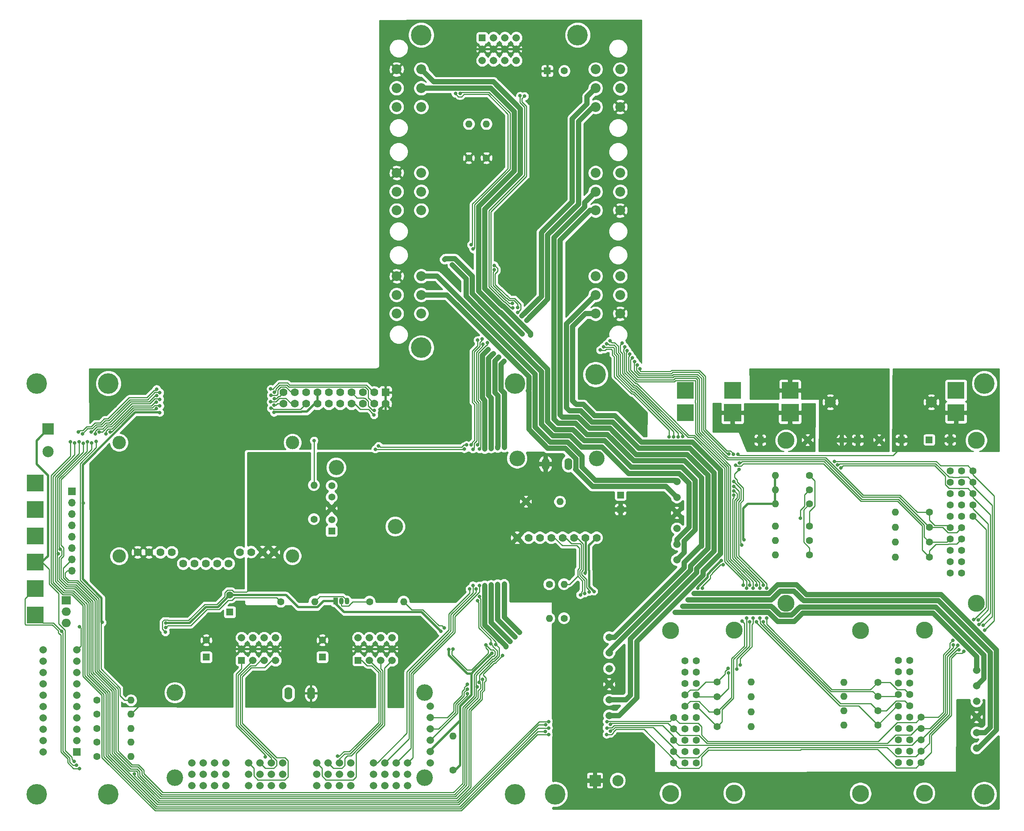
<source format=gtl>
G04 #@! TF.GenerationSoftware,KiCad,Pcbnew,(5.1.10-1-10_14)*
G04 #@! TF.CreationDate,2023-03-19T13:19:43-07:00*
G04 #@! TF.ProjectId,Control_Boards,436f6e74-726f-46c5-9f42-6f617264732e,rev?*
G04 #@! TF.SameCoordinates,Original*
G04 #@! TF.FileFunction,Copper,L1,Top*
G04 #@! TF.FilePolarity,Positive*
%FSLAX46Y46*%
G04 Gerber Fmt 4.6, Leading zero omitted, Abs format (unit mm)*
G04 Created by KiCad (PCBNEW (5.1.10-1-10_14)) date 2023-03-19 13:19:43*
%MOMM*%
%LPD*%
G01*
G04 APERTURE LIST*
G04 #@! TA.AperFunction,ComponentPad*
%ADD10C,1.600000*%
G04 #@! TD*
G04 #@! TA.AperFunction,ComponentPad*
%ADD11R,1.600000X1.600000*%
G04 #@! TD*
G04 #@! TA.AperFunction,ComponentPad*
%ADD12C,1.670000*%
G04 #@! TD*
G04 #@! TA.AperFunction,ComponentPad*
%ADD13R,1.524000X1.524000*%
G04 #@! TD*
G04 #@! TA.AperFunction,WasherPad*
%ADD14C,3.800000*%
G04 #@! TD*
G04 #@! TA.AperFunction,WasherPad*
%ADD15C,3.698499*%
G04 #@! TD*
G04 #@! TA.AperFunction,ComponentPad*
%ADD16O,1.760000X2.800000*%
G04 #@! TD*
G04 #@! TA.AperFunction,WasherPad*
%ADD17C,4.600000*%
G04 #@! TD*
G04 #@! TA.AperFunction,ComponentPad*
%ADD18R,3.800000X3.800000*%
G04 #@! TD*
G04 #@! TA.AperFunction,ComponentPad*
%ADD19R,2.500000X2.500000*%
G04 #@! TD*
G04 #@! TA.AperFunction,ComponentPad*
%ADD20C,2.500000*%
G04 #@! TD*
G04 #@! TA.AperFunction,ComponentPad*
%ADD21O,2.000000X1.905000*%
G04 #@! TD*
G04 #@! TA.AperFunction,ComponentPad*
%ADD22R,2.000000X1.905000*%
G04 #@! TD*
G04 #@! TA.AperFunction,ComponentPad*
%ADD23O,1.600000X1.600000*%
G04 #@! TD*
G04 #@! TA.AperFunction,ComponentPad*
%ADD24R,1.050000X1.500000*%
G04 #@! TD*
G04 #@! TA.AperFunction,ComponentPad*
%ADD25O,1.050000X1.500000*%
G04 #@! TD*
G04 #@! TA.AperFunction,ComponentPad*
%ADD26C,2.209800*%
G04 #@! TD*
G04 #@! TA.AperFunction,ComponentPad*
%ADD27R,1.670000X1.670000*%
G04 #@! TD*
G04 #@! TA.AperFunction,ComponentPad*
%ADD28R,1.778000X1.778000*%
G04 #@! TD*
G04 #@! TA.AperFunction,ComponentPad*
%ADD29C,1.778000*%
G04 #@! TD*
G04 #@! TA.AperFunction,ComponentPad*
%ADD30O,1.760000X2.700000*%
G04 #@! TD*
G04 #@! TA.AperFunction,WasherPad*
%ADD31O,3.500000X3.500000*%
G04 #@! TD*
G04 #@! TA.AperFunction,ComponentPad*
%ADD32O,1.700000X1.700000*%
G04 #@! TD*
G04 #@! TA.AperFunction,ComponentPad*
%ADD33R,1.700000X1.700000*%
G04 #@! TD*
G04 #@! TA.AperFunction,ComponentPad*
%ADD34C,1.780000*%
G04 #@! TD*
G04 #@! TA.AperFunction,WasherPad*
%ADD35C,3.000000*%
G04 #@! TD*
G04 #@! TA.AperFunction,ComponentPad*
%ADD36C,1.560000*%
G04 #@! TD*
G04 #@! TA.AperFunction,ComponentPad*
%ADD37R,1.560000X1.560000*%
G04 #@! TD*
G04 #@! TA.AperFunction,WasherPad*
%ADD38C,3.400000*%
G04 #@! TD*
G04 #@! TA.AperFunction,ComponentPad*
%ADD39R,4.000000X4.000000*%
G04 #@! TD*
G04 #@! TA.AperFunction,ComponentPad*
%ADD40C,1.550000*%
G04 #@! TD*
G04 #@! TA.AperFunction,ComponentPad*
%ADD41R,1.550000X1.550000*%
G04 #@! TD*
G04 #@! TA.AperFunction,ViaPad*
%ADD42C,0.800000*%
G04 #@! TD*
G04 #@! TA.AperFunction,Conductor*
%ADD43C,0.250000*%
G04 #@! TD*
G04 #@! TA.AperFunction,Conductor*
%ADD44C,0.500000*%
G04 #@! TD*
G04 #@! TA.AperFunction,Conductor*
%ADD45C,1.200000*%
G04 #@! TD*
G04 #@! TA.AperFunction,Conductor*
%ADD46C,0.254000*%
G04 #@! TD*
G04 #@! TA.AperFunction,Conductor*
%ADD47C,0.100000*%
G04 #@! TD*
G04 APERTURE END LIST*
D10*
X74930000Y-152740200D03*
D11*
X74930000Y-156540200D03*
D12*
X90449400Y-152197549D03*
X90449400Y-154737549D03*
X90449400Y-157277549D03*
X87909400Y-152197549D03*
X87909400Y-154737549D03*
X87909400Y-157277549D03*
X85369400Y-152197549D03*
X85369400Y-154737549D03*
X85369400Y-157277549D03*
X82829400Y-152197549D03*
D13*
X82829400Y-157277549D03*
D12*
X82829400Y-154737549D03*
X116535200Y-152197549D03*
X116535200Y-154737549D03*
X116535200Y-157277549D03*
X113995200Y-152197549D03*
X113995200Y-154737549D03*
X113995200Y-157277549D03*
X111455200Y-152197549D03*
X111455200Y-154737549D03*
X111455200Y-157277549D03*
X108915200Y-152197549D03*
D13*
X108915200Y-157277549D03*
D12*
X108915200Y-154737549D03*
D10*
X100914200Y-152740200D03*
D11*
X100914200Y-156540200D03*
D12*
X165100000Y-152121200D03*
X165100000Y-155621200D03*
X165100000Y-159121200D03*
X165100000Y-162621200D03*
X165100000Y-166121200D03*
X165100000Y-169621200D03*
D10*
X182086000Y-157382000D03*
X184626000Y-157382000D03*
X182086000Y-159922000D03*
X184626000Y-159922000D03*
X182086000Y-162462000D03*
X184626000Y-162462000D03*
X182086000Y-165002000D03*
X184626000Y-165002000D03*
X182086000Y-167542000D03*
X184626000Y-167542000D03*
X182086000Y-170082000D03*
X184626000Y-170082000D03*
X182086000Y-172622000D03*
X184626000Y-172622000D03*
X182086000Y-175162000D03*
X184626000Y-175162000D03*
X182086000Y-177702000D03*
X184626000Y-177702000D03*
X182086000Y-180242000D03*
X184626000Y-180242000D03*
X179546000Y-170082000D03*
X179546000Y-172622000D03*
X179546000Y-175162000D03*
X179546000Y-177702000D03*
X179546000Y-180242000D03*
D14*
X178816000Y-150622000D03*
X178816000Y-187071000D03*
X221361000Y-150622000D03*
X221361000Y-187071000D03*
D10*
X232365800Y-157305800D03*
X229825800Y-157305800D03*
X232365800Y-159845800D03*
X229825800Y-159845800D03*
X232365800Y-162385800D03*
X229825800Y-162385800D03*
X232365800Y-164925800D03*
X229825800Y-164925800D03*
X232365800Y-167465800D03*
X229825800Y-167465800D03*
X232365800Y-170005800D03*
X229825800Y-170005800D03*
X232365800Y-172545800D03*
X229825800Y-172545800D03*
X232365800Y-175085800D03*
X229825800Y-175085800D03*
X232365800Y-177625800D03*
X229825800Y-177625800D03*
X232365800Y-180165800D03*
X229825800Y-180165800D03*
X234905800Y-170005800D03*
X234905800Y-172545800D03*
X234905800Y-175085800D03*
X234905800Y-177625800D03*
X234905800Y-180165800D03*
D14*
X235635800Y-150545800D03*
X235635800Y-186994800D03*
X193090800Y-150545800D03*
X193090800Y-186994800D03*
D15*
X123781600Y-183522400D03*
X123781600Y-164490400D03*
X67919600Y-164490400D03*
X67919600Y-183522400D03*
D12*
X125069600Y-180238400D03*
X125069600Y-177698400D03*
X125069600Y-175158400D03*
X125069600Y-172618400D03*
X125069600Y-170078400D03*
X125069600Y-167538400D03*
D16*
X98399600Y-164642800D03*
X93319600Y-164642800D03*
D12*
X119989600Y-180238400D03*
X119989600Y-182778400D03*
X119989600Y-185318400D03*
X117449600Y-180238400D03*
X117449600Y-182778400D03*
X117449600Y-185318400D03*
X114909600Y-180238400D03*
X114909600Y-182778400D03*
X114909600Y-185318400D03*
X112369600Y-180238400D03*
X112369600Y-182778400D03*
X112369600Y-185318400D03*
X107289600Y-180238400D03*
X107289600Y-182778400D03*
X107289600Y-185318400D03*
X104749600Y-180238400D03*
X104749600Y-182778400D03*
X104749600Y-185318400D03*
X102209600Y-180238400D03*
X102209600Y-182778400D03*
X102209600Y-185318400D03*
X99669600Y-180238400D03*
X99669600Y-182778400D03*
X99669600Y-185318400D03*
X92049600Y-180238400D03*
X92049600Y-182778400D03*
X92049600Y-185318400D03*
X89509600Y-180238400D03*
X89509600Y-182778400D03*
X89509600Y-185318400D03*
X86969600Y-180238400D03*
X86969600Y-182778400D03*
X86969600Y-185318400D03*
X84429600Y-180238400D03*
X84429600Y-182778400D03*
X84429600Y-185318400D03*
X79349600Y-180238400D03*
X79349600Y-182778400D03*
X79349600Y-185318400D03*
X76809600Y-180238400D03*
X76809600Y-182778400D03*
X76809600Y-185318400D03*
X74269600Y-180238400D03*
X74269600Y-182778400D03*
X74269600Y-185318400D03*
X71729600Y-180238400D03*
X71729600Y-182778400D03*
X71729600Y-185318400D03*
D17*
X162045400Y-93287600D03*
X123045400Y-87287600D03*
X158045400Y-17287600D03*
X123045400Y-17287600D03*
X37045400Y-187287600D03*
X153045400Y-187287600D03*
X249045400Y-187287600D03*
X249045400Y-95287600D03*
X37045400Y-95287600D03*
X53045400Y-187287600D03*
X144045400Y-187287600D03*
X144045400Y-95287600D03*
X53045400Y-95287600D03*
D18*
X242697000Y-101824800D03*
X242697000Y-96824800D03*
D19*
X161950400Y-184175400D03*
D20*
X167030400Y-184175400D03*
D21*
X43637200Y-148920200D03*
X43637200Y-146380200D03*
D22*
X43637200Y-143840200D03*
D23*
X154101800Y-121742200D03*
D10*
X146481800Y-121742200D03*
D23*
X99212400Y-144119600D03*
D10*
X91592400Y-144119600D03*
D23*
X119126000Y-144119600D03*
D10*
X111506000Y-144119600D03*
D23*
X202311000Y-127228600D03*
D10*
X209931000Y-127228600D03*
D23*
X202311000Y-130441700D03*
D10*
X209931000Y-130441700D03*
D23*
X202311000Y-133654800D03*
D10*
X209931000Y-133654800D03*
D24*
X103886000Y-144018000D03*
D25*
X106426000Y-144018000D03*
X105156000Y-144018000D03*
D26*
X167557200Y-79659480D03*
X167557200Y-75458320D03*
X167557200Y-71257160D03*
X162045400Y-79659480D03*
X162045400Y-75458320D03*
X162045400Y-71257160D03*
D10*
X80213200Y-142656400D03*
D11*
X80213200Y-146456400D03*
D12*
X144297400Y-22987000D03*
X144297400Y-20447000D03*
X144297400Y-17907000D03*
X141757400Y-22987000D03*
X141757400Y-20447000D03*
X141757400Y-17907000D03*
X139217400Y-22987000D03*
X139217400Y-20447000D03*
X139217400Y-17907000D03*
X136677400Y-22987000D03*
D13*
X136677400Y-17907000D03*
D12*
X136677400Y-20447000D03*
X247319800Y-159461800D03*
X247319800Y-162961800D03*
X247319800Y-166461800D03*
X247319800Y-169961800D03*
X247319800Y-173461800D03*
X247319800Y-176961800D03*
X180263800Y-134771800D03*
X180263800Y-131271800D03*
X180263800Y-127771800D03*
X180263800Y-124271800D03*
X180263800Y-120771800D03*
X180263800Y-117271800D03*
X45974000Y-154940000D03*
X45974000Y-157480000D03*
X45974000Y-160020000D03*
X45974000Y-162560000D03*
X45974000Y-165100000D03*
X45974000Y-167640000D03*
X45974000Y-170180000D03*
X45974000Y-172720000D03*
X45974000Y-175260000D03*
D27*
X45974000Y-177800000D03*
D12*
X38474000Y-154940000D03*
X38474000Y-157480000D03*
X38474000Y-160020000D03*
X38474000Y-162560000D03*
X38474000Y-165100000D03*
X38474000Y-167640000D03*
X38474000Y-170180000D03*
X38474000Y-172720000D03*
X38474000Y-175260000D03*
X38474000Y-177800000D03*
D26*
X167557200Y-33380680D03*
X167557200Y-29179520D03*
X167557200Y-24978360D03*
X162045400Y-33380680D03*
X162045400Y-29179520D03*
X162045400Y-24978360D03*
X117533600Y-24973280D03*
X117533600Y-29174440D03*
X117533600Y-33375600D03*
X123045400Y-24973280D03*
X123045400Y-29174440D03*
X123045400Y-33375600D03*
X117533600Y-71252080D03*
X117533600Y-75453240D03*
X117533600Y-79654400D03*
X123045400Y-71252080D03*
X123045400Y-75453240D03*
X123045400Y-79654400D03*
X117533600Y-48138080D03*
X117533600Y-52339240D03*
X117533600Y-56540400D03*
X123045400Y-48138080D03*
X123045400Y-52339240D03*
X123045400Y-56540400D03*
X167557200Y-56545480D03*
X167557200Y-52344320D03*
X167557200Y-48143160D03*
X162045400Y-56545480D03*
X162045400Y-52344320D03*
X162045400Y-48143160D03*
D28*
X115045400Y-97287600D03*
D29*
X115045400Y-99827600D03*
X112505400Y-97287600D03*
X109965400Y-97287600D03*
X107425400Y-97287600D03*
X104885400Y-97287600D03*
X102345400Y-97287600D03*
X99805400Y-97287600D03*
X97265400Y-97287600D03*
X94725400Y-97287600D03*
X92185400Y-97287600D03*
X112505400Y-99827600D03*
X109965400Y-99827600D03*
X107425400Y-99827600D03*
X104885400Y-99827600D03*
X102345400Y-99827600D03*
X99805400Y-99827600D03*
X97265400Y-99827600D03*
X94725400Y-99827600D03*
X92185400Y-99827600D03*
D10*
X155041600Y-25323800D03*
D11*
X151241600Y-25323800D03*
D18*
X36677600Y-147091400D03*
X36677600Y-141193520D03*
X36677600Y-135295640D03*
X36677600Y-129397760D03*
X36677600Y-123499880D03*
D13*
X167690800Y-120281700D03*
X198871840Y-107939840D03*
X220700600Y-107939840D03*
D18*
X36677600Y-117602000D03*
D13*
X167665400Y-123520200D03*
X236702600Y-107899200D03*
X241401600Y-107899200D03*
D23*
X99060000Y-118059200D03*
D10*
X99060000Y-125679200D03*
D29*
X162306000Y-129844800D03*
X159766000Y-129844800D03*
X157226000Y-129844800D03*
X154686000Y-129844800D03*
X152146000Y-129844800D03*
X149606000Y-129844800D03*
X147066000Y-129844800D03*
X144526000Y-129844800D03*
D30*
X155956000Y-113334800D03*
X150876000Y-113334800D03*
D31*
X162306000Y-112064800D03*
X144526000Y-112064800D03*
D32*
X44932600Y-137185400D03*
X44932600Y-134645400D03*
X44932600Y-132105400D03*
X44932600Y-129565400D03*
X44932600Y-127025400D03*
X44932600Y-124485400D03*
X44932600Y-121945400D03*
D33*
X44932600Y-119405400D03*
D34*
X59613800Y-133045200D03*
X62153800Y-133045200D03*
X64693800Y-133045200D03*
X67233800Y-133045200D03*
X69773800Y-135585200D03*
X72313800Y-135585200D03*
X74853800Y-135585200D03*
X77393800Y-135585200D03*
X79933800Y-135585200D03*
D35*
X55443800Y-133925200D03*
X55443800Y-108525200D03*
X94243800Y-108525200D03*
X94243800Y-133925200D03*
D29*
X90093800Y-133045200D03*
X85013800Y-133045200D03*
X87553800Y-133045200D03*
X82473800Y-133045200D03*
D10*
X243952625Y-137702142D03*
X241412625Y-137702142D03*
X243952625Y-135162142D03*
X241412625Y-135162142D03*
X243952625Y-132622142D03*
X241412625Y-132622142D03*
X243952625Y-130082142D03*
X241412625Y-130082142D03*
X243952625Y-127542142D03*
X241412625Y-127542142D03*
X243952625Y-125002142D03*
X241412625Y-125002142D03*
X243952625Y-122462142D03*
X241412625Y-122462142D03*
X243952625Y-119922142D03*
X241412625Y-119922142D03*
X243952625Y-117382142D03*
X241412625Y-117382142D03*
X243952625Y-114842142D03*
X241412625Y-114842142D03*
X246492625Y-125002142D03*
X246492625Y-122462142D03*
X246492625Y-119922142D03*
X246492625Y-117382142D03*
X246492625Y-114842142D03*
D14*
X247222625Y-144462142D03*
X247222625Y-108013142D03*
X204677625Y-144462142D03*
X204677625Y-108013142D03*
D36*
X103022400Y-118186200D03*
X103022400Y-120726200D03*
X103022400Y-123266200D03*
X103022400Y-125806200D03*
D37*
X103022400Y-128346200D03*
D38*
X117252400Y-127316200D03*
X104052400Y-114116200D03*
D20*
X214582200Y-99466400D03*
X237182200Y-99466400D03*
D19*
X39585900Y-105498900D03*
D20*
X39585900Y-110578900D03*
D18*
X182168800Y-101824800D03*
X182168800Y-96824800D03*
D39*
X192709800Y-101824800D03*
D18*
X192709800Y-96824800D03*
D39*
X205562200Y-101824800D03*
D18*
X205562200Y-96824800D03*
D40*
X225479600Y-107939840D03*
D41*
X230479600Y-107939840D03*
D23*
X229108000Y-124129800D03*
D10*
X236728000Y-124129800D03*
D23*
X217576400Y-171729400D03*
D10*
X225196400Y-171729400D03*
D23*
X130175000Y-174218600D03*
D10*
X130175000Y-181838600D03*
D23*
X196875400Y-165421734D03*
D10*
X189255400Y-165421734D03*
D23*
X137617200Y-37185600D03*
D10*
X137617200Y-44805600D03*
D23*
X133680200Y-37185600D03*
D10*
X133680200Y-44805600D03*
D23*
X229108000Y-127474133D03*
D10*
X236728000Y-127474133D03*
D23*
X196875400Y-172110400D03*
D10*
X189255400Y-172110400D03*
D23*
X217576400Y-162153600D03*
D10*
X225196400Y-162153600D03*
D23*
X229108000Y-134162800D03*
D10*
X236728000Y-134162800D03*
D23*
X217576400Y-165345533D03*
D10*
X225196400Y-165345533D03*
D23*
X196875400Y-162077400D03*
D10*
X189255400Y-162077400D03*
D23*
X196875400Y-168766067D03*
D10*
X189255400Y-168766067D03*
D23*
X58089800Y-166192200D03*
D10*
X50469800Y-166192200D03*
D23*
X229108000Y-130818466D03*
D10*
X236728000Y-130818466D03*
D23*
X58089800Y-172491400D03*
D10*
X50469800Y-172491400D03*
D23*
X151714200Y-147878800D03*
D10*
X151714200Y-140258800D03*
D23*
X217103960Y-107939840D03*
D10*
X209483960Y-107939840D03*
D23*
X202311000Y-122250200D03*
D10*
X209931000Y-122250200D03*
D23*
X202311000Y-119062500D03*
D10*
X209931000Y-119062500D03*
D23*
X202311000Y-115874800D03*
D10*
X209931000Y-115874800D03*
D23*
X155016200Y-140233400D03*
D10*
X155016200Y-147853400D03*
D23*
X58089800Y-178790600D03*
D10*
X50469800Y-178790600D03*
D23*
X58089800Y-169341800D03*
D10*
X50469800Y-169341800D03*
D23*
X58064400Y-175590200D03*
D10*
X50444400Y-175590200D03*
D23*
X217576400Y-168537466D03*
D10*
X225196400Y-168537466D03*
D42*
X45377100Y-179920900D03*
X159689800Y-137718800D03*
X163836694Y-87111804D03*
X179513214Y-107211458D03*
X192981690Y-119313203D03*
X198780400Y-147764020D03*
X198780400Y-141116200D03*
X49872900Y-124510800D03*
X53035200Y-143840200D03*
X158651558Y-142626204D03*
X137515600Y-153847800D03*
X130174351Y-154722379D03*
X128206500Y-150037800D03*
X89416699Y-97951598D03*
X63829156Y-98002398D03*
X49216357Y-106147836D03*
X50332309Y-108231609D03*
X215519000Y-112776000D03*
X249091487Y-150545516D03*
X244427859Y-155215741D03*
X164566600Y-173902200D03*
X151540257Y-173902200D03*
X89412073Y-100851600D03*
X63767134Y-100902400D03*
X53412059Y-106167859D03*
X44579100Y-108319335D03*
X190181298Y-134910898D03*
X138849100Y-155651200D03*
X184926931Y-141111931D03*
X195231740Y-130251200D03*
X129184400Y-154863800D03*
X127457200Y-150799800D03*
X161705510Y-141835034D03*
X65862200Y-148920200D03*
X51670676Y-148770210D03*
X47461000Y-122059700D03*
X90095506Y-101766200D03*
X64528517Y-101804559D03*
X207910600Y-125425200D03*
X216211361Y-113508446D03*
X248783502Y-149451033D03*
X243334180Y-154899786D03*
X165352347Y-173080581D03*
X150850600Y-173177200D03*
X90124361Y-100149710D03*
X64565811Y-100300636D03*
X52508955Y-106597286D03*
X45528064Y-108634724D03*
X216918470Y-114215554D03*
X247802582Y-149256611D03*
X243132459Y-153920341D03*
X164575934Y-172410554D03*
X151576704Y-172417401D03*
X90188338Y-98676599D03*
X64559871Y-98826136D03*
X50108242Y-106600103D03*
X46475029Y-108313380D03*
X171960662Y-92016606D03*
X192897684Y-111159806D03*
X194259200Y-113059816D03*
X167970151Y-86268183D03*
X195106372Y-140424111D03*
X194843400Y-148488400D03*
X197319999Y-141108777D03*
X197307200Y-147764020D03*
X194381210Y-158271315D03*
X191737339Y-159038955D03*
X169679119Y-88731985D03*
X164556966Y-86418110D03*
X180513198Y-107217550D03*
X192981690Y-118313200D03*
X199590989Y-140436408D03*
X199593200Y-148615400D03*
X171415961Y-91177974D03*
X191901755Y-111069649D03*
X193429599Y-113618175D03*
X165277800Y-85725000D03*
X181511512Y-107159488D03*
X192981690Y-117221000D03*
X200324397Y-141116200D03*
X200330866Y-147788354D03*
X168558480Y-87076807D03*
X195834487Y-141109569D03*
X195834000Y-147764020D03*
X170260258Y-89545791D03*
X169090804Y-87923350D03*
X196576886Y-140439608D03*
X196570600Y-148615400D03*
X193656210Y-159232601D03*
X191756200Y-160045400D03*
X192981690Y-120313206D03*
X178513231Y-107217550D03*
X163086738Y-87773295D03*
X198069200Y-148615400D03*
X198050590Y-140425959D03*
X170830584Y-90367211D03*
X104323070Y-178725224D03*
X88178243Y-178851957D03*
X146151600Y-30962600D03*
X143410261Y-77397541D03*
X133911999Y-141311891D03*
X134186989Y-109036566D03*
X135677243Y-85595384D03*
X145153323Y-30903878D03*
X143511931Y-78392361D03*
X134636999Y-140520800D03*
X134637584Y-110007400D03*
X136666218Y-85293616D03*
X131724400Y-30374440D03*
X134682846Y-65201800D03*
X139382876Y-69850000D03*
X144602200Y-78282800D03*
X135362000Y-141288309D03*
X135636990Y-109028429D03*
X136882187Y-86488748D03*
X130711746Y-30387091D03*
X134232836Y-64248221D03*
X139382876Y-68849997D03*
X144602200Y-79400400D03*
X136087585Y-109994080D03*
X136087000Y-140549811D03*
X137853443Y-86204699D03*
X246681786Y-148135814D03*
X242002159Y-152790041D03*
X164584865Y-170960553D03*
X151561800Y-170967400D03*
X42308630Y-132394023D03*
X89382600Y-96494600D03*
X63842370Y-96552397D03*
X46367170Y-106115680D03*
X48355055Y-108315146D03*
X247685857Y-148182448D03*
X242090956Y-153786092D03*
X165355959Y-171630580D03*
X150874054Y-171693354D03*
X41858620Y-133388100D03*
X90171142Y-97226598D03*
X64559391Y-97319199D03*
X47256644Y-106572669D03*
X47414722Y-108655407D03*
X160609488Y-141941094D03*
X139750800Y-153708100D03*
X112522241Y-101316507D03*
X136039820Y-162222099D03*
X133392456Y-163693756D03*
X113493933Y-109295100D03*
X133187268Y-109060262D03*
X136087000Y-143002000D03*
X159645844Y-142268328D03*
X138620500Y-153530300D03*
X112483683Y-102315765D03*
X135589810Y-163195000D03*
X133352209Y-164759309D03*
X112801400Y-110020100D03*
X132737573Y-109973785D03*
X135636990Y-143928230D03*
X89372121Y-99401599D03*
X133402915Y-162657991D03*
X136768245Y-161507065D03*
X63780257Y-99452399D03*
X51003098Y-106153745D03*
X49307432Y-108620076D03*
X138709400Y-140385800D03*
X138709400Y-109829600D03*
X139192000Y-88595200D03*
X146634200Y-81178400D03*
X142951200Y-153060400D03*
X181533800Y-145161000D03*
X137287000Y-140512800D03*
X137287000Y-109956600D03*
X138023600Y-87680800D03*
X145592800Y-80162400D03*
X142011400Y-154203400D03*
X179832000Y-146558000D03*
X128270000Y-67513200D03*
X130022600Y-68757800D03*
X141630400Y-109626400D03*
X141554200Y-90347800D03*
X141630400Y-140182600D03*
X147472400Y-84455000D03*
X145034000Y-151053800D03*
X184048400Y-142316200D03*
X140157200Y-140284200D03*
X140157200Y-109728000D03*
X140385800Y-89382600D03*
X145643600Y-84201000D03*
X144043400Y-152044400D03*
X182727600Y-143764000D03*
X99060000Y-108077000D03*
X65862200Y-149920203D03*
X46620600Y-149758399D03*
X45939411Y-180747828D03*
X42571562Y-150734038D03*
X65799095Y-150918212D03*
X193897687Y-111159806D03*
X194167212Y-114509817D03*
X194785871Y-131499941D03*
X190596160Y-135869875D03*
X185926923Y-141116200D03*
X141235574Y-156223825D03*
X46573674Y-181520947D03*
X58907253Y-182722947D03*
D43*
X37185600Y-135737600D02*
X37185600Y-135674100D01*
D44*
X37185600Y-135737600D02*
X37185600Y-135521602D01*
X38135560Y-135295640D02*
X36677600Y-135295640D01*
X39535601Y-133895599D02*
X38135560Y-135295640D01*
X36982400Y-113309400D02*
X39535601Y-115862601D01*
X39585900Y-105498900D02*
X36982400Y-108102400D01*
X39535601Y-115862601D02*
X39535601Y-133895599D01*
X36982400Y-108102400D02*
X36982400Y-113309400D01*
D43*
X38242240Y-135295640D02*
X36677600Y-135295640D01*
X39783590Y-140140400D02*
X39783590Y-136836990D01*
X41960800Y-142317610D02*
X39783590Y-140140400D01*
X39783590Y-136836990D02*
X38242240Y-135295640D01*
X41960800Y-149097971D02*
X41960800Y-142317610D01*
X43332400Y-150469571D02*
X41960800Y-149097971D01*
X44878999Y-178960001D02*
X43332400Y-177413402D01*
X44878999Y-179422799D02*
X44878999Y-178960001D01*
X43332400Y-177413402D02*
X43332400Y-150469571D01*
X45377100Y-179920900D02*
X44878999Y-179422799D01*
X159766000Y-138023599D02*
X159766001Y-138023600D01*
X159766000Y-137642600D02*
X159689800Y-137718800D01*
D44*
X159891000Y-137517600D02*
X159689800Y-137718800D01*
X159891000Y-129969800D02*
X159891000Y-137517600D01*
X159766000Y-129844800D02*
X159891000Y-129969800D01*
D43*
X165984711Y-87143111D02*
X166220124Y-87378524D01*
X164208965Y-87143111D02*
X165984711Y-87143111D01*
X164177658Y-87111804D02*
X164208965Y-87143111D01*
X163836694Y-87111804D02*
X164177658Y-87111804D01*
X166220124Y-87378524D02*
X166220125Y-88671313D01*
X166704072Y-89155260D02*
X166704073Y-93560709D01*
X166220125Y-88671313D02*
X166704072Y-89155260D01*
X170273434Y-97130070D02*
X170598170Y-97130070D01*
X166704073Y-93560709D02*
X170273434Y-97130070D01*
X170598170Y-97130070D02*
X174646573Y-101178473D01*
X174646573Y-101178473D02*
X179113750Y-105645650D01*
X179513214Y-106045114D02*
X179513214Y-107211458D01*
X179113750Y-105645650D02*
X179513214Y-106045114D01*
X197918163Y-138963400D02*
X198775590Y-139820827D01*
X193706691Y-120896299D02*
X193156710Y-121446280D01*
X193054689Y-119313203D02*
X193706691Y-119965205D01*
X193706691Y-119965205D02*
X193706691Y-120896299D01*
X192981690Y-119313203D02*
X193054689Y-119313203D01*
X198775590Y-141111390D02*
X198780400Y-141116200D01*
X198775590Y-139820827D02*
X198775590Y-141111390D01*
X198868199Y-148963401D02*
X216867253Y-166962455D01*
X198868199Y-148417504D02*
X198868199Y-148963401D01*
X198780400Y-148329705D02*
X198868199Y-148417504D01*
X198780400Y-147764020D02*
X198780400Y-148329705D01*
X223621389Y-166962455D02*
X225196400Y-168537466D01*
X216867253Y-166962455D02*
X223621389Y-166962455D01*
X195964395Y-137039215D02*
X195964394Y-137009584D01*
X197888580Y-138963400D02*
X195964395Y-137039215D01*
X197918163Y-138963400D02*
X197888580Y-138963400D01*
X195964394Y-137009584D02*
X193156710Y-134201900D01*
X193156710Y-134201900D02*
X193156710Y-121446280D01*
X231240799Y-166340799D02*
X232365800Y-167465800D01*
X227089132Y-168537466D02*
X229285799Y-166340799D01*
X229285799Y-166340799D02*
X231240799Y-166340799D01*
X225196400Y-168537466D02*
X227089132Y-168537466D01*
X58089800Y-169341800D02*
X61823600Y-165608000D01*
D44*
X82829400Y-154737549D02*
X92175851Y-154737549D01*
X82829400Y-154737549D02*
X80798149Y-154737549D01*
X108915200Y-154737549D02*
X118464851Y-154737549D01*
X108915200Y-154737549D02*
X106934749Y-154737549D01*
X115045400Y-97287600D02*
X115045400Y-101481800D01*
X115045400Y-97287600D02*
X115045400Y-95393600D01*
X136677400Y-20447000D02*
X146151600Y-20447000D01*
X136677400Y-20447000D02*
X134950200Y-20447000D01*
D43*
X152889278Y-129844800D02*
X154609288Y-131564810D01*
X152146000Y-129844800D02*
X152889278Y-129844800D01*
X154609288Y-131564810D02*
X157828410Y-131564810D01*
X157828410Y-131564810D02*
X158415970Y-132152370D01*
X158415970Y-135623672D02*
X158415970Y-132152370D01*
X158415970Y-136646808D02*
X158064780Y-136998000D01*
X158415970Y-135623672D02*
X158415970Y-136646808D01*
X158064780Y-136998000D02*
X158064781Y-138439603D01*
X159024402Y-139417012D02*
X159140971Y-139533581D01*
X159024401Y-139399223D02*
X159024402Y-139417012D01*
X158064781Y-138439603D02*
X159024401Y-139399223D01*
X155271631Y-140233400D02*
X155016200Y-140233400D01*
X159140971Y-141700199D02*
X158920843Y-141920327D01*
X159140971Y-139533581D02*
X159140971Y-141700199D01*
X158920843Y-142356919D02*
X158651558Y-142626204D01*
X158920843Y-141920327D02*
X158920843Y-142356919D01*
X156270984Y-140233400D02*
X158064781Y-138439603D01*
X155016200Y-140233400D02*
X156270984Y-140233400D01*
X93982122Y-97287600D02*
X92768121Y-96073599D01*
X94725400Y-97287600D02*
X93982122Y-97287600D01*
X137515600Y-153847800D02*
X137515600Y-154520900D01*
X138023600Y-155028900D02*
X138023600Y-155663514D01*
X137515600Y-154520900D02*
X138023600Y-155028900D01*
X134276714Y-159410400D02*
X133286886Y-159410400D01*
X138023600Y-155663514D02*
X134276714Y-159410400D01*
X133286886Y-159410400D02*
X129921193Y-156044707D01*
X129921193Y-156044707D02*
X129870200Y-155993714D01*
X130174351Y-154946851D02*
X130174351Y-154722379D01*
X129870200Y-155251002D02*
X130174351Y-154946851D01*
X129870200Y-155993714D02*
X129870200Y-155251002D01*
X127682290Y-149513590D02*
X128206500Y-150037800D01*
X119126000Y-144119600D02*
X120913190Y-145906790D01*
X92768121Y-96073599D02*
X91602679Y-96073599D01*
X90971399Y-97693720D02*
X90971399Y-96704879D01*
X90713521Y-97951598D02*
X90971399Y-97693720D01*
X90971399Y-96704879D02*
X91602679Y-96073599D01*
X89416699Y-97951598D02*
X90713521Y-97951598D01*
X63503502Y-98002398D02*
X63829156Y-98002398D01*
X58045824Y-99377350D02*
X62128550Y-99377350D01*
X55351649Y-102071525D02*
X58045824Y-99377350D01*
X55332275Y-102071525D02*
X55351649Y-102071525D01*
X62128550Y-99377350D02*
X63503502Y-98002398D01*
X50468697Y-104978734D02*
X51618952Y-104978734D01*
X49216357Y-106147836D02*
X49299595Y-106147836D01*
X51618952Y-104978734D02*
X52504855Y-104092831D01*
X49299595Y-106147836D02*
X50468697Y-104978734D01*
X53310970Y-104092830D02*
X55332275Y-102071525D01*
X52504855Y-104092831D02*
X53310970Y-104092830D01*
X138593999Y-154926199D02*
X137515600Y-153847800D01*
X139574101Y-155303199D02*
X139197101Y-154926199D01*
X139574101Y-155999201D02*
X139574101Y-155303199D01*
X134864810Y-160511193D02*
X135143227Y-160232776D01*
X135143227Y-160170259D02*
X138937285Y-156376201D01*
X65213430Y-186862500D02*
X130266380Y-186862500D01*
X61971765Y-183612365D02*
X61971765Y-183620835D01*
X46736000Y-113232814D02*
X46736000Y-139310218D01*
X58352556Y-180647916D02*
X59814454Y-180647916D01*
X61971765Y-183620835D02*
X65213430Y-186862500D01*
X50332309Y-108231609D02*
X50332309Y-109636505D01*
X139197101Y-154926199D02*
X138593999Y-154926199D01*
X135143227Y-160232776D02*
X135143227Y-160170259D01*
X55194877Y-163997420D02*
X55194877Y-177457777D01*
X55194896Y-163997401D02*
X55194877Y-163997420D01*
X55194852Y-163616172D02*
X55194896Y-163997401D01*
X55649583Y-177944943D02*
X58352556Y-180647916D01*
X55194877Y-177457777D02*
X55649583Y-177912483D01*
X50945676Y-159366996D02*
X55194852Y-163616172D01*
X132346700Y-167780086D02*
X134864810Y-165261976D01*
X60982281Y-181815743D02*
X60982282Y-182622882D01*
X50945676Y-143871576D02*
X50945676Y-159366996D01*
X134864810Y-165261976D02*
X134864810Y-160511193D01*
X46736000Y-139310218D02*
X50945672Y-143519890D01*
X132346700Y-184782180D02*
X132346700Y-167780086D01*
X139197101Y-156376201D02*
X139574101Y-155999201D01*
X130266380Y-186862500D02*
X132346700Y-184782180D01*
X50945672Y-143871572D02*
X50945676Y-143871576D01*
X50945672Y-143519890D02*
X50945672Y-143871572D01*
X138937285Y-156376201D02*
X139197101Y-156376201D01*
X60982282Y-182622882D02*
X61971765Y-183612365D01*
X55649583Y-177912483D02*
X55649583Y-177944943D01*
X59814454Y-180647916D02*
X60982281Y-181815743D01*
X50332309Y-109636505D02*
X46736000Y-113232814D01*
X126984176Y-149513590D02*
X127682290Y-149513590D01*
X123377376Y-145906790D02*
X126984176Y-149513590D01*
X120913190Y-145906790D02*
X123377376Y-145906790D01*
X209931000Y-123915202D02*
X211124800Y-122721402D01*
X209931000Y-127228600D02*
X209931000Y-123915202D01*
X211124800Y-117068600D02*
X209931000Y-115874800D01*
X211124800Y-122721402D02*
X211124800Y-117068600D01*
X216484200Y-112776000D02*
X215519000Y-112776000D01*
X239259032Y-113717141D02*
X238317891Y-112776000D01*
X238317891Y-112776000D02*
X216484200Y-112776000D01*
X245367624Y-113717141D02*
X239259032Y-113717141D01*
X246492625Y-114842142D02*
X245367624Y-113717141D01*
X246492625Y-115717140D02*
X251247664Y-120472179D01*
X246492625Y-114842142D02*
X246492625Y-115717140D01*
X251247664Y-120472179D02*
X251247664Y-122375769D01*
X251247664Y-127211541D02*
X251247666Y-127211543D01*
X251247664Y-122375769D02*
X251247664Y-127211541D01*
X251247666Y-127211543D02*
X251247666Y-138658600D01*
X251247666Y-138658600D02*
X251247666Y-143585800D01*
X251247666Y-148389337D02*
X249091487Y-150545516D01*
X251247666Y-143585800D02*
X251247666Y-148389337D01*
X237178010Y-177893590D02*
X234905800Y-180165800D01*
X237178010Y-174086410D02*
X237178010Y-177893590D01*
X243992400Y-155651200D02*
X242782584Y-155651200D01*
X242782584Y-155651200D02*
X241666619Y-156767165D01*
X241666618Y-169597802D02*
X237178010Y-174086410D01*
X241666619Y-156767165D02*
X241666618Y-169597802D01*
X244427859Y-155215741D02*
X243992400Y-155651200D01*
X229285799Y-181290801D02*
X225171018Y-177176020D01*
X233780799Y-181290801D02*
X229285799Y-181290801D01*
X234905800Y-180165800D02*
X233780799Y-181290801D01*
X225171018Y-177176020D02*
X208065780Y-177176020D01*
X207899000Y-177342800D02*
X187286612Y-177342800D01*
X208065780Y-177176020D02*
X207899000Y-177342800D01*
X185751001Y-180782001D02*
X185126202Y-181406800D01*
X185751001Y-178878411D02*
X185751001Y-180782001D01*
X187286612Y-177342800D02*
X185751001Y-178878411D01*
X180710800Y-181406800D02*
X179546000Y-180242000D01*
X185126202Y-181406800D02*
X180710800Y-181406800D01*
X179546000Y-179367002D02*
X172884618Y-172705620D01*
X179546000Y-180242000D02*
X179546000Y-179367002D01*
X172884618Y-172705620D02*
X166739980Y-172705620D01*
X165603730Y-173902200D02*
X164566600Y-173902200D01*
X166077348Y-173428582D02*
X165603730Y-173902200D01*
X166626741Y-172705620D02*
X166077348Y-173255013D01*
X166077348Y-173255013D02*
X166077348Y-173428582D01*
X166739980Y-172705620D02*
X166626741Y-172705620D01*
X94142679Y-101041601D02*
X96051399Y-101041601D01*
X94142278Y-101041200D02*
X94142679Y-101041601D01*
X92768522Y-101041200D02*
X94142278Y-101041200D01*
X92768121Y-101041601D02*
X92768522Y-101041200D01*
X91602679Y-101041601D02*
X92768121Y-101041601D01*
X91602278Y-101041200D02*
X91602679Y-101041601D01*
X89942849Y-101041200D02*
X91602278Y-101041200D01*
X89753249Y-100851600D02*
X89942849Y-101041200D01*
X96051399Y-101041601D02*
X97265400Y-99827600D01*
X89412073Y-100851600D02*
X89753249Y-100851600D01*
X63676900Y-100902400D02*
X63401910Y-101177390D01*
X63767134Y-100902400D02*
X63676900Y-100902400D01*
X58791424Y-101177390D02*
X58791422Y-101177392D01*
X63401910Y-101177390D02*
X58791424Y-101177390D01*
X53800955Y-106167859D02*
X53412059Y-106167859D01*
X58791422Y-101177392D02*
X53800955Y-106167859D01*
X40233605Y-115916749D02*
X44579100Y-111571254D01*
X40233604Y-116420896D02*
X40233605Y-115916749D01*
X42842299Y-142562699D02*
X40233600Y-139954000D01*
X44897201Y-142562699D02*
X42842299Y-142562699D01*
X44962201Y-142627699D02*
X44897201Y-142562699D01*
X47345600Y-145011098D02*
X44980902Y-142646400D01*
X44579100Y-111571254D02*
X44579100Y-108319335D01*
X149033400Y-173902200D02*
X132048410Y-190887190D01*
X47345600Y-160858200D02*
X47345600Y-145011098D01*
X51594801Y-165107401D02*
X47345600Y-160858200D01*
X51543601Y-166783401D02*
X51594801Y-166732201D01*
X51594801Y-179001201D02*
X51594801Y-166834601D01*
X51594801Y-166732201D02*
X51594801Y-165107401D01*
X40233600Y-139954000D02*
X40233600Y-116420900D01*
X63506190Y-190912590D02*
X51594801Y-179001201D01*
X40233600Y-116420900D02*
X40233604Y-116420896D01*
X44980902Y-142646400D02*
X44962201Y-142646400D01*
X51594801Y-166834601D02*
X51543601Y-166783401D01*
X44962201Y-142646400D02*
X44962201Y-142627699D01*
X132048410Y-190912590D02*
X63506190Y-190912590D01*
X132048410Y-190887190D02*
X132048410Y-190912590D01*
X151540257Y-173902200D02*
X149033400Y-173902200D01*
D44*
X202209400Y-122250200D02*
X202209400Y-115874800D01*
X134289800Y-160273017D02*
X134568217Y-159994600D01*
X134289800Y-165023800D02*
X134289800Y-160273017D01*
X190181298Y-134910898D02*
X187604400Y-137487796D01*
X187148838Y-138047362D02*
X187148837Y-138677905D01*
X187604400Y-137591800D02*
X187148838Y-138047362D01*
X187604400Y-137487796D02*
X187604400Y-137591800D01*
X187148837Y-138677905D02*
X185303471Y-140523271D01*
X184926931Y-140899811D02*
X184926931Y-141111931D01*
X185303471Y-140523271D02*
X184926931Y-140899811D01*
X197027800Y-122250200D02*
X202311000Y-122250200D01*
X196113400Y-122250200D02*
X197027800Y-122250200D01*
X195081750Y-123281850D02*
X196113400Y-122250200D01*
X195081750Y-130101210D02*
X195081750Y-123281850D01*
X195231740Y-130251200D02*
X195081750Y-130101210D01*
X103886000Y-144561186D02*
X103886000Y-144018000D01*
X105806614Y-146481800D02*
X103886000Y-144561186D01*
X99812401Y-145369601D02*
X95509401Y-145369601D01*
X101164002Y-144018000D02*
X99812401Y-145369601D01*
X103886000Y-144018000D02*
X101164002Y-144018000D01*
X95509401Y-145369601D02*
X92796200Y-142656400D01*
X77556200Y-145313400D02*
X80213200Y-142656400D01*
X99805400Y-97287600D02*
X99805400Y-99827600D01*
X99805400Y-99827600D02*
X99247122Y-99827600D01*
X134289800Y-160273017D02*
X133336317Y-160273017D01*
X129184400Y-156121100D02*
X129184400Y-154863800D01*
X133336317Y-160273017D02*
X129184400Y-156121100D01*
X134568217Y-159932083D02*
X138849100Y-155651200D01*
X134568217Y-159994600D02*
X134568217Y-159932083D01*
X131771690Y-180724510D02*
X131771690Y-167541910D01*
X130657600Y-181838600D02*
X131771690Y-180724510D01*
X130175000Y-181838600D02*
X130657600Y-181838600D01*
X131771690Y-167541910D02*
X131787900Y-167525700D01*
X134289800Y-165023800D02*
X131787900Y-167525700D01*
X126746000Y-150088600D02*
X127457200Y-150799800D01*
D43*
X51395686Y-149045200D02*
X51670676Y-148770210D01*
X51395686Y-159180596D02*
X51395686Y-149045200D01*
X55644841Y-163429751D02*
X51395686Y-159180596D01*
X55644926Y-164183749D02*
X55644841Y-163429751D01*
X55644905Y-164183802D02*
X55644905Y-164183770D01*
X55644905Y-164183770D02*
X55644926Y-164183749D01*
X55644887Y-165188900D02*
X55644887Y-164183820D01*
X55644887Y-164183820D02*
X55644905Y-164183802D01*
X56648187Y-166192200D02*
X55644887Y-165188900D01*
X58089800Y-166192200D02*
X56648187Y-166192200D01*
D44*
X51670676Y-148749476D02*
X51670676Y-148770210D01*
X51520686Y-148599486D02*
X51670676Y-148749476D01*
X51520686Y-143281718D02*
X51520686Y-148599486D01*
X51520680Y-143281716D02*
X51520680Y-143281712D01*
X51520682Y-143281718D02*
X51520680Y-143281716D01*
X51520686Y-143281718D02*
X51520682Y-143281718D01*
X51520680Y-143281712D02*
X47311010Y-139072042D01*
X47311010Y-139072042D02*
X47311010Y-128371600D01*
X47311010Y-122209690D02*
X47461000Y-122059700D01*
X47311010Y-128371600D02*
X47311010Y-122209690D01*
X47311010Y-121909710D02*
X47311010Y-113470990D01*
X47311010Y-113470990D02*
X59029600Y-101752400D01*
X47461000Y-122059700D02*
X47311010Y-121909710D01*
X96289575Y-101616611D02*
X93904503Y-101616611D01*
X97462022Y-101612700D02*
X96293486Y-101612700D01*
X93904503Y-101616611D02*
X93904102Y-101616210D01*
X96293486Y-101612700D02*
X96289575Y-101616611D01*
X99247122Y-99827600D02*
X97462022Y-101612700D01*
X93006297Y-101616611D02*
X91364503Y-101616611D01*
X93006698Y-101616210D02*
X93006297Y-101616611D01*
X93904102Y-101616210D02*
X93006698Y-101616210D01*
X90245095Y-101616611D02*
X90095506Y-101766200D01*
X91364503Y-101616611D02*
X90245095Y-101616611D01*
X64476358Y-101752400D02*
X64528517Y-101804559D01*
X59029600Y-101752400D02*
X64476358Y-101752400D01*
X125069600Y-177473998D02*
X125069600Y-177698400D01*
X131771690Y-170771908D02*
X125069600Y-177473998D01*
X131771690Y-167541910D02*
X131771690Y-170771908D01*
X92796200Y-142656400D02*
X80213200Y-142656400D01*
X71246614Y-148920200D02*
X65862200Y-148920200D01*
X74853414Y-145313400D02*
X71246614Y-148920200D01*
X77556200Y-145313400D02*
X74853414Y-145313400D01*
X123139200Y-146481800D02*
X126746000Y-150088600D01*
X105806614Y-146481800D02*
X123139200Y-146481800D01*
X160616001Y-137146401D02*
X160591010Y-137121410D01*
X160616001Y-140745525D02*
X160616001Y-137146401D01*
X160591010Y-131559790D02*
X162306000Y-129844800D01*
X160591010Y-137121410D02*
X160591010Y-131559790D01*
X161705510Y-141835034D02*
X160616001Y-140745525D01*
D43*
X207910600Y-125425200D02*
X207910600Y-123634190D01*
X208805999Y-120187501D02*
X209931000Y-119062500D01*
X208805999Y-122738791D02*
X208805999Y-120187501D01*
X207910600Y-123634190D02*
X208805999Y-122738791D01*
X216412154Y-113508446D02*
X216694590Y-113226010D01*
X216211361Y-113508446D02*
X216412154Y-113508446D01*
X245367624Y-116257141D02*
X246492625Y-117382142D01*
X243412624Y-116257141D02*
X245367624Y-116257141D01*
X243388565Y-116281200D02*
X243412624Y-116257141D01*
X241976685Y-116281200D02*
X243388565Y-116281200D01*
X241952626Y-116257141D02*
X241976685Y-116281200D01*
X241162622Y-116257141D02*
X241952626Y-116257141D01*
X238131491Y-113226010D02*
X241162622Y-116257141D01*
X216694590Y-113226010D02*
X238131491Y-113226010D01*
X246492625Y-118257140D02*
X250797654Y-122562169D01*
X246492625Y-117382142D02*
X246492625Y-118257140D01*
X250797654Y-127397941D02*
X250797656Y-127397943D01*
X250797654Y-122562169D02*
X250797654Y-127397941D01*
X250797656Y-127397943D02*
X250797656Y-143772200D01*
X250797656Y-147436879D02*
X248783502Y-149451033D01*
X250797656Y-143772200D02*
X250797656Y-147436879D01*
X243334180Y-154899786D02*
X242897588Y-154899786D01*
X242897588Y-154899786D02*
X241216610Y-156580764D01*
X241216610Y-156580764D02*
X241216609Y-169411401D01*
X241216609Y-169411401D02*
X236728000Y-173900010D01*
X236728000Y-175803600D02*
X234905800Y-177625800D01*
X236728000Y-173900010D02*
X236728000Y-175803600D01*
X184948402Y-179044600D02*
X180888600Y-179044600D01*
X227261008Y-176726010D02*
X187266992Y-176726010D01*
X234905800Y-177625800D02*
X233715600Y-178816000D01*
X187266992Y-176726010D02*
X184948402Y-179044600D01*
X180888600Y-179044600D02*
X179546000Y-177702000D01*
X229350998Y-178816000D02*
X227261008Y-176726010D01*
X233715600Y-178816000D02*
X229350998Y-178816000D01*
X179546000Y-176827002D02*
X174974608Y-172255610D01*
X179546000Y-177702000D02*
X179546000Y-176827002D01*
X174974608Y-172255610D02*
X172881000Y-172255610D01*
X172881000Y-172255610D02*
X166440341Y-172255610D01*
X165627338Y-172805590D02*
X165352347Y-173080581D01*
X165890361Y-172805590D02*
X165627338Y-172805590D01*
X166440341Y-172255610D02*
X165890361Y-172805590D01*
X92185400Y-99827600D02*
X92069400Y-99827600D01*
X90124361Y-100149710D02*
X90528090Y-100149710D01*
X90850200Y-99827600D02*
X92185400Y-99827600D01*
X90528090Y-100149710D02*
X90850200Y-99827600D01*
X63419133Y-100177399D02*
X62869152Y-100727380D01*
X64115135Y-100177399D02*
X63419133Y-100177399D01*
X64238372Y-100300636D02*
X64115135Y-100177399D01*
X64565811Y-100300636D02*
X64238372Y-100300636D01*
X58605024Y-100727380D02*
X58605021Y-100727383D01*
X62869152Y-100727380D02*
X58605024Y-100727380D01*
X58605021Y-100727383D02*
X55910852Y-103421552D01*
X55910852Y-103421552D02*
X54634502Y-104697902D01*
X52508955Y-105997961D02*
X52508955Y-106597286D01*
X53064058Y-105442858D02*
X52508955Y-105997961D01*
X53760060Y-105442858D02*
X53064058Y-105442858D01*
X53888819Y-105443585D02*
X53760787Y-105443585D01*
X53760787Y-105443585D02*
X53760060Y-105442858D01*
X54634502Y-104697902D02*
X53888819Y-105443585D01*
X149121990Y-173177200D02*
X150850600Y-173177200D01*
X52044811Y-178814801D02*
X63692590Y-190462580D01*
X47795609Y-144824697D02*
X47795610Y-160671800D01*
X63692590Y-190462580D02*
X131836610Y-190462580D01*
X43028699Y-142112689D02*
X45083601Y-142112689D01*
X47795610Y-160671800D02*
X52044810Y-164921000D01*
X131836610Y-190462580D02*
X149121990Y-173177200D01*
X45528064Y-111258700D02*
X40683614Y-116103150D01*
X40683610Y-139767600D02*
X43028699Y-142112689D01*
X45083601Y-142112689D02*
X47795609Y-144824697D01*
X45528064Y-108634724D02*
X45528064Y-111258700D01*
X40683610Y-116783690D02*
X40683610Y-139767600D01*
X52044810Y-164921000D02*
X52044811Y-178814801D01*
X40683614Y-116103150D02*
X40683610Y-116783690D01*
X209931000Y-132106702D02*
X208635600Y-130811302D01*
X209931000Y-133654800D02*
X209931000Y-132106702D01*
X208635600Y-123545600D02*
X209931000Y-122250200D01*
X208635600Y-130811302D02*
X208635600Y-123545600D01*
X216918470Y-114215554D02*
X217458004Y-113676020D01*
X217458004Y-113676020D02*
X237945091Y-113676020D01*
X245367624Y-118797141D02*
X246492625Y-119922142D01*
X243398382Y-118811383D02*
X243412624Y-118797141D01*
X243384141Y-118797141D02*
X243398382Y-118811383D01*
X241162622Y-118797141D02*
X243384141Y-118797141D01*
X240287624Y-117922143D02*
X241162622Y-118797141D01*
X240287624Y-116018553D02*
X240287624Y-117922143D01*
X243412624Y-118797141D02*
X245367624Y-118797141D01*
X237945091Y-113676020D02*
X240287624Y-116018553D01*
X250347644Y-127584341D02*
X250347646Y-127584343D01*
X250347644Y-124652159D02*
X250347644Y-127584341D01*
X246492625Y-120797140D02*
X250347644Y-124652159D01*
X246492625Y-119922142D02*
X246492625Y-120797140D01*
X250347646Y-127584343D02*
X250347646Y-143958600D01*
X250347646Y-146711547D02*
X247802582Y-149256611D01*
X250347646Y-143958600D02*
X250347646Y-146711547D01*
X243132459Y-154028505D02*
X240766600Y-156394364D01*
X243132459Y-153920341D02*
X243132459Y-154028505D01*
X240766600Y-169225000D02*
X234905800Y-175085800D01*
X240766600Y-156394364D02*
X240766600Y-169225000D01*
X180671001Y-176287001D02*
X179546000Y-175162000D01*
X182637002Y-176276000D02*
X182626001Y-176287001D01*
X184085999Y-176287001D02*
X184074998Y-176276000D01*
X185166001Y-176287001D02*
X184085999Y-176287001D01*
X232840602Y-176276000D02*
X185177002Y-176276000D01*
X182626001Y-176287001D02*
X180671001Y-176287001D01*
X234030802Y-175085800D02*
X232840602Y-176276000D01*
X184074998Y-176276000D02*
X182637002Y-176276000D01*
X185177002Y-176276000D02*
X185166001Y-176287001D01*
X234905800Y-175085800D02*
X234030802Y-175085800D01*
X166253941Y-171805600D02*
X165703960Y-172355581D01*
X172694600Y-171805600D02*
X166253941Y-171805600D01*
X179546000Y-175162000D02*
X179546000Y-174287002D01*
X177064598Y-171805600D02*
X172694600Y-171805600D01*
X179546000Y-174287002D02*
X177064598Y-171805600D01*
X164630907Y-172355581D02*
X164575934Y-172410554D01*
X165703960Y-172355581D02*
X164630907Y-172355581D01*
X91383911Y-98163589D02*
X91137939Y-98163590D01*
X92185400Y-97362100D02*
X91383911Y-98163589D01*
X92185400Y-97287600D02*
X92185400Y-97362100D01*
X90624930Y-98676599D02*
X90188338Y-98676599D01*
X91137939Y-98163590D02*
X90624930Y-98676599D01*
X52691257Y-104542839D02*
X51805352Y-105428744D01*
X58232224Y-99827360D02*
X55538050Y-102521534D01*
X51805352Y-105428744D02*
X50655097Y-105428744D01*
X53508660Y-104542840D02*
X52691257Y-104542839D01*
X50655097Y-105428744D02*
X50108242Y-105975599D01*
X55538050Y-102521534D02*
X55529966Y-102521534D01*
X55529966Y-102521534D02*
X53508660Y-104542840D01*
X62332294Y-99827360D02*
X58232224Y-99827360D01*
X64559871Y-98826136D02*
X64461133Y-98727398D01*
X63432256Y-98727398D02*
X62332294Y-99827360D01*
X50108242Y-105975599D02*
X50108242Y-106600103D01*
X64461133Y-98727398D02*
X63432256Y-98727398D01*
X41133623Y-116289551D02*
X46475029Y-110948145D01*
X41133620Y-139482420D02*
X41133620Y-116984467D01*
X46475029Y-110948145D02*
X46475029Y-108313380D01*
X48245618Y-160485398D02*
X48245618Y-144638296D01*
X48245618Y-144638296D02*
X45270001Y-141662679D01*
X63878990Y-190012570D02*
X52494819Y-178628399D01*
X52494819Y-164734599D02*
X48245618Y-160485398D01*
X41133620Y-116984467D02*
X41133623Y-116289551D01*
X52494819Y-178628399D02*
X52494819Y-164734599D01*
X151169201Y-172452199D02*
X149210581Y-172452199D01*
X45270001Y-141662679D02*
X43313879Y-141662679D01*
X131650210Y-190012570D02*
X63878990Y-190012570D01*
X151203999Y-172417401D02*
X151169201Y-172452199D01*
X149210581Y-172452199D02*
X131650210Y-190012570D01*
X43313879Y-141662679D02*
X41133620Y-139482420D01*
X151576704Y-172417401D02*
X151203999Y-172417401D01*
X240676301Y-130818466D02*
X241412625Y-130082142D01*
X236728000Y-130818466D02*
X240676301Y-130818466D01*
X171960662Y-92016606D02*
X171960662Y-92128462D01*
X235602999Y-129693465D02*
X236728000Y-130818466D01*
X235602999Y-126985542D02*
X235602999Y-129693465D01*
X221581000Y-121176210D02*
X229793667Y-121176210D01*
X214687991Y-114283201D02*
X221581000Y-121176210D01*
X214687991Y-114281791D02*
X214687991Y-114283201D01*
X213191026Y-112784826D02*
X214687991Y-114281791D01*
X229793667Y-121176210D02*
X235602999Y-126985542D01*
X194809174Y-112784826D02*
X213191026Y-112784826D01*
X194534184Y-113059816D02*
X194809174Y-112784826D01*
X194259200Y-113059816D02*
X194534184Y-113059816D01*
X192249756Y-110344648D02*
X192897684Y-110992576D01*
X191019916Y-109940296D02*
X191424268Y-110344648D01*
X186643851Y-105569454D02*
X191014693Y-109940296D01*
X186643851Y-93732799D02*
X186643851Y-105569454D01*
X191014693Y-109940296D02*
X191019916Y-109940296D01*
X185260806Y-92349754D02*
X186643851Y-93732799D01*
X179076804Y-92349753D02*
X185260806Y-92349754D01*
X178796583Y-92629970D02*
X179076804Y-92349753D01*
X191424268Y-110344648D02*
X192249756Y-110344648D01*
X172182770Y-92629970D02*
X178796583Y-92629970D01*
X171960662Y-92407862D02*
X172182770Y-92629970D01*
X192897684Y-110992576D02*
X192897684Y-111159806D01*
X171960662Y-92016606D02*
X171960662Y-92407862D01*
X105231010Y-145093010D02*
X105156000Y-145018000D01*
X106778085Y-145093010D02*
X105231010Y-145093010D01*
X107276010Y-144595085D02*
X106778085Y-145093010D01*
X105156000Y-145018000D02*
X105156000Y-144018000D01*
X107276010Y-144526000D02*
X107276010Y-144595085D01*
X107345095Y-144526000D02*
X107276010Y-144526000D01*
X107751495Y-144119600D02*
X107345095Y-144526000D01*
X111506000Y-144119600D02*
X107751495Y-144119600D01*
X167570152Y-88112110D02*
X168054100Y-88596058D01*
X167570152Y-86668182D02*
X167570152Y-88112110D01*
X167970151Y-86268183D02*
X167570152Y-86668182D01*
X168054100Y-88596058D02*
X168054100Y-91737100D01*
X168054100Y-93001506D02*
X170832634Y-95780040D01*
X168054100Y-91737100D02*
X168054100Y-93001506D01*
X170832634Y-95780040D02*
X171157370Y-95780040D01*
X171157370Y-95780040D02*
X175996600Y-100619270D01*
X175996600Y-100619270D02*
X182743600Y-107366270D01*
X183985797Y-107366270D02*
X185070963Y-108451436D01*
X182743600Y-107366270D02*
X183985797Y-107366270D01*
X185070963Y-108451436D02*
X190544663Y-113925136D01*
X190544663Y-113925136D02*
X190557363Y-113937836D01*
X190544663Y-113925136D02*
X190906660Y-114287132D01*
X183211001Y-166416999D02*
X182086000Y-167542000D01*
X185166001Y-166416999D02*
X183211001Y-166416999D01*
X187515069Y-168766067D02*
X185166001Y-166416999D01*
X189255400Y-168766067D02*
X187515069Y-168766067D01*
X190906660Y-135051540D02*
X190906299Y-135051901D01*
X190906660Y-114287132D02*
X190906660Y-135051540D01*
X190906660Y-135051540D02*
X190906661Y-135155071D01*
X193714348Y-137962758D02*
X193714349Y-137971219D01*
X190906661Y-135155071D02*
X193714348Y-137962758D01*
X195106372Y-139363242D02*
X195106372Y-140424111D01*
X193714349Y-137971219D02*
X195106372Y-139363242D01*
X192481200Y-165540267D02*
X189255400Y-168766067D01*
X192481200Y-156870400D02*
X192481200Y-165540267D01*
X195315801Y-154035799D02*
X192481200Y-156870400D01*
X195315801Y-148960801D02*
X195315801Y-154035799D01*
X194843400Y-148488400D02*
X195315801Y-148960801D01*
X186675602Y-162077400D02*
X184897602Y-163855400D01*
X189255400Y-162077400D02*
X186675602Y-162077400D01*
X183232600Y-163855400D02*
X182086000Y-165002000D01*
X184897602Y-163855400D02*
X183232600Y-163855400D01*
X197307200Y-148951802D02*
X197020610Y-149238392D01*
X197307200Y-147764020D02*
X197307200Y-148951802D01*
X197020609Y-154240221D02*
X196734018Y-154526812D01*
X197020610Y-149238392D02*
X197020609Y-154240221D01*
X194381210Y-156879620D02*
X194381210Y-158271315D01*
X196734018Y-154526812D02*
X194381210Y-156879620D01*
X191031199Y-160301601D02*
X189255400Y-162077400D01*
X191031199Y-159745095D02*
X191031199Y-160301601D01*
X191737339Y-159038955D02*
X191031199Y-159745095D01*
X197325589Y-139673229D02*
X197325589Y-141140789D01*
X197325589Y-141140789D02*
X197358000Y-141173200D01*
X195064376Y-137403556D02*
X195064376Y-137412016D01*
X192256690Y-134595870D02*
X195064376Y-137403556D01*
X169679119Y-89053928D02*
X169410249Y-89322799D01*
X192256690Y-113727932D02*
X192256690Y-134595870D01*
X184843811Y-106315055D02*
X192256690Y-113727932D01*
X171391834Y-94430010D02*
X179542178Y-94430010D01*
X179822399Y-94149789D02*
X184515202Y-94149790D01*
X184515202Y-94149790D02*
X184843811Y-94478399D01*
X195064376Y-137412016D02*
X197325589Y-139673229D01*
X169410249Y-89322799D02*
X169410250Y-92448426D01*
X179542178Y-94430010D02*
X179822399Y-94149789D01*
X169679119Y-88731985D02*
X169679119Y-89053928D01*
X169410250Y-92448426D02*
X171391834Y-94430010D01*
X184843811Y-94478399D02*
X184843811Y-106315055D01*
X165144598Y-86664800D02*
X166190790Y-86664800D01*
X164897908Y-86418110D02*
X165144598Y-86664800D01*
X164556966Y-86418110D02*
X164897908Y-86418110D01*
X166670134Y-88484912D02*
X167154082Y-88968860D01*
X166670134Y-87144144D02*
X166670134Y-88484912D01*
X166190790Y-86664800D02*
X166670134Y-87144144D01*
X167154082Y-88968860D02*
X167154082Y-93374308D01*
X167154082Y-93374308D02*
X170328787Y-96549013D01*
X170459834Y-96680060D02*
X170784570Y-96680060D01*
X170328787Y-96549013D02*
X170459834Y-96680060D01*
X170784570Y-96680060D02*
X175096582Y-100992072D01*
X180513198Y-106408688D02*
X180513198Y-107217550D01*
X175096582Y-100992072D02*
X180513198Y-106408688D01*
X224071399Y-164220532D02*
X225196400Y-165345533D01*
X214761740Y-164220532D02*
X224071399Y-164220532D01*
X199593200Y-149051992D02*
X214761740Y-164220532D01*
X199593200Y-148615400D02*
X199593200Y-149051992D01*
X193238802Y-118588202D02*
X192981690Y-118331090D01*
X199590989Y-140436408D02*
X199590989Y-139999816D01*
X193329691Y-118588202D02*
X193238802Y-118588202D01*
X194156701Y-119415212D02*
X193329691Y-118588202D01*
X194156701Y-121082699D02*
X194156701Y-119415212D01*
X193606720Y-121632680D02*
X194156701Y-121082699D01*
X196414403Y-136823183D02*
X193606720Y-134015500D01*
X192981690Y-118331090D02*
X192981690Y-118313200D01*
X197995773Y-138404600D02*
X197966190Y-138404600D01*
X196414403Y-136852813D02*
X196414403Y-136823183D01*
X197966190Y-138404600D02*
X196414403Y-136852813D01*
X199590989Y-139999816D02*
X197995773Y-138404600D01*
X193606720Y-134015500D02*
X193606720Y-121632680D01*
X229406067Y-165345533D02*
X229825800Y-164925800D01*
X225196400Y-165345533D02*
X229406067Y-165345533D01*
X229607267Y-121626220D02*
X235152989Y-127171942D01*
X213004626Y-113234836D02*
X214237981Y-114468191D01*
X221394600Y-121626220D02*
X229607267Y-121626220D01*
X195157182Y-113234836D02*
X213004626Y-113234836D01*
X235152989Y-132587789D02*
X236728000Y-134162800D01*
X214237981Y-114468191D02*
X214237982Y-114469602D01*
X194607201Y-113784817D02*
X195157182Y-113234836D01*
X193596241Y-113784817D02*
X194607201Y-113784817D01*
X235152989Y-127171942D02*
X235152989Y-132587789D01*
X214237982Y-114469602D02*
X221394600Y-121626220D01*
X193429599Y-113618175D02*
X193596241Y-113784817D01*
X236728000Y-134162800D02*
X236728000Y-132716276D01*
X236728000Y-132716276D02*
X238175800Y-131268476D01*
X241004457Y-131207143D02*
X242827624Y-131207143D01*
X240943124Y-131268476D02*
X241004457Y-131207143D01*
X242827624Y-131207143D02*
X243952625Y-130082142D01*
X238175800Y-131268476D02*
X240943124Y-131268476D01*
X191512859Y-111069649D02*
X191901755Y-111069649D01*
X190833516Y-110390306D02*
X191512859Y-111069649D01*
X190828293Y-110390306D02*
X190833516Y-110390306D01*
X186193841Y-93919199D02*
X186193841Y-105755854D01*
X171809654Y-92938600D02*
X171832411Y-92938601D01*
X171973790Y-93079980D02*
X178982981Y-93079980D01*
X178982981Y-93079980D02*
X179263203Y-92799762D01*
X171832411Y-92938601D02*
X171973790Y-93079980D01*
X171235661Y-92364607D02*
X171809654Y-92938600D01*
X171235661Y-91358274D02*
X171235661Y-92364607D01*
X185074405Y-92799763D02*
X186193841Y-93919199D01*
X186193841Y-105755854D02*
X190828293Y-110390306D01*
X179263203Y-92799762D02*
X185074405Y-92799763D01*
X171415961Y-91177974D02*
X171235661Y-91358274D01*
X166344481Y-86182081D02*
X167120142Y-86957742D01*
X165734881Y-86182081D02*
X166344481Y-86182081D01*
X165277800Y-85725000D02*
X165734881Y-86182081D01*
X167120143Y-88298511D02*
X167604090Y-88782458D01*
X167120142Y-86957742D02*
X167120143Y-88298511D01*
X167604090Y-88782458D02*
X167604091Y-93187907D01*
X170646234Y-96230050D02*
X170970970Y-96230050D01*
X167604091Y-93187907D02*
X170646234Y-96230050D01*
X170970970Y-96230050D02*
X175546591Y-100805671D01*
X181511512Y-106770592D02*
X181511512Y-107159488D01*
X175546591Y-100805671D02*
X181511512Y-106770592D01*
X198047983Y-137820400D02*
X200324397Y-140096814D01*
X200324397Y-140096814D02*
X200324397Y-141116200D01*
X194606711Y-121269099D02*
X194056730Y-121819080D01*
X194606711Y-118865219D02*
X194606711Y-121269099D01*
X192981690Y-117240198D02*
X194606711Y-118865219D01*
X192981690Y-117221000D02*
X192981690Y-117240198D01*
X223579478Y-163770522D02*
X225196400Y-162153600D01*
X200330866Y-149153248D02*
X214948140Y-163770522D01*
X214948140Y-163770522D02*
X223579478Y-163770522D01*
X200330866Y-147788354D02*
X200330866Y-149153248D01*
X196864413Y-136666413D02*
X196864412Y-136636782D01*
X198018400Y-137820400D02*
X196864413Y-136666413D01*
X198047983Y-137820400D02*
X198018400Y-137820400D01*
X196864412Y-136636782D02*
X194056730Y-133829100D01*
X194056730Y-133829100D02*
X194056730Y-121819080D01*
X231240799Y-163800799D02*
X232365800Y-164925800D01*
X227928598Y-162153600D02*
X229575797Y-163800799D01*
X229575797Y-163800799D02*
X231240799Y-163800799D01*
X225196400Y-162153600D02*
X227928598Y-162153600D01*
X184172198Y-106916261D02*
X191356670Y-114100732D01*
X168504109Y-92815105D02*
X171019034Y-95330030D01*
X168365803Y-88271351D02*
X168504108Y-88409656D01*
X182930000Y-106916260D02*
X184172198Y-106916261D01*
X168365803Y-87575349D02*
X168365803Y-88271351D01*
X168504108Y-88409656D02*
X168504109Y-92815105D01*
X168558480Y-87076807D02*
X168558480Y-87382672D01*
X168558480Y-87382672D02*
X168365803Y-87575349D01*
X171019034Y-95330030D02*
X171343770Y-95330030D01*
X184687000Y-167542000D02*
X184626000Y-167542000D01*
X189255400Y-172110400D02*
X184687000Y-167542000D01*
X191356670Y-114100732D02*
X191356670Y-124884870D01*
X191356670Y-124884870D02*
X191356670Y-131394200D01*
X194164358Y-137776358D02*
X194164358Y-137784818D01*
X191356670Y-134968670D02*
X194164358Y-137776358D01*
X191356670Y-131394200D02*
X191356670Y-134968670D01*
X195851885Y-141114885D02*
X195935600Y-141198600D01*
X195851885Y-139472345D02*
X195851885Y-141114885D01*
X194164358Y-137784818D02*
X195851885Y-139472345D01*
X195834000Y-154154010D02*
X192931210Y-157056800D01*
X195834000Y-147764020D02*
X195834000Y-154154010D01*
X192931210Y-157056800D02*
X192931209Y-165726668D01*
X190380401Y-170985399D02*
X189255400Y-172110400D01*
X190380401Y-168277476D02*
X190380401Y-170985399D01*
X192931209Y-165726668D02*
X190380401Y-168277476D01*
X171343770Y-95330030D02*
X179573770Y-103560030D01*
X179573770Y-103560030D02*
X182930000Y-106916260D01*
X240872624Y-128667143D02*
X242827624Y-128667143D01*
X239679614Y-127474133D02*
X240872624Y-128667143D01*
X242827624Y-128667143D02*
X243952625Y-127542142D01*
X236728000Y-127474133D02*
X239679614Y-127474133D01*
X229980067Y-120726200D02*
X236728000Y-127474133D01*
X213377427Y-112334817D02*
X215138000Y-114095390D01*
X221767400Y-120726200D02*
X229980067Y-120726200D01*
X191499983Y-112334816D02*
X213377427Y-112334817D01*
X185293821Y-106128655D02*
X191499983Y-112334816D01*
X184701603Y-93699781D02*
X185293821Y-94291999D01*
X215138000Y-114096800D02*
X221767400Y-120726200D01*
X179636000Y-93699780D02*
X184701603Y-93699781D01*
X170260258Y-89545791D02*
X169860259Y-89945790D01*
X185293821Y-94291999D02*
X185293821Y-106128655D01*
X179355778Y-93980000D02*
X179636000Y-93699780D01*
X215138000Y-114095390D02*
X215138000Y-114096800D01*
X171578234Y-93980000D02*
X179355778Y-93980000D01*
X169860259Y-89945790D02*
X169860259Y-92262025D01*
X169860259Y-92262025D02*
X171578234Y-93980000D01*
X185045734Y-165421734D02*
X184626000Y-165002000D01*
X189255400Y-165421734D02*
X185045734Y-165421734D01*
X196570600Y-154053820D02*
X196284009Y-154340411D01*
X196570600Y-148615400D02*
X196570600Y-154053820D01*
X193656210Y-156968210D02*
X193656210Y-159232601D01*
X196284009Y-154340411D02*
X193656210Y-156968210D01*
X191756200Y-160045400D02*
X191756200Y-163589800D01*
X189924266Y-165421734D02*
X189255400Y-165421734D01*
X191756200Y-163589800D02*
X189924266Y-165421734D01*
X196576886Y-139560936D02*
X196576886Y-140439608D01*
X191806680Y-113914332D02*
X191806680Y-134782270D01*
X184393801Y-106501455D02*
X191806680Y-113914332D01*
X184393801Y-99664799D02*
X184393801Y-106501455D01*
X184378600Y-99649598D02*
X184393801Y-99664799D01*
X191806680Y-134782270D02*
X194614367Y-137589957D01*
X184378600Y-99000002D02*
X184378600Y-99649598D01*
X184393801Y-98984801D02*
X184378600Y-99000002D01*
X194614367Y-137589957D02*
X194614367Y-137598417D01*
X184328801Y-94599799D02*
X184393801Y-94664799D01*
X184393801Y-94664799D02*
X184393801Y-98984801D01*
X179943799Y-94664799D02*
X180008799Y-94599799D01*
X194614367Y-137598417D02*
X196576886Y-139560936D01*
X179728578Y-94880020D02*
X179942798Y-94665800D01*
X179943799Y-94665800D02*
X179943799Y-94664799D01*
X179942798Y-94665800D02*
X179943799Y-94665800D01*
X171205434Y-94880020D02*
X179728578Y-94880020D01*
X168954118Y-92628704D02*
X171205434Y-94880020D01*
X168954118Y-88383984D02*
X168954118Y-92628704D01*
X180008799Y-94599799D02*
X184328801Y-94599799D01*
X169090804Y-88247298D02*
X168954118Y-88383984D01*
X169090804Y-87923350D02*
X169090804Y-88247298D01*
X174196564Y-101364874D02*
X178513231Y-105681541D01*
X178513231Y-105681541D02*
X178513231Y-107217550D01*
X170418490Y-97586800D02*
X174196564Y-101364874D01*
X166254064Y-93747110D02*
X170093754Y-97586800D01*
X170093754Y-97586800D02*
X170418490Y-97586800D01*
X166254064Y-89341662D02*
X166254064Y-93747110D01*
X165770116Y-88857714D02*
X166254064Y-89341662D01*
X165770116Y-87842916D02*
X165770116Y-88857714D01*
X164425679Y-87593121D02*
X165520321Y-87593121D01*
X165520321Y-87593121D02*
X165770116Y-87842916D01*
X163086738Y-87773295D02*
X163425183Y-87773295D01*
X163425183Y-87773295D02*
X163488693Y-87836805D01*
X163488693Y-87836805D02*
X164181995Y-87836805D01*
X164181995Y-87836805D02*
X164425679Y-87593121D01*
X220879465Y-167412465D02*
X216680852Y-167412464D01*
X198069200Y-148800812D02*
X198069200Y-148615400D01*
X216680852Y-167412464D02*
X198069200Y-148800812D01*
X225196400Y-171729400D02*
X220879465Y-167412465D01*
X192981690Y-120878891D02*
X192981690Y-120313206D01*
X192706700Y-121153881D02*
X192981690Y-120878891D01*
X192706700Y-134388300D02*
X192706700Y-121153881D01*
X195514385Y-137195985D02*
X192706700Y-134388300D01*
X195514385Y-137225615D02*
X195514385Y-137195985D01*
X198050590Y-139761820D02*
X195514385Y-137225615D01*
X198050590Y-140425959D02*
X198050590Y-139761820D01*
X229460000Y-167465800D02*
X229825800Y-167465800D01*
X225196400Y-171729400D02*
X229460000Y-167465800D01*
X236728000Y-124129800D02*
X236728000Y-125857000D01*
X236728000Y-125857000D02*
X237895123Y-127024123D01*
X240894606Y-127024123D02*
X241412625Y-127542142D01*
X234020077Y-124129800D02*
X236728000Y-124129800D01*
X230166468Y-120276191D02*
X234020077Y-124129800D01*
X213563828Y-111884808D02*
X215588009Y-113908989D01*
X191163011Y-111356211D02*
X191691606Y-111884806D01*
X191691606Y-111884806D02*
X213563828Y-111884808D01*
X215588009Y-113908989D02*
X215588009Y-113910399D01*
X221953800Y-120276190D02*
X230166468Y-120276191D01*
X215588009Y-113910399D02*
X221953800Y-120276190D01*
X191157788Y-111356211D02*
X191163011Y-111356211D01*
X170690960Y-92456316D02*
X171623254Y-93388610D01*
X170690960Y-90506835D02*
X170690960Y-92456316D01*
X170830584Y-90367211D02*
X170690960Y-90506835D01*
X237895123Y-127024123D02*
X240894606Y-127024123D01*
X171646010Y-93388610D02*
X171787390Y-93529990D01*
X171623254Y-93388610D02*
X171646010Y-93388610D01*
X184888004Y-93249772D02*
X185743831Y-94105599D01*
X179169379Y-93529990D02*
X179449602Y-93249771D01*
X179449602Y-93249771D02*
X184888004Y-93249772D01*
X171787390Y-93529990D02*
X179169379Y-93529990D01*
X185743831Y-105942254D02*
X191157788Y-111356211D01*
X185743831Y-94105599D02*
X185743831Y-105942254D01*
X110898399Y-158437550D02*
X111978791Y-158437550D01*
X109738398Y-157277549D02*
X110898399Y-158437550D01*
X108915200Y-157277549D02*
X109738398Y-157277549D01*
X111978791Y-158437550D02*
X113519790Y-159978549D01*
X113519790Y-159978549D02*
X113519790Y-171162000D01*
X113519790Y-171162000D02*
X108457295Y-176224495D01*
X106976200Y-177705590D02*
X105731600Y-177705590D01*
X108457295Y-176224495D02*
X106976200Y-177705590D01*
X104711966Y-178725224D02*
X104323070Y-178725224D01*
X105731600Y-177705590D02*
X104711966Y-178725224D01*
X104749600Y-179324000D02*
X104749600Y-180238400D01*
X107162600Y-178155600D02*
X105918000Y-178155600D01*
X105918000Y-178155600D02*
X104749600Y-179324000D01*
X113969800Y-159792149D02*
X113969800Y-171348400D01*
X113969800Y-171348400D02*
X107162600Y-178155600D01*
X111455200Y-157277549D02*
X113969800Y-159792149D01*
X113995200Y-157277549D02*
X113995200Y-159181139D01*
X113995200Y-159181139D02*
X114419810Y-159605749D01*
X114419810Y-159605749D02*
X114419809Y-171534801D01*
X114419809Y-171534801D02*
X107349000Y-178605610D01*
X107349000Y-178605610D02*
X106534790Y-178605610D01*
X103369601Y-181398401D02*
X102209600Y-180238400D01*
X105306401Y-181398401D02*
X103369601Y-181398401D01*
X105909601Y-180795201D02*
X105306401Y-181398401D01*
X105909601Y-179230799D02*
X105909601Y-180795201D01*
X106534790Y-178605610D02*
X105909601Y-179230799D01*
X100829601Y-183115203D02*
X100829601Y-181398401D01*
X100829601Y-181398401D02*
X99669600Y-180238400D01*
X107787202Y-183997600D02*
X101711998Y-183997600D01*
X101711998Y-183997600D02*
X100829601Y-183115203D01*
X108458000Y-183326802D02*
X107787202Y-183997600D01*
X108458000Y-178133020D02*
X108458000Y-183326802D01*
X114869818Y-171721202D02*
X108458000Y-178133020D01*
X114869819Y-158942930D02*
X114869818Y-171721202D01*
X116535200Y-157277549D02*
X114869819Y-158942930D01*
X88016191Y-158887560D02*
X85032209Y-158887560D01*
X89626202Y-157277549D02*
X88016191Y-158887560D01*
X90449400Y-157277549D02*
X89626202Y-157277549D01*
X83026490Y-160893279D02*
X83026490Y-160967320D01*
X83026490Y-160967320D02*
X82992820Y-161000990D01*
X85032209Y-158887560D02*
X83026490Y-160893279D01*
X82992820Y-161000990D02*
X82992820Y-171368408D01*
X93209601Y-182221599D02*
X93218000Y-182229998D01*
X92606401Y-179078399D02*
X93209601Y-179681599D01*
X90702811Y-179078399D02*
X92606401Y-179078399D01*
X93209601Y-179681599D02*
X93209601Y-182221599D01*
X82992820Y-171368408D02*
X90702811Y-179078399D01*
X93218000Y-183326802D02*
X92521802Y-184023000D01*
X93218000Y-182229998D02*
X93218000Y-183326802D01*
X85589601Y-181398401D02*
X84429600Y-180238400D01*
X85589601Y-183115203D02*
X85589601Y-181398401D01*
X86497398Y-184023000D02*
X85589601Y-183115203D01*
X92521802Y-184023000D02*
X86497398Y-184023000D01*
X85926201Y-158437550D02*
X84845809Y-158437550D01*
X87086202Y-157277549D02*
X85926201Y-158437550D01*
X87909400Y-157277549D02*
X87086202Y-157277549D01*
X84845809Y-158437550D02*
X82576480Y-160706879D01*
X82576480Y-160780920D02*
X82542810Y-160814590D01*
X82576480Y-160706879D02*
X82576480Y-160780920D01*
X90669601Y-180795201D02*
X90066401Y-181398401D01*
X88129601Y-181398401D02*
X86969600Y-180238400D01*
X90066401Y-181398401D02*
X88129601Y-181398401D01*
X90669601Y-179681599D02*
X90669601Y-180795201D01*
X82542810Y-171554808D02*
X90669601Y-179681599D01*
X82542810Y-160814590D02*
X82542810Y-171554808D01*
X85369400Y-157277549D02*
X82092800Y-160554149D01*
X82092800Y-160554149D02*
X82092801Y-171741209D01*
X89509600Y-179158008D02*
X89509600Y-180238400D01*
X82092801Y-171741209D02*
X89509600Y-179158008D01*
X82829400Y-157277549D02*
X82829400Y-159181139D01*
X82829400Y-159181139D02*
X81642790Y-160367749D01*
X81642790Y-160367749D02*
X81642790Y-169799000D01*
X81642792Y-169806192D02*
X81642792Y-171927610D01*
X81642790Y-169806190D02*
X81642792Y-169806192D01*
X81642790Y-169799000D02*
X81642790Y-169806190D01*
X88178243Y-178463061D02*
X88178243Y-178851957D01*
X81642792Y-171927610D02*
X88178243Y-178463061D01*
X145603333Y-31485467D02*
X145603333Y-32255650D01*
X146126200Y-30962600D02*
X145603333Y-31485467D01*
X146151600Y-30962600D02*
X146126200Y-30962600D01*
X145603333Y-32255650D02*
X146615230Y-33267546D01*
X146615230Y-33267546D02*
X146615230Y-34417000D01*
X146615230Y-34417000D02*
X146615229Y-48876055D01*
X146615229Y-48876055D02*
X138657876Y-56833408D01*
X138657876Y-56833408D02*
X138657876Y-73467942D01*
X138657876Y-73467942D02*
X139605167Y-74415233D01*
X139605167Y-74415233D02*
X140608467Y-75418533D01*
X140671133Y-75418533D02*
X140996528Y-75743928D01*
X140608467Y-75418533D02*
X140671133Y-75418533D01*
X140996528Y-75769328D02*
X141827171Y-76599971D01*
X141827171Y-76599971D02*
X141967055Y-76599972D01*
X140996528Y-75743928D02*
X140996528Y-75769328D01*
X142764624Y-77397541D02*
X143410261Y-77397541D01*
X141967055Y-76599972D02*
X142764624Y-77397541D01*
X133911999Y-141311891D02*
X133911999Y-141547720D01*
X134461979Y-108761576D02*
X134186989Y-109036566D01*
X134461980Y-108494027D02*
X134461979Y-108761576D01*
X135011960Y-102305639D02*
X135011960Y-107944047D01*
X135012188Y-102305411D02*
X135011960Y-102305639D01*
X135012188Y-100012398D02*
X135012188Y-102305411D01*
X135011960Y-107944047D02*
X134461980Y-108494027D01*
X134470330Y-99470540D02*
X135012188Y-100012398D01*
X134733942Y-87753070D02*
X134733939Y-87753070D01*
X135677243Y-86809769D02*
X134733942Y-87753070D01*
X134733939Y-87753070D02*
X134470329Y-88016680D01*
X135677243Y-85595384D02*
X135677243Y-86809769D01*
X134470329Y-88016680D02*
X134470330Y-99470540D01*
X119858770Y-173572428D02*
X113192798Y-180238400D01*
X128480391Y-151196189D02*
X128480391Y-151210088D01*
X113192798Y-180238400D02*
X112369600Y-180238400D01*
X129231370Y-146875398D02*
X129231370Y-150445210D01*
X119858770Y-159831709D02*
X119858770Y-173572428D01*
X133911999Y-142194769D02*
X129231370Y-146875398D01*
X128480391Y-151210088D02*
X119858770Y-159831709D01*
X129231370Y-150445210D02*
X128480391Y-151196189D01*
X133911999Y-141311891D02*
X133911999Y-142194769D01*
X145153323Y-30903878D02*
X145153323Y-32442050D01*
X145153323Y-32442050D02*
X146165220Y-33453946D01*
X146165220Y-33453946D02*
X146165220Y-34631980D01*
X146165220Y-34631980D02*
X146165220Y-34798000D01*
X140760738Y-76193938D02*
X141616781Y-77049981D01*
X140747462Y-76193938D02*
X140760738Y-76193938D01*
X141616781Y-77049981D02*
X141780654Y-77049981D01*
X143123034Y-78392361D02*
X143511931Y-78392361D01*
X141780654Y-77049981D02*
X143123034Y-78392361D01*
X138207866Y-73654342D02*
X140747462Y-76193938D01*
X138207866Y-56647008D02*
X138207866Y-71501000D01*
X138207866Y-71501000D02*
X138207866Y-73654342D01*
X146165220Y-34631980D02*
X146165220Y-48689654D01*
X146165220Y-48689654D02*
X138207866Y-56647008D01*
X134911989Y-108680428D02*
X134911989Y-109732995D01*
X135462198Y-102491811D02*
X135461970Y-102492039D01*
X134920339Y-88203080D02*
X134920339Y-99284139D01*
X134920339Y-99284139D02*
X135462198Y-99825998D01*
X136157186Y-86966235D02*
X134920339Y-88203080D01*
X136575800Y-85763747D02*
X136534186Y-85763747D01*
X136157186Y-86140747D02*
X136157186Y-86966235D01*
X135461970Y-102492039D02*
X135461970Y-108130447D01*
X136534186Y-85763747D02*
X136157186Y-86140747D01*
X135462198Y-99825998D02*
X135462198Y-102491811D01*
X135461970Y-108130447D02*
X134911989Y-108680428D01*
X136575800Y-85384034D02*
X136575800Y-85763747D01*
X134911989Y-109732995D02*
X134637584Y-110007400D01*
X136666218Y-85293616D02*
X136575800Y-85384034D01*
X120308780Y-174839220D02*
X114909600Y-180238400D01*
X120308780Y-160018109D02*
X120308780Y-174839220D01*
X128930400Y-151396489D02*
X120308780Y-160018109D01*
X134636999Y-140520800D02*
X134636999Y-142106179D01*
X128930400Y-151382590D02*
X128930400Y-151396489D01*
X134636999Y-142106179D02*
X129681380Y-147061798D01*
X129681380Y-150631610D02*
X128930400Y-151382590D01*
X129681380Y-147061798D02*
X129681380Y-150631610D01*
X131724400Y-30374440D02*
X131999390Y-30099450D01*
X131999390Y-30099450D02*
X135102600Y-30099450D01*
X135102600Y-30099450D02*
X138214490Y-30099450D01*
X138214490Y-30099450D02*
X142915190Y-34800150D01*
X142915190Y-47343450D02*
X134957836Y-55300803D01*
X142915190Y-34800150D02*
X142915190Y-47343450D01*
X134957836Y-55300803D02*
X134957836Y-65024000D01*
X134860646Y-65024000D02*
X134682846Y-65201800D01*
X134957836Y-65024000D02*
X134860646Y-65024000D01*
X144602200Y-77516478D02*
X144602200Y-78282800D01*
X142676033Y-76672540D02*
X143758262Y-76672540D01*
X139107886Y-73281542D02*
X140482172Y-74655828D01*
X140492628Y-74655828D02*
X140805323Y-74968523D01*
X140482172Y-74655828D02*
X140492628Y-74655828D01*
X140857534Y-74968524D02*
X142038973Y-76149963D01*
X140805323Y-74968523D02*
X140857534Y-74968524D01*
X139107886Y-70391314D02*
X139107886Y-73281542D01*
X143758262Y-76672540D02*
X144602200Y-77516478D01*
X139382876Y-70116324D02*
X139107886Y-70391314D01*
X142153457Y-76149964D02*
X142676033Y-76672540D01*
X142038973Y-76149963D02*
X142153457Y-76149964D01*
X139382876Y-69850000D02*
X139382876Y-70116324D01*
X135911980Y-108753439D02*
X135636990Y-109028429D01*
X135912208Y-99626720D02*
X135912208Y-102678211D01*
X135370350Y-99084862D02*
X135912208Y-99626720D01*
X135370349Y-88389480D02*
X135370350Y-99084862D01*
X136882187Y-86877643D02*
X135370349Y-88389480D01*
X135911980Y-102678439D02*
X135911980Y-108753439D01*
X135912208Y-102678211D02*
X135911980Y-102678439D01*
X136882187Y-86488748D02*
X136882187Y-86877643D01*
X120758790Y-176929210D02*
X117449600Y-180238400D01*
X129387600Y-151561800D02*
X129387600Y-151575699D01*
X130131390Y-150818010D02*
X129387600Y-151561800D01*
X129387600Y-151575699D02*
X120758790Y-160204509D01*
X135362000Y-142017588D02*
X130131390Y-147248198D01*
X120758790Y-160204509D02*
X120758790Y-176929210D01*
X130131390Y-147248198D02*
X130131390Y-150818010D01*
X135362000Y-141288309D02*
X135362000Y-142017588D01*
X132072401Y-31099441D02*
X132622382Y-30549460D01*
X131376399Y-31099441D02*
X132072401Y-31099441D01*
X130711746Y-30434788D02*
X131376399Y-31099441D01*
X130711746Y-30387091D02*
X130711746Y-30434788D01*
X132622382Y-30549460D02*
X134696200Y-30549460D01*
X134696200Y-30549460D02*
X138028090Y-30549460D01*
X138028090Y-30549460D02*
X142465180Y-34986550D01*
X142465180Y-34986550D02*
X142465180Y-47157050D01*
X142465180Y-47157050D02*
X142453950Y-47157050D01*
X141833600Y-47777400D02*
X141833600Y-47788630D01*
X142453950Y-47157050D02*
X141833600Y-47777400D01*
X141833600Y-47788630D02*
X136663230Y-52959000D01*
X136663230Y-52959000D02*
X134507826Y-55114403D01*
X134507826Y-63973231D02*
X134232836Y-64248221D01*
X134507826Y-55114403D02*
X134507826Y-63973231D01*
X145327201Y-78675399D02*
X144602200Y-79400400D01*
X145327201Y-77605069D02*
X145327201Y-78675399D01*
X143944663Y-76222531D02*
X145327201Y-77605069D01*
X142862433Y-76222530D02*
X143944663Y-76222531D01*
X142339858Y-75699955D02*
X142862433Y-76222530D01*
X139557896Y-70747982D02*
X139557896Y-73095142D01*
X142225375Y-75699955D02*
X142339858Y-75699955D01*
X140107877Y-70198001D02*
X139557896Y-70747982D01*
X139557896Y-73095142D02*
X140668572Y-74205818D01*
X140731244Y-74205824D02*
X142225375Y-75699955D01*
X140668572Y-74205818D02*
X140731244Y-74205824D01*
X140107877Y-69501999D02*
X140107877Y-70198001D01*
X139382876Y-68849997D02*
X139455875Y-68849997D01*
X139455875Y-68849997D02*
X140107877Y-69501999D01*
X136361990Y-109719675D02*
X136087585Y-109994080D01*
X136361990Y-102864839D02*
X136361990Y-109719675D01*
X136362218Y-102864611D02*
X136361990Y-102864839D01*
X136362218Y-99440320D02*
X136362218Y-102864611D01*
X135820359Y-98898461D02*
X136362218Y-99440320D01*
X137653208Y-86755792D02*
X137640448Y-86755792D01*
X135820359Y-88575880D02*
X135820359Y-98898461D01*
X137640448Y-86755792D02*
X135820359Y-88575880D01*
X137853443Y-86555557D02*
X137653208Y-86755792D01*
X137853443Y-86204699D02*
X137853443Y-86555557D01*
X121208800Y-160390909D02*
X121208800Y-179019200D01*
X130581400Y-151018309D02*
X121208800Y-160390909D01*
X130581400Y-147434598D02*
X130581400Y-151018309D01*
X136087000Y-141928998D02*
X130581400Y-147434598D01*
X121208800Y-179019200D02*
X119989600Y-180238400D01*
X136087000Y-140549811D02*
X136087000Y-141928998D01*
X249447626Y-127957143D02*
X246492625Y-125002142D01*
X246707186Y-148135814D02*
X249447626Y-145395374D01*
X249447626Y-145395374D02*
X249447626Y-127957143D01*
X246681786Y-148135814D02*
X246707186Y-148135814D01*
X238712980Y-170005800D02*
X234905800Y-170005800D01*
X239866580Y-168852200D02*
X238712980Y-170005800D01*
X239866580Y-156021564D02*
X239866580Y-168852200D01*
X241365955Y-154522189D02*
X239866580Y-156021564D01*
X241365955Y-153426245D02*
X241365955Y-154522189D01*
X242002159Y-152790041D02*
X241365955Y-153426245D01*
X185751001Y-172081999D02*
X185042802Y-171373800D01*
X180837800Y-171373800D02*
X179546000Y-170082000D01*
X185042802Y-171373800D02*
X180837800Y-171373800D01*
X229528799Y-171130801D02*
X225283620Y-175375980D01*
X187141392Y-175375980D02*
X185751001Y-173985589D01*
X234905800Y-170005800D02*
X233780799Y-171130801D01*
X225283620Y-175375980D02*
X187141392Y-175375980D01*
X185751001Y-173985589D02*
X185751001Y-172081999D01*
X233780799Y-171130801D02*
X229528799Y-171130801D01*
X179546000Y-170082000D02*
X178722420Y-170905580D01*
X178722420Y-170905580D02*
X173067400Y-170905580D01*
X173067400Y-170905580D02*
X165201600Y-170905580D01*
X164639838Y-170905580D02*
X164584865Y-170960553D01*
X165201600Y-170905580D02*
X164639838Y-170905580D01*
X89847603Y-96555855D02*
X89429450Y-96555855D01*
X91229877Y-95173581D02*
X89847603Y-96555855D01*
X93140920Y-95173580D02*
X91229877Y-95173581D01*
X93590931Y-95623589D02*
X93140920Y-95173580D01*
X110734521Y-95623589D02*
X93590931Y-95623589D01*
X112398532Y-97287600D02*
X110734521Y-95623589D01*
X112505400Y-97287600D02*
X112398532Y-97287600D01*
X46446901Y-106115680D02*
X46367170Y-106115680D01*
X48252047Y-108418154D02*
X48355055Y-108315146D01*
X48252047Y-110443947D02*
X48252047Y-108418154D01*
X42033641Y-116662353D02*
X48252047Y-110443947D01*
X42033640Y-131949640D02*
X42033641Y-116662353D01*
X42308630Y-132224630D02*
X42033640Y-131949640D01*
X42308630Y-132394023D02*
X42308630Y-132224630D01*
X46635182Y-105847668D02*
X46367170Y-106115680D01*
X47345235Y-105847668D02*
X46635182Y-105847668D01*
X49201786Y-104972825D02*
X48220078Y-104972825D01*
X50095895Y-104078716D02*
X49201786Y-104972825D01*
X52938168Y-103192812D02*
X52132053Y-103192813D01*
X54959473Y-101171507D02*
X52938168Y-103192812D01*
X48220078Y-104972825D02*
X47345235Y-105847668D01*
X57673022Y-98477332D02*
X54978848Y-101171506D01*
X57673024Y-98477332D02*
X57673022Y-98477332D01*
X51246150Y-104078716D02*
X50095895Y-104078716D01*
X63567380Y-96827387D02*
X63294754Y-96827388D01*
X52132053Y-103192813D02*
X51246150Y-104078716D01*
X57673024Y-98477330D02*
X57673024Y-98477332D01*
X54978848Y-101171506D02*
X54959473Y-101171507D01*
X63842370Y-96552397D02*
X63567380Y-96827387D01*
X61644812Y-98477330D02*
X57673024Y-98477330D01*
X63294754Y-96827388D02*
X61644812Y-98477330D01*
X42033640Y-134286082D02*
X42583621Y-133736101D01*
X42033640Y-139109620D02*
X42033640Y-134286082D01*
X45642801Y-140762659D02*
X43686679Y-140762659D01*
X42583621Y-132669014D02*
X42308630Y-132394023D01*
X53394837Y-164361797D02*
X49145636Y-160112596D01*
X53394837Y-178235837D02*
X53394837Y-164361797D01*
X49145636Y-160112596D02*
X49145636Y-144265494D01*
X64271550Y-189112550D02*
X53394837Y-178235837D01*
X131277410Y-189112550D02*
X64271550Y-189112550D01*
X149421607Y-170968353D02*
X131277410Y-189112550D01*
X151222055Y-170968353D02*
X149421607Y-170968353D01*
X151257000Y-170967400D02*
X151239051Y-170985349D01*
X151239051Y-170985349D02*
X151222055Y-170968353D01*
X49145636Y-144265494D02*
X45642801Y-140762659D01*
X42583621Y-133736101D02*
X42583621Y-132669014D01*
X43686679Y-140762659D02*
X42033640Y-139109620D01*
X151561800Y-170967400D02*
X151257000Y-170967400D01*
X246492625Y-123337140D02*
X249897635Y-126742150D01*
X246492625Y-122462142D02*
X246492625Y-123337140D01*
X249897635Y-126742150D02*
X249897636Y-127770743D01*
X249897636Y-127770743D02*
X249897636Y-144145000D01*
X249897636Y-145970669D02*
X247685857Y-148182448D01*
X249897636Y-144145000D02*
X249897636Y-145970669D01*
X236809390Y-172545800D02*
X234905800Y-172545800D01*
X240316590Y-169038600D02*
X236809390Y-172545800D01*
X240316590Y-156207964D02*
X240316590Y-169038600D01*
X242090956Y-154433598D02*
X240316590Y-156207964D01*
X242090956Y-153786092D02*
X242090956Y-154433598D01*
X232615803Y-173960799D02*
X229188001Y-173960799D01*
X229188001Y-173960799D02*
X227322810Y-175825990D01*
X234030802Y-172545800D02*
X232615803Y-173960799D01*
X234905800Y-172545800D02*
X234030802Y-172545800D01*
X186954992Y-175825990D02*
X185166001Y-174036999D01*
X227322810Y-175825990D02*
X186954992Y-175825990D01*
X180960999Y-174036999D02*
X179546000Y-172622000D01*
X185166001Y-174036999D02*
X180960999Y-174036999D01*
X112505400Y-99827600D02*
X111762122Y-99827600D01*
X178279590Y-171355590D02*
X172881000Y-171355590D01*
X179546000Y-172622000D02*
X178279590Y-171355590D01*
X165630949Y-171355590D02*
X165355959Y-171630580D01*
X172881000Y-171355590D02*
X165630949Y-171355590D01*
X111179401Y-98501601D02*
X112505400Y-99827600D01*
X111179401Y-96704879D02*
X111179401Y-98501601D01*
X93404531Y-96073599D02*
X110548121Y-96073599D01*
X92954521Y-95623589D02*
X93404531Y-96073599D01*
X90187302Y-97226598D02*
X90521389Y-96892511D01*
X91416278Y-95623590D02*
X92954521Y-95623589D01*
X90521389Y-96518479D02*
X91416278Y-95623590D01*
X110548121Y-96073599D02*
X111179401Y-96704879D01*
X90521389Y-96892511D02*
X90521389Y-96518479D01*
X90171142Y-97226598D02*
X90187302Y-97226598D01*
X47414722Y-110644862D02*
X47414722Y-108655407D01*
X41583630Y-116798070D02*
X41583632Y-116475952D01*
X41583632Y-116475952D02*
X47414722Y-110644862D01*
X41583630Y-133010930D02*
X41583630Y-116798070D01*
X41858620Y-133285920D02*
X41583630Y-133010930D01*
X41858620Y-133388100D02*
X41858620Y-133285920D01*
X48406478Y-105422835D02*
X47256644Y-106572669D01*
X49388186Y-105422835D02*
X48406478Y-105422835D01*
X51432552Y-104528724D02*
X50282296Y-104528725D01*
X52318454Y-103642822D02*
X51432552Y-104528724D01*
X55165248Y-101621516D02*
X55145874Y-101621516D01*
X50282296Y-104528725D02*
X49388186Y-105422835D01*
X64559391Y-97319199D02*
X64218959Y-97319199D01*
X64177157Y-97277397D02*
X63481155Y-97277397D01*
X57859423Y-98927341D02*
X55165248Y-101621516D01*
X55145874Y-101621516D02*
X53124568Y-103642822D01*
X63481155Y-97277397D02*
X61831212Y-98927340D01*
X53124568Y-103642822D02*
X52318454Y-103642822D01*
X64218959Y-97319199D02*
X64177157Y-97277397D01*
X61831212Y-98927340D02*
X57859423Y-98927341D01*
X131463810Y-189562560D02*
X149333016Y-171693354D01*
X52944829Y-178441999D02*
X64065390Y-189562560D01*
X48695627Y-144451895D02*
X48695628Y-160298998D01*
X48695628Y-160298998D02*
X52944828Y-164548198D01*
X149333016Y-171693354D02*
X150874054Y-171693354D01*
X64065390Y-189562560D02*
X131463810Y-189562560D01*
X45456401Y-141212669D02*
X48695627Y-144451895D01*
X43500279Y-141212669D02*
X45456401Y-141212669D01*
X52944828Y-164548198D02*
X52944829Y-178441999D01*
X41583630Y-139296020D02*
X43500279Y-141212669D01*
X41583630Y-133663090D02*
X41583630Y-139296020D01*
X41858620Y-133388100D02*
X41583630Y-133663090D01*
X159315990Y-131191512D02*
X157969278Y-129844800D01*
X158964799Y-137370799D02*
X159315990Y-137019608D01*
X160040991Y-139142993D02*
X158964799Y-138066801D01*
X159315990Y-137019608D02*
X159315990Y-131191512D01*
X157969278Y-129844800D02*
X157226000Y-129844800D01*
X158964799Y-138066801D02*
X158964799Y-137370799D01*
X160040991Y-139142993D02*
X160040991Y-140983701D01*
X160609488Y-141552198D02*
X160609488Y-141941094D01*
X160040991Y-140983701D02*
X160609488Y-141552198D01*
X111179401Y-100298323D02*
X112197585Y-101316507D01*
X111179401Y-99244879D02*
X111179401Y-100298323D01*
X110255001Y-98613599D02*
X110548121Y-98613599D01*
X110143003Y-98501601D02*
X110255001Y-98613599D01*
X112197585Y-101316507D02*
X112522241Y-101316507D01*
X107425400Y-97287600D02*
X108639401Y-98501601D01*
X108639401Y-98501601D02*
X110143003Y-98501601D01*
X110548121Y-98613599D02*
X111179401Y-99244879D01*
X139416922Y-157429200D02*
X139157106Y-157429200D01*
X140474119Y-156372003D02*
X139416922Y-157429200D01*
X140474120Y-154431420D02*
X140474119Y-156372003D01*
X139750800Y-153708100D02*
X140474120Y-154431420D01*
X139157106Y-157429200D02*
X138361753Y-158224553D01*
X136043245Y-160577955D02*
X136043245Y-160605578D01*
X138361753Y-158259447D02*
X136043245Y-160577955D01*
X138361753Y-158224553D02*
X138361753Y-158259447D01*
X136043245Y-162218674D02*
X136039820Y-162222099D01*
X136043245Y-160577955D02*
X136043245Y-162218674D01*
X136087000Y-143211700D02*
X136361990Y-143486690D01*
X136087000Y-143002000D02*
X136087000Y-143211700D01*
X136384383Y-149681344D02*
X136384383Y-149781655D01*
X136361990Y-149658951D02*
X136384383Y-149681344D01*
X136361990Y-143486690D02*
X136361990Y-149658951D01*
X139750800Y-153148072D02*
X139750800Y-153708100D01*
X136384383Y-149781655D02*
X139750800Y-153148072D01*
X132578094Y-109060262D02*
X133187268Y-109060262D01*
X113926190Y-109570090D02*
X132068266Y-109570090D01*
X113651200Y-109295100D02*
X113926190Y-109570090D01*
X132068266Y-109570090D02*
X132578094Y-109060262D01*
X113493933Y-109295100D02*
X113651200Y-109295100D01*
X42933660Y-136644340D02*
X44932600Y-134645400D01*
X42933660Y-138728350D02*
X42933660Y-136644340D01*
X44067949Y-139862639D02*
X42933660Y-138728350D01*
X46015601Y-139862639D02*
X44067949Y-139862639D01*
X50045654Y-143892692D02*
X46015601Y-139862639D01*
X50045654Y-150159754D02*
X50045654Y-143892692D01*
X50045656Y-150159756D02*
X50045654Y-150159754D01*
X54294857Y-177851747D02*
X54294857Y-163997457D01*
X57979756Y-181547936D02*
X54749565Y-178317745D01*
X54294855Y-163988995D02*
X50045656Y-159739796D01*
X136039820Y-162222099D02*
X136314811Y-162497090D01*
X60994001Y-183915891D02*
X60984121Y-183915891D01*
X54294855Y-163997455D02*
X54294855Y-163988995D01*
X133246720Y-168152886D02*
X133246719Y-185154981D01*
X54294857Y-163997457D02*
X54294855Y-163997455D01*
X136314811Y-162497090D02*
X136314811Y-163543001D01*
X54749564Y-178306454D02*
X54294857Y-177851747D01*
X59441654Y-181547936D02*
X57979756Y-181547936D01*
X60082263Y-182188545D02*
X59441654Y-181547936D01*
X60082264Y-183014034D02*
X60082263Y-182188545D01*
X135764829Y-164092983D02*
X135764828Y-165634778D01*
X133246719Y-185154981D02*
X130639180Y-187762520D01*
X60984121Y-183915891D02*
X60082264Y-183014034D01*
X64840630Y-187762520D02*
X60994001Y-183915891D01*
X130639180Y-187762520D02*
X64840630Y-187762520D01*
X54749565Y-178317745D02*
X54749564Y-178306454D01*
X135764828Y-165634778D02*
X133246720Y-168152886D01*
X136314811Y-163543001D02*
X135764829Y-164092983D01*
X50045656Y-159739796D02*
X50045656Y-150159756D01*
X126973190Y-172618400D02*
X125069600Y-172618400D01*
X130746670Y-168844920D02*
X126973190Y-172618400D01*
X133004208Y-164034308D02*
X132627208Y-164411308D01*
X133056792Y-164034308D02*
X133004208Y-164034308D01*
X132627208Y-165236796D02*
X130746670Y-167117334D01*
X132627208Y-164411308D02*
X132627208Y-165236796D01*
X130746670Y-167117334D02*
X130746670Y-168844920D01*
X133392456Y-163698644D02*
X133056792Y-164034308D01*
X133392456Y-163693756D02*
X133392456Y-163698644D01*
X159590981Y-142213465D02*
X159645844Y-142268328D01*
X159474411Y-139230611D02*
X159590981Y-139347181D01*
X159474411Y-139212823D02*
X159474411Y-139230611D01*
X158514789Y-137184399D02*
X158514790Y-138253202D01*
X158865980Y-136833208D02*
X158514789Y-137184399D01*
X158514790Y-138253202D02*
X159474411Y-139212823D01*
X158865980Y-131377912D02*
X158865980Y-136833208D01*
X158602868Y-131114800D02*
X158865980Y-131377912D01*
X154686000Y-129844800D02*
X155429278Y-129844800D01*
X156699278Y-131114800D02*
X158602868Y-131114800D01*
X155429278Y-129844800D02*
X156699278Y-131114800D01*
X159590981Y-139347181D02*
X159590981Y-142213465D01*
X108168678Y-99827600D02*
X109407678Y-101066600D01*
X107425400Y-99827600D02*
X108168678Y-99827600D01*
X111797240Y-101591884D02*
X111797240Y-101629322D01*
X111271956Y-101066600D02*
X111797240Y-101591884D01*
X111797240Y-101629322D02*
X112483683Y-102315765D01*
X109407678Y-101066600D02*
X111271956Y-101066600D01*
X139301212Y-156908500D02*
X139041396Y-156908500D01*
X139020499Y-154113187D02*
X140024111Y-155116799D01*
X140024111Y-155116799D02*
X140024110Y-156185602D01*
X139020499Y-153930299D02*
X139020499Y-154113187D01*
X140024110Y-156185602D02*
X139301212Y-156908500D01*
X138620500Y-153530300D02*
X139020499Y-153930299D01*
X139041396Y-156908500D02*
X137935598Y-158014298D01*
X135593237Y-160356659D02*
X135593236Y-160419177D01*
X135593236Y-160419177D02*
X135314820Y-160697593D01*
X137935598Y-158014298D02*
X135593237Y-160356659D01*
X135314820Y-162920010D02*
X135589810Y-163195000D01*
X135314820Y-160697593D02*
X135314820Y-162920010D01*
X61140620Y-183426100D02*
X61130740Y-183426100D01*
X132691259Y-110020099D02*
X132737573Y-109973785D01*
X112801400Y-110020100D02*
X132691259Y-110020099D01*
X135636990Y-144082490D02*
X135911980Y-144357480D01*
X135636990Y-143928230D02*
X135636990Y-144082490D01*
X135934373Y-149955173D02*
X135934374Y-149968056D01*
X135911980Y-149932780D02*
X135934373Y-149955173D01*
X135911980Y-144357480D02*
X135911980Y-149932780D01*
X138620500Y-152654182D02*
X138620500Y-153530300D01*
X135934374Y-149968056D02*
X138620500Y-152654182D01*
X61137800Y-183426100D02*
X61140620Y-183426100D01*
X59628054Y-181097926D02*
X60532272Y-182002144D01*
X55199573Y-178131343D02*
X58166156Y-181097926D01*
X58166156Y-181097926D02*
X59628054Y-181097926D01*
X55199573Y-178110173D02*
X55199573Y-178131343D01*
X60532272Y-182820572D02*
X61137800Y-183426100D01*
X60532272Y-182002144D02*
X60532272Y-182820572D01*
X54744867Y-177655467D02*
X55199573Y-178110173D01*
X54744864Y-163802594D02*
X54744867Y-163811057D01*
X50495663Y-143706291D02*
X50495666Y-145377366D01*
X50495666Y-159553396D02*
X54744864Y-163802594D01*
X54744867Y-163811057D02*
X54744867Y-177655467D01*
X50495666Y-145377366D02*
X50495666Y-159553396D01*
X46202001Y-139412629D02*
X44254349Y-139412629D01*
X50495663Y-143706291D02*
X46202001Y-139412629D01*
X44254349Y-139412629D02*
X43383670Y-138541950D01*
X43383670Y-138541950D02*
X43383670Y-137642130D01*
X43840400Y-137185400D02*
X44932600Y-137185400D01*
X43383670Y-137642130D02*
X43840400Y-137185400D01*
X63547640Y-185833120D02*
X61140620Y-183426100D01*
X65027030Y-187312510D02*
X63547640Y-185833120D01*
X132796709Y-184968581D02*
X130452780Y-187312510D01*
X130452780Y-187312510D02*
X65027030Y-187312510D01*
X132796710Y-167966486D02*
X132796709Y-184968581D01*
X135314819Y-165448377D02*
X132796710Y-167966486D01*
X135314820Y-163605080D02*
X135314819Y-165448377D01*
X135589810Y-163330090D02*
X135314820Y-163605080D01*
X135589810Y-163195000D02*
X135589810Y-163330090D01*
X133352209Y-164759309D02*
X133352209Y-165148205D01*
X133352209Y-165148205D02*
X131196680Y-167303734D01*
X131196680Y-169031320D02*
X125069600Y-175158400D01*
X131196680Y-167303734D02*
X131196680Y-169031320D01*
X60807600Y-184365900D02*
X60797720Y-184365900D01*
X91324340Y-98613599D02*
X90536340Y-99401599D01*
X92768121Y-98613599D02*
X91324340Y-98613599D01*
X93982122Y-99827600D02*
X92768121Y-98613599D01*
X90536340Y-99401599D02*
X89372121Y-99401599D01*
X94725400Y-99827600D02*
X93982122Y-99827600D01*
X62682752Y-100277370D02*
X61772800Y-100277370D01*
X63507723Y-99452399D02*
X62682752Y-100277370D01*
X63780257Y-99452399D02*
X63507723Y-99452399D01*
X61772800Y-100277370D02*
X59118500Y-100277370D01*
X58418624Y-100277370D02*
X58418620Y-100277374D01*
X59118500Y-100277370D02*
X58418624Y-100277370D01*
X58418620Y-100277374D02*
X55808547Y-102887447D01*
X55808547Y-102887447D02*
X55724451Y-102971543D01*
X55808547Y-102887447D02*
X54448101Y-104247893D01*
X54448101Y-104247893D02*
X53703146Y-104992848D01*
X42483650Y-116848754D02*
X49307432Y-110024972D01*
X43033631Y-132046022D02*
X42483650Y-131496041D01*
X43873079Y-140312649D02*
X43873079Y-140304179D01*
X45829201Y-140312649D02*
X43873079Y-140312649D01*
X42483650Y-134472482D02*
X43033631Y-133922501D01*
X42483650Y-138914750D02*
X42483650Y-134472482D01*
X49595645Y-144079093D02*
X45829201Y-140312649D01*
X42483650Y-131496041D02*
X42483650Y-116848754D01*
X53844847Y-178038147D02*
X53844846Y-164175396D01*
X54299555Y-178492855D02*
X53844847Y-178038147D01*
X54299555Y-178504145D02*
X54299555Y-178492855D01*
X43033631Y-133922501D02*
X43033631Y-132046022D01*
X57793356Y-181997946D02*
X54299555Y-178504145D01*
X60807600Y-184365900D02*
X60797721Y-184365901D01*
X59632254Y-183200434D02*
X59632254Y-182374946D01*
X60797721Y-184365901D02*
X59632254Y-183200434D01*
X53844846Y-164175396D02*
X49595646Y-159926196D01*
X59255254Y-181997946D02*
X57793356Y-181997946D01*
X49595646Y-159926196D02*
X49595645Y-144079093D01*
X49307432Y-110024972D02*
X49307432Y-108620076D01*
X43873079Y-140304179D02*
X42483650Y-138914750D01*
X59632254Y-182374946D02*
X59255254Y-181997946D01*
X52058946Y-105811560D02*
X52877658Y-104992848D01*
X52058945Y-105829100D02*
X52058946Y-105811560D01*
X52041406Y-105829100D02*
X52058945Y-105829100D01*
X51716761Y-106153745D02*
X52041406Y-105829100D01*
X52877658Y-104992848D02*
X53703146Y-104992848D01*
X51003098Y-106153745D02*
X51716761Y-106153745D01*
X63174840Y-186733140D02*
X60807600Y-184365900D01*
X64654230Y-188212530D02*
X63174840Y-186733140D01*
X130904610Y-188212530D02*
X64654230Y-188212530D01*
X133696729Y-185420411D02*
X130904610Y-188212530D01*
X136214837Y-165821179D02*
X133696730Y-168339286D01*
X133696730Y-168339286D02*
X133696729Y-185420411D01*
X136768245Y-161507065D02*
X136768245Y-163725977D01*
X136214838Y-164279384D02*
X136214837Y-165821179D01*
X136768245Y-163725977D02*
X136214838Y-164279384D01*
X130296660Y-168658520D02*
X128876780Y-170078400D01*
X130296660Y-166930934D02*
X130296660Y-168658520D01*
X132177198Y-164224908D02*
X132177198Y-165050396D01*
X132667455Y-163734651D02*
X132177198Y-164224908D01*
X133044455Y-162968755D02*
X132667455Y-163345755D01*
X133182545Y-162968755D02*
X133044455Y-162968755D01*
X132177198Y-165050396D02*
X130296660Y-166930934D01*
X132667455Y-163345755D02*
X132667455Y-163734651D01*
X133402915Y-162748385D02*
X133182545Y-162968755D01*
X128876780Y-170078400D02*
X125069600Y-170078400D01*
X133402915Y-162657991D02*
X133402915Y-162748385D01*
D45*
X152745441Y-103266241D02*
X152745441Y-62644279D01*
X153683360Y-104204160D02*
X152745441Y-103266241D01*
X157590904Y-104204160D02*
X153683360Y-104204160D01*
X160101523Y-106714779D02*
X157590904Y-104204160D01*
X164689807Y-106714779D02*
X160101523Y-106714779D01*
X170592606Y-112617580D02*
X164689807Y-106714779D01*
X185781620Y-116409992D02*
X181989208Y-112617580D01*
X185781620Y-131673782D02*
X185781620Y-116409992D01*
X181989208Y-112617580D02*
X170592606Y-112617580D01*
X159642009Y-54747711D02*
X162045400Y-52344320D01*
X159642009Y-55747710D02*
X159642009Y-54747711D01*
X152745441Y-62644279D02*
X159642009Y-55747710D01*
X181898801Y-136503267D02*
X166280868Y-152121200D01*
X181898801Y-135322399D02*
X181898801Y-136503267D01*
X185547418Y-131673782D02*
X181898801Y-135322399D01*
X166280868Y-152121200D02*
X165100000Y-152121200D01*
X185781620Y-131673782D02*
X185547418Y-131673782D01*
X154145451Y-102304051D02*
X154145451Y-63224180D01*
X154645550Y-102804150D02*
X154145451Y-102304051D01*
X165269710Y-105314769D02*
X160681425Y-105314769D01*
X171172511Y-111217570D02*
X165269710Y-105314769D01*
X154145451Y-63224180D02*
X160824151Y-56545480D01*
X160681425Y-105314769D02*
X158170807Y-102804150D01*
X160824151Y-56545480D02*
X162045400Y-56545480D01*
X182569111Y-111217570D02*
X171172511Y-111217570D01*
X187181630Y-115830089D02*
X182569111Y-111217570D01*
X158170807Y-102804150D02*
X154645550Y-102804150D01*
X187181630Y-132253685D02*
X187181630Y-115830089D01*
X183298811Y-136136504D02*
X183298810Y-137083170D01*
X187181630Y-132253685D02*
X183298811Y-136136504D01*
X165100000Y-155281980D02*
X165100000Y-155621200D01*
X183298810Y-137083170D02*
X165100000Y-155281980D01*
X138709400Y-148689025D02*
X138709400Y-140385800D01*
X138709400Y-98499428D02*
X138145379Y-97935407D01*
X138709400Y-109829600D02*
X138709400Y-98499428D01*
X139192000Y-88596487D02*
X139192000Y-88595200D01*
X138145379Y-89643108D02*
X139192000Y-88596487D01*
X138145379Y-97935407D02*
X138145379Y-89643108D01*
X158242000Y-36600112D02*
X161461432Y-33380680D01*
X161461432Y-33380680D02*
X162045400Y-33380680D01*
X151345431Y-62064376D02*
X158242000Y-55167807D01*
X158242000Y-55167807D02*
X158242000Y-36600112D01*
X151345431Y-76467169D02*
X151345431Y-62064376D01*
X146634200Y-81178400D02*
X151345431Y-76467169D01*
X138709400Y-148818600D02*
X142951200Y-153060400D01*
X138709400Y-148689025D02*
X138709400Y-148818600D01*
X182144687Y-145161000D02*
X182147697Y-145164010D01*
X181533800Y-145161000D02*
X182144687Y-145161000D01*
X203381624Y-147162143D02*
X205974057Y-147162143D01*
X201383491Y-145164010D02*
X203381624Y-147162143D01*
X182147697Y-145164010D02*
X201383491Y-145164010D01*
X207822800Y-145313400D02*
X238202488Y-145313400D01*
X205974057Y-147162143D02*
X207822800Y-145313400D01*
X248954801Y-161326799D02*
X247319800Y-162961800D01*
X248954801Y-156065713D02*
X248954801Y-161326799D01*
X238202488Y-145313400D02*
X248954801Y-156065713D01*
X137287000Y-149246538D02*
X137287000Y-140512800D01*
X137287000Y-109956600D02*
X137287000Y-103247990D01*
X137309390Y-99079331D02*
X136745369Y-98515310D01*
X137309390Y-103225600D02*
X137309390Y-99079331D01*
X137287000Y-103247990D02*
X137309390Y-103225600D01*
X136745369Y-88959031D02*
X138023600Y-87680800D01*
X136745369Y-98515310D02*
X136745369Y-88959031D01*
X160140499Y-31084421D02*
X162045400Y-29179520D01*
X160140499Y-32721701D02*
X160140499Y-31084421D01*
X149945421Y-75809779D02*
X149945421Y-61484473D01*
X149945421Y-61484473D02*
X150765529Y-60664366D01*
X156841990Y-54587905D02*
X156841990Y-36020210D01*
X150765529Y-60664366D02*
X156841990Y-54587905D01*
X156841990Y-36020210D02*
X160140499Y-32721701D01*
X145592800Y-80162400D02*
X149945421Y-75809779D01*
X137309390Y-149298190D02*
X137309391Y-149398503D01*
X137287000Y-149275800D02*
X137309390Y-149298190D01*
X137287000Y-149246538D02*
X137287000Y-149275800D01*
X137309391Y-149398503D02*
X141211944Y-153301056D01*
X142011400Y-154100512D02*
X142011400Y-154203400D01*
X141211944Y-153301056D02*
X142011400Y-154100512D01*
X247319800Y-156410624D02*
X247319800Y-159461800D01*
X237622586Y-146713410D02*
X247319800Y-156410624D01*
X202801721Y-148562153D02*
X206553960Y-148562153D01*
X200803589Y-146564020D02*
X202801721Y-148562153D01*
X181567794Y-146564020D02*
X200803589Y-146564020D01*
X208402702Y-146713410D02*
X237622586Y-146713410D01*
X181564784Y-146561010D02*
X181567794Y-146564020D01*
X180953897Y-146561010D02*
X181564784Y-146561010D01*
X206553960Y-148562153D02*
X208402702Y-146713410D01*
X180950887Y-146558000D02*
X180953897Y-146561010D01*
X179832000Y-146558000D02*
X180950887Y-146558000D01*
X128425409Y-67357791D02*
X128270000Y-67513200D01*
X130602503Y-67357791D02*
X128425409Y-67357791D01*
X134482836Y-71238123D02*
X130602503Y-67357791D01*
X134482836Y-75197296D02*
X134482836Y-71238123D01*
X151345429Y-92059889D02*
X134482836Y-75197296D01*
X151345431Y-103851295D02*
X151345431Y-93219695D01*
X181898801Y-130536513D02*
X184381610Y-128053705D01*
X157011001Y-105604170D02*
X153098306Y-105604170D01*
X159521618Y-108114789D02*
X157011001Y-105604170D01*
X164109904Y-108114789D02*
X159521618Y-108114789D01*
X170012704Y-114017590D02*
X164109904Y-108114789D01*
X181409305Y-114017590D02*
X170012704Y-114017590D01*
X184381610Y-116989895D02*
X181409305Y-114017590D01*
X180263800Y-134771800D02*
X181898801Y-133136799D01*
X151345431Y-93219695D02*
X151345429Y-92059889D01*
X184381610Y-128053705D02*
X184381610Y-116989895D01*
X153098306Y-105604170D02*
X151345431Y-103851295D01*
X181898801Y-133136799D02*
X181898801Y-130536513D01*
X133082826Y-71818026D02*
X130022600Y-68757800D01*
X133082826Y-75777199D02*
X133082826Y-71818026D01*
X149945421Y-92639793D02*
X149125313Y-91819686D01*
X149945421Y-104431197D02*
X149945421Y-92639793D01*
X156431098Y-107004180D02*
X152518404Y-107004180D01*
X158941716Y-109514799D02*
X156431098Y-107004180D01*
X149125313Y-91819686D02*
X133082826Y-75777199D01*
X152518404Y-107004180D02*
X149945421Y-104431197D01*
X163530001Y-109514799D02*
X158941716Y-109514799D01*
X180829402Y-115417600D02*
X169432802Y-115417600D01*
X182981600Y-117569798D02*
X180829402Y-115417600D01*
X169432802Y-115417600D02*
X163530001Y-109514799D01*
X180263800Y-130191602D02*
X182981600Y-127473802D01*
X182981600Y-127473802D02*
X182981600Y-117569798D01*
X180263800Y-131271800D02*
X180263800Y-130191602D01*
X159824152Y-79659480D02*
X162045400Y-79659480D01*
X156946600Y-98780600D02*
X156945471Y-98779471D01*
X156945471Y-98779471D02*
X156945471Y-82538161D01*
X156946600Y-99187000D02*
X156946600Y-98780600D01*
X159330613Y-100004130D02*
X157763730Y-100004130D01*
X161841232Y-102514749D02*
X159330613Y-100004130D01*
X166429516Y-102514749D02*
X161841232Y-102514749D01*
X189981650Y-114670283D02*
X183728917Y-108417550D01*
X157763730Y-100004130D02*
X156946600Y-99187000D01*
X172332315Y-108417550D02*
X166429516Y-102514749D01*
X189981650Y-133413488D02*
X189981650Y-114670283D01*
X156945471Y-82538161D02*
X159824152Y-79659480D01*
X183728917Y-108417550D02*
X172332315Y-108417550D01*
X186098829Y-137296310D02*
X186098828Y-138242976D01*
X189981648Y-133413491D02*
X186098829Y-137296310D01*
X189981650Y-133413488D02*
X189981648Y-133413491D01*
X186098828Y-138242976D02*
X171275210Y-153066594D01*
X167308513Y-169621200D02*
X165100000Y-169621200D01*
X171275210Y-165654503D02*
X167308513Y-169621200D01*
X171275210Y-153066594D02*
X171275210Y-165654503D01*
X168828600Y-166121200D02*
X165100000Y-166121200D01*
X169875200Y-152486692D02*
X169875200Y-165074600D01*
X184698819Y-137663073D02*
X169875200Y-152486692D01*
X188581640Y-115250186D02*
X188581639Y-132833588D01*
X169875200Y-165074600D02*
X168828600Y-166121200D01*
X158750710Y-101404140D02*
X161261327Y-103914759D01*
X188581639Y-132833588D02*
X184698820Y-136716407D01*
X183149014Y-109817560D02*
X188581640Y-115250186D01*
X155545461Y-100706861D02*
X156242740Y-101404140D01*
X171752413Y-109817560D02*
X183149014Y-109817560D01*
X161261327Y-103914759D02*
X165849613Y-103914759D01*
X156242740Y-101404140D02*
X158750710Y-101404140D01*
X165849613Y-103914759D02*
X171752413Y-109817560D01*
X184698820Y-136716407D02*
X184698819Y-137663073D01*
X155545461Y-81958259D02*
X155545461Y-100706861D01*
X162045400Y-75458320D02*
X155545461Y-81958259D01*
X128799042Y-75453240D02*
X123045400Y-75453240D01*
X147145401Y-93799599D02*
X128799042Y-75453240D01*
X147145401Y-96775601D02*
X147145401Y-93799599D01*
X146966801Y-96954201D02*
X147145401Y-96775601D01*
X147145401Y-97132801D02*
X146966801Y-96954201D01*
X157636010Y-112168918D02*
X155271292Y-109804200D01*
X155271292Y-109804200D02*
X151358600Y-109804200D01*
X157636010Y-114500682D02*
X157636010Y-112168918D01*
X161391600Y-118364000D02*
X157582146Y-114554546D01*
X157582146Y-114554546D02*
X157636010Y-114500682D01*
X177856000Y-118364000D02*
X161391600Y-118364000D01*
X180263800Y-120771800D02*
X177856000Y-118364000D01*
X151358600Y-109804200D02*
X147145401Y-105591001D01*
X147145401Y-105591001D02*
X147145401Y-97132801D01*
X155851195Y-108404189D02*
X151938503Y-108404189D01*
X180263800Y-117271800D02*
X179955989Y-116963989D01*
X159036021Y-114028507D02*
X159036020Y-111589014D01*
X126577795Y-71252080D02*
X123045400Y-71252080D01*
X161971503Y-116963989D02*
X159036021Y-114028507D01*
X179955989Y-116963989D02*
X161971503Y-116963989D01*
X151938503Y-108404189D02*
X148545412Y-105011098D01*
X159036020Y-111589014D02*
X155851195Y-108404189D01*
X148545412Y-105011098D02*
X148545411Y-93219695D01*
X148545411Y-93219695D02*
X126577795Y-71252080D01*
X141630400Y-147650200D02*
X141630400Y-140182600D01*
X140945399Y-90956601D02*
X141554200Y-90347800D01*
X141630400Y-97460602D02*
X140945399Y-96775601D01*
X140945399Y-96775601D02*
X140945399Y-90956601D01*
X141630400Y-109626400D02*
X141630400Y-97460602D01*
X141397503Y-77974991D02*
X141220355Y-77974991D01*
X147472400Y-84049888D02*
X141397503Y-77974991D01*
X147472400Y-84455000D02*
X147472400Y-84049888D01*
X141220355Y-77974991D02*
X137282856Y-74037492D01*
X137282856Y-56263856D02*
X145240210Y-48306503D01*
X137282856Y-74037492D02*
X137282856Y-56263856D01*
X145240210Y-33837097D02*
X139177543Y-27774430D01*
X145240210Y-48306503D02*
X145240210Y-33837097D01*
X125846550Y-27774430D02*
X123045400Y-24973280D01*
X139177543Y-27774430D02*
X125846550Y-27774430D01*
X141630400Y-147650200D02*
X145034000Y-151053800D01*
X247648713Y-176961800D02*
X247319800Y-176961800D01*
X251754821Y-172855692D02*
X247648713Y-176961800D01*
X251754821Y-154905907D02*
X251754821Y-172855692D01*
X200847652Y-142316200D02*
X202801721Y-140362131D01*
X184048400Y-142316200D02*
X200847652Y-142316200D01*
X207061244Y-140362131D02*
X209212492Y-142513380D01*
X202801721Y-140362131D02*
X207061244Y-140362131D01*
X239362294Y-142513380D02*
X251754821Y-154905907D01*
X209212492Y-142513380D02*
X239362294Y-142513380D01*
X140157200Y-148156913D02*
X140157200Y-140284200D01*
X140157200Y-109423200D02*
X140230390Y-109350010D01*
X140157200Y-109728000D02*
X140157200Y-109423200D01*
X140230390Y-98040505D02*
X139545389Y-97355504D01*
X139545389Y-97355504D02*
X139545389Y-90376698D01*
X140230390Y-109350010D02*
X140230390Y-98040505D01*
X139545389Y-90223011D02*
X140385800Y-89382600D01*
X139545389Y-90376698D02*
X139545389Y-90223011D01*
X138597640Y-29174440D02*
X123045400Y-29174440D01*
X140817600Y-79375000D02*
X140640452Y-79375000D01*
X135882846Y-74617394D02*
X135882846Y-55683954D01*
X140640452Y-79375000D02*
X135882846Y-74617394D01*
X143840200Y-34417000D02*
X138597640Y-29174440D01*
X143840200Y-47726600D02*
X143840200Y-34417000D01*
X135882846Y-55683954D02*
X143840200Y-47726600D01*
X145643600Y-84201000D02*
X140817600Y-79375000D01*
X140230390Y-148180590D02*
X140230390Y-148231390D01*
X140230390Y-148231390D02*
X144043400Y-152044400D01*
X140206713Y-148156913D02*
X140230390Y-148180590D01*
X140157200Y-148156913D02*
X140206713Y-148156913D01*
X249168800Y-173461800D02*
X247319800Y-173461800D01*
X250354811Y-155485810D02*
X250354811Y-172275789D01*
X250354811Y-172275789D02*
X249168800Y-173461800D01*
X201379765Y-143764000D02*
X203381624Y-141762141D01*
X182727600Y-143764000D02*
X201379765Y-143764000D01*
X206481341Y-141762141D02*
X208632590Y-143913390D01*
X203381624Y-141762141D02*
X206481341Y-141762141D01*
X238782391Y-143913390D02*
X250354811Y-155485810D01*
X208632590Y-143913390D02*
X238782391Y-143913390D01*
D43*
X99060000Y-118059200D02*
X99060000Y-108077000D01*
X106426000Y-143860905D02*
X105508085Y-142942990D01*
X106426000Y-144018000D02*
X106426000Y-143860905D01*
X100389001Y-142942999D02*
X99212400Y-144119600D01*
X104605401Y-142942999D02*
X100389001Y-142942999D01*
X104605410Y-142942990D02*
X104605401Y-142942999D01*
X105508085Y-142942990D02*
X104605410Y-142942990D01*
X91592400Y-144119600D02*
X90704210Y-143231410D01*
X80745202Y-143789400D02*
X79893386Y-143789400D01*
X81303192Y-143231410D02*
X80745202Y-143789400D01*
X79893386Y-143789400D02*
X77794376Y-145888410D01*
X65935199Y-149920203D02*
X65862200Y-149920203D01*
X66360192Y-149495210D02*
X65935199Y-149920203D01*
X46710600Y-154203400D02*
X45974000Y-154940000D01*
X46748700Y-154203400D02*
X46895590Y-154056510D01*
X46710600Y-154203400D02*
X46748700Y-154203400D01*
X46895590Y-150033389D02*
X46620600Y-149758399D01*
X46895590Y-154056510D02*
X46895590Y-150033389D01*
X90704210Y-143231410D02*
X81303192Y-143231410D01*
X77794376Y-145888410D02*
X75091590Y-145888410D01*
X71484790Y-149495210D02*
X66360192Y-149495210D01*
X75091590Y-145888410D02*
X71484790Y-149495210D01*
X44428989Y-180045791D02*
X44428989Y-179146401D01*
X45131026Y-180747828D02*
X44428989Y-180045791D01*
X45939411Y-180747828D02*
X45131026Y-180747828D01*
X44428989Y-179146401D02*
X42882390Y-177599802D01*
X42882390Y-177599802D02*
X42882390Y-154800300D01*
X42882390Y-151044866D02*
X42571562Y-150734038D01*
X42882390Y-154800300D02*
X42882390Y-151044866D01*
X79673199Y-141531399D02*
X80685699Y-141531399D01*
X79088199Y-142116399D02*
X79673199Y-141531399D01*
X81153000Y-141998700D02*
X83959700Y-141998700D01*
X79088199Y-142968215D02*
X79088199Y-142116399D01*
X83959700Y-141998700D02*
X84175600Y-141782800D01*
X71008438Y-148345190D02*
X74615238Y-144738390D01*
X80685699Y-141531399D02*
X81153000Y-141998700D01*
X65137199Y-148572199D02*
X65514199Y-148195199D01*
X66455590Y-148345190D02*
X71008438Y-148345190D01*
X65618704Y-150645204D02*
X65514199Y-150645204D01*
X66305599Y-148195199D02*
X66455590Y-148345190D01*
X77318024Y-144738390D02*
X79088199Y-142968215D01*
X65514199Y-148195199D02*
X66305599Y-148195199D01*
X65799095Y-150825595D02*
X65618704Y-150645204D01*
X74615238Y-144738390D02*
X77318024Y-144738390D01*
X65514199Y-150645204D02*
X65137199Y-150268204D01*
X65137199Y-150268204D02*
X65137199Y-148572199D01*
X65799095Y-150918212D02*
X65799095Y-150825595D01*
X84175600Y-141782800D02*
X85598000Y-140360400D01*
X38462790Y-148876590D02*
X36677600Y-147091400D01*
X40714114Y-148876590D02*
X38462790Y-148876590D01*
X42571562Y-150734038D02*
X40714114Y-148876590D01*
X194167212Y-114509817D02*
X193167000Y-115510029D01*
X193706691Y-116872999D02*
X193706691Y-117328789D01*
X193167000Y-116333308D02*
X193706691Y-116872999D01*
X193167000Y-115510029D02*
X193167000Y-116333308D01*
X193706691Y-117328789D02*
X195056721Y-118678819D01*
X195056720Y-121455500D02*
X194506740Y-122005480D01*
X195056721Y-118678819D02*
X195056720Y-121455500D01*
X194506740Y-122005480D02*
X194506740Y-130048000D01*
X194506740Y-131220810D02*
X194785871Y-131499941D01*
X194506740Y-130048000D02*
X194506740Y-131220810D01*
X190596160Y-135869875D02*
X190035507Y-135869875D01*
X190035507Y-135869875D02*
X188179410Y-137725972D01*
X188179410Y-137829976D02*
X188179408Y-137829978D01*
X188179410Y-137725972D02*
X188179410Y-137829976D01*
X187723847Y-138285539D02*
X187723845Y-138916083D01*
X188179408Y-137829978D02*
X187723847Y-138285539D01*
X185926923Y-140713005D02*
X185926923Y-141116200D01*
X187723845Y-138916083D02*
X185926923Y-140713005D01*
X230479600Y-109550200D02*
X230479600Y-107939840D01*
X213750227Y-111434799D02*
X228595001Y-111434799D01*
X211378800Y-111434798D02*
X213750227Y-111434799D01*
X194172678Y-111434797D02*
X211378800Y-111434798D01*
X228595001Y-111434799D02*
X230479600Y-109550200D01*
X193897687Y-111159806D02*
X194172678Y-111434797D01*
X141235574Y-156236526D02*
X141235574Y-156223825D01*
X58900903Y-182729297D02*
X58900903Y-183105493D01*
X60611320Y-184815910D02*
X60621200Y-184815910D01*
X140924129Y-156547971D02*
X141235574Y-156236526D01*
X137493246Y-161159064D02*
X136918700Y-160584518D01*
X139603322Y-157879210D02*
X140924128Y-156558404D01*
X139378400Y-157879210D02*
X139603322Y-157879210D01*
X58907253Y-182722947D02*
X58900903Y-182729297D01*
X136918700Y-160338910D02*
X139378400Y-157879210D01*
X137218254Y-163912378D02*
X137218255Y-162130057D01*
X136918700Y-160584518D02*
X136918700Y-160338910D01*
X136664847Y-164465785D02*
X137218254Y-163912378D01*
X136664846Y-166007580D02*
X136664847Y-164465785D01*
X134146739Y-185606811D02*
X134146739Y-168525687D01*
X62978560Y-187173270D02*
X62978560Y-187183150D01*
X60621200Y-184815910D02*
X62978560Y-187173270D01*
X64457950Y-188662540D02*
X131091010Y-188662540D01*
X131091010Y-188662540D02*
X134146739Y-185606811D01*
X137493246Y-161855066D02*
X137493246Y-161159064D01*
X62978560Y-187183150D02*
X64457950Y-188662540D01*
X58900903Y-183105493D02*
X60611320Y-184815910D01*
X140924128Y-156558404D02*
X140924129Y-156547971D01*
X137218255Y-162130057D02*
X137493246Y-161855066D01*
X134146739Y-168525687D02*
X136664846Y-166007580D01*
X34391600Y-149190402D02*
X34391600Y-143479520D01*
X40527714Y-149326600D02*
X34527798Y-149326600D01*
X41833800Y-151069278D02*
X41833800Y-150632686D01*
X42223561Y-151459039D02*
X41833800Y-151069278D01*
X42432380Y-151601580D02*
X42289839Y-151459039D01*
X41833800Y-150632686D02*
X40527714Y-149326600D01*
X42289839Y-151459039D02*
X42223561Y-151459039D01*
X34527798Y-149326600D02*
X34391600Y-149190402D01*
X43929300Y-180182512D02*
X43929300Y-179283122D01*
X46525556Y-181472829D02*
X45219617Y-181472829D01*
X45219617Y-181472829D02*
X43929300Y-180182512D01*
X34391600Y-143479520D02*
X36677600Y-141193520D01*
X43929300Y-179283122D02*
X42432380Y-177786202D01*
X42432380Y-177786202D02*
X42432380Y-151601580D01*
X46573674Y-181520947D02*
X46525556Y-181472829D01*
X225399600Y-108000800D02*
X225399600Y-108407200D01*
D46*
X252360400Y-110464600D02*
X247892297Y-110464600D01*
X247962057Y-110450724D01*
X248423398Y-110259630D01*
X248838593Y-109982205D01*
X249191688Y-109629110D01*
X249469113Y-109213915D01*
X249660207Y-108752574D01*
X249757625Y-108262818D01*
X249757625Y-107763466D01*
X249660207Y-107273710D01*
X249469113Y-106812369D01*
X249191688Y-106397174D01*
X248838593Y-106044079D01*
X248423398Y-105766654D01*
X247962057Y-105575560D01*
X247472301Y-105478142D01*
X246972949Y-105478142D01*
X246483193Y-105575560D01*
X246021852Y-105766654D01*
X245606657Y-106044079D01*
X245253562Y-106397174D01*
X244976137Y-106812369D01*
X244785043Y-107273710D01*
X244687625Y-107763466D01*
X244687625Y-108262818D01*
X244785043Y-108752574D01*
X244976137Y-109213915D01*
X245253562Y-109629110D01*
X245606657Y-109982205D01*
X246021852Y-110259630D01*
X246483193Y-110450724D01*
X246552953Y-110464600D01*
X228473776Y-110464600D01*
X228484432Y-108714840D01*
X229066528Y-108714840D01*
X229078788Y-108839322D01*
X229115098Y-108959020D01*
X229174063Y-109069334D01*
X229253415Y-109166025D01*
X229350106Y-109245377D01*
X229460420Y-109304342D01*
X229580118Y-109340652D01*
X229704600Y-109352912D01*
X229947850Y-109349840D01*
X230106600Y-109191090D01*
X230106600Y-108312840D01*
X230852600Y-108312840D01*
X230852600Y-109191090D01*
X231011350Y-109349840D01*
X231254600Y-109352912D01*
X231379082Y-109340652D01*
X231498780Y-109304342D01*
X231609094Y-109245377D01*
X231705785Y-109166025D01*
X231785137Y-109069334D01*
X231844102Y-108959020D01*
X231880412Y-108839322D01*
X231892672Y-108714840D01*
X231889600Y-108471590D01*
X231730850Y-108312840D01*
X230852600Y-108312840D01*
X230106600Y-108312840D01*
X229228350Y-108312840D01*
X229069600Y-108471590D01*
X229066528Y-108714840D01*
X228484432Y-108714840D01*
X228493871Y-107164840D01*
X229066528Y-107164840D01*
X229069600Y-107408090D01*
X229228350Y-107566840D01*
X230106600Y-107566840D01*
X230106600Y-106688590D01*
X230852600Y-106688590D01*
X230852600Y-107566840D01*
X231730850Y-107566840D01*
X231889600Y-107408090D01*
X231892672Y-107164840D01*
X231889950Y-107137200D01*
X235302528Y-107137200D01*
X235302528Y-108661200D01*
X235314788Y-108785682D01*
X235351098Y-108905380D01*
X235410063Y-109015694D01*
X235489415Y-109112385D01*
X235586106Y-109191737D01*
X235696420Y-109250702D01*
X235816118Y-109287012D01*
X235940600Y-109299272D01*
X237464600Y-109299272D01*
X237589082Y-109287012D01*
X237708780Y-109250702D01*
X237819094Y-109191737D01*
X237915785Y-109112385D01*
X237995137Y-109015694D01*
X238054102Y-108905380D01*
X238090412Y-108785682D01*
X238102672Y-108661200D01*
X240001528Y-108661200D01*
X240013788Y-108785682D01*
X240050098Y-108905380D01*
X240109063Y-109015694D01*
X240188415Y-109112385D01*
X240285106Y-109191737D01*
X240395420Y-109250702D01*
X240515118Y-109287012D01*
X240639600Y-109299272D01*
X240869850Y-109296200D01*
X241028600Y-109137450D01*
X241028600Y-108272200D01*
X241774600Y-108272200D01*
X241774600Y-109137450D01*
X241933350Y-109296200D01*
X242163600Y-109299272D01*
X242288082Y-109287012D01*
X242407780Y-109250702D01*
X242518094Y-109191737D01*
X242614785Y-109112385D01*
X242694137Y-109015694D01*
X242753102Y-108905380D01*
X242789412Y-108785682D01*
X242801672Y-108661200D01*
X242798600Y-108430950D01*
X242639850Y-108272200D01*
X241774600Y-108272200D01*
X241028600Y-108272200D01*
X240163350Y-108272200D01*
X240004600Y-108430950D01*
X240001528Y-108661200D01*
X238102672Y-108661200D01*
X238102672Y-107137200D01*
X240001528Y-107137200D01*
X240004600Y-107367450D01*
X240163350Y-107526200D01*
X241028600Y-107526200D01*
X241028600Y-106660950D01*
X241774600Y-106660950D01*
X241774600Y-107526200D01*
X242639850Y-107526200D01*
X242798600Y-107367450D01*
X242801672Y-107137200D01*
X242789412Y-107012718D01*
X242753102Y-106893020D01*
X242694137Y-106782706D01*
X242614785Y-106686015D01*
X242518094Y-106606663D01*
X242407780Y-106547698D01*
X242288082Y-106511388D01*
X242163600Y-106499128D01*
X241933350Y-106502200D01*
X241774600Y-106660950D01*
X241028600Y-106660950D01*
X240869850Y-106502200D01*
X240639600Y-106499128D01*
X240515118Y-106511388D01*
X240395420Y-106547698D01*
X240285106Y-106606663D01*
X240188415Y-106686015D01*
X240109063Y-106782706D01*
X240050098Y-106893020D01*
X240013788Y-107012718D01*
X240001528Y-107137200D01*
X238102672Y-107137200D01*
X238090412Y-107012718D01*
X238054102Y-106893020D01*
X237995137Y-106782706D01*
X237915785Y-106686015D01*
X237819094Y-106606663D01*
X237708780Y-106547698D01*
X237589082Y-106511388D01*
X237464600Y-106499128D01*
X235940600Y-106499128D01*
X235816118Y-106511388D01*
X235696420Y-106547698D01*
X235586106Y-106606663D01*
X235489415Y-106686015D01*
X235410063Y-106782706D01*
X235351098Y-106893020D01*
X235314788Y-107012718D01*
X235302528Y-107137200D01*
X231889950Y-107137200D01*
X231880412Y-107040358D01*
X231844102Y-106920660D01*
X231785137Y-106810346D01*
X231705785Y-106713655D01*
X231609094Y-106634303D01*
X231498780Y-106575338D01*
X231379082Y-106539028D01*
X231254600Y-106526768D01*
X231011350Y-106529840D01*
X230852600Y-106688590D01*
X230106600Y-106688590D01*
X229947850Y-106529840D01*
X229704600Y-106526768D01*
X229580118Y-106539028D01*
X229460420Y-106575338D01*
X229350106Y-106634303D01*
X229253415Y-106713655D01*
X229174063Y-106810346D01*
X229115098Y-106920660D01*
X229078788Y-107040358D01*
X229066528Y-107164840D01*
X228493871Y-107164840D01*
X228514820Y-103724800D01*
X240158928Y-103724800D01*
X240171188Y-103849282D01*
X240207498Y-103968980D01*
X240266463Y-104079294D01*
X240345815Y-104175985D01*
X240442506Y-104255337D01*
X240552820Y-104314302D01*
X240672518Y-104350612D01*
X240797000Y-104362872D01*
X242165250Y-104359800D01*
X242324000Y-104201050D01*
X242324000Y-102197800D01*
X243070000Y-102197800D01*
X243070000Y-104201050D01*
X243228750Y-104359800D01*
X244597000Y-104362872D01*
X244721482Y-104350612D01*
X244841180Y-104314302D01*
X244951494Y-104255337D01*
X245048185Y-104175985D01*
X245127537Y-104079294D01*
X245186502Y-103968980D01*
X245222812Y-103849282D01*
X245235072Y-103724800D01*
X245232000Y-102356550D01*
X245073250Y-102197800D01*
X243070000Y-102197800D01*
X242324000Y-102197800D01*
X240320750Y-102197800D01*
X240162000Y-102356550D01*
X240158928Y-103724800D01*
X228514820Y-103724800D01*
X228531850Y-100928563D01*
X236247538Y-100928563D01*
X236392427Y-101188013D01*
X236743473Y-101309010D01*
X237111378Y-101359196D01*
X237482005Y-101336644D01*
X237841110Y-101242218D01*
X237971973Y-101188013D01*
X238116862Y-100928563D01*
X237182200Y-99993902D01*
X236247538Y-100928563D01*
X228531850Y-100928563D01*
X228541187Y-99395578D01*
X235289404Y-99395578D01*
X235311956Y-99766205D01*
X235406382Y-100125310D01*
X235460587Y-100256173D01*
X235720037Y-100401062D01*
X236654698Y-99466400D01*
X237709702Y-99466400D01*
X238644363Y-100401062D01*
X238903813Y-100256173D01*
X239024810Y-99905127D01*
X239074996Y-99537222D01*
X239052444Y-99166595D01*
X238958018Y-98807490D01*
X238903813Y-98676627D01*
X238644363Y-98531738D01*
X237709702Y-99466400D01*
X236654698Y-99466400D01*
X235720037Y-98531738D01*
X235460587Y-98676627D01*
X235339590Y-99027673D01*
X235289404Y-99395578D01*
X228541187Y-99395578D01*
X228549660Y-98004237D01*
X236247538Y-98004237D01*
X237182200Y-98938898D01*
X238116862Y-98004237D01*
X237971973Y-97744787D01*
X237620927Y-97623790D01*
X237253022Y-97573604D01*
X236882395Y-97596156D01*
X236523290Y-97690582D01*
X236392427Y-97744787D01*
X236247538Y-98004237D01*
X228549660Y-98004237D01*
X228568414Y-94924800D01*
X240158928Y-94924800D01*
X240158928Y-98724800D01*
X240171188Y-98849282D01*
X240207498Y-98968980D01*
X240266463Y-99079294D01*
X240345815Y-99175985D01*
X240442506Y-99255337D01*
X240552820Y-99314302D01*
X240587427Y-99324800D01*
X240552820Y-99335298D01*
X240442506Y-99394263D01*
X240345815Y-99473615D01*
X240266463Y-99570306D01*
X240207498Y-99680620D01*
X240171188Y-99800318D01*
X240158928Y-99924800D01*
X240162000Y-101293050D01*
X240320750Y-101451800D01*
X242324000Y-101451800D01*
X242324000Y-101431800D01*
X243070000Y-101431800D01*
X243070000Y-101451800D01*
X245073250Y-101451800D01*
X245232000Y-101293050D01*
X245235072Y-99924800D01*
X245222812Y-99800318D01*
X245186502Y-99680620D01*
X245127537Y-99570306D01*
X245048185Y-99473615D01*
X244951494Y-99394263D01*
X244841180Y-99335298D01*
X244806573Y-99324800D01*
X244841180Y-99314302D01*
X244951494Y-99255337D01*
X245048185Y-99175985D01*
X245127537Y-99079294D01*
X245186502Y-98968980D01*
X245222812Y-98849282D01*
X245235072Y-98724800D01*
X245235072Y-94998528D01*
X246110400Y-94998528D01*
X246110400Y-95576672D01*
X246223191Y-96143708D01*
X246444437Y-96677844D01*
X246765637Y-97158553D01*
X247174447Y-97567363D01*
X247655156Y-97888563D01*
X248189292Y-98109809D01*
X248756328Y-98222600D01*
X249334472Y-98222600D01*
X249901508Y-98109809D01*
X250435644Y-97888563D01*
X250916353Y-97567363D01*
X251325163Y-97158553D01*
X251646363Y-96677844D01*
X251867609Y-96143708D01*
X251980400Y-95576672D01*
X251980400Y-94998528D01*
X251867609Y-94431492D01*
X251646363Y-93897356D01*
X251325163Y-93416647D01*
X250916353Y-93007837D01*
X250435644Y-92686637D01*
X249901508Y-92465391D01*
X249334472Y-92352600D01*
X248756328Y-92352600D01*
X248189292Y-92465391D01*
X247655156Y-92686637D01*
X247174447Y-93007837D01*
X246765637Y-93416647D01*
X246444437Y-93897356D01*
X246223191Y-94431492D01*
X246110400Y-94998528D01*
X245235072Y-94998528D01*
X245235072Y-94924800D01*
X245222812Y-94800318D01*
X245186502Y-94680620D01*
X245127537Y-94570306D01*
X245048185Y-94473615D01*
X244951494Y-94394263D01*
X244841180Y-94335298D01*
X244721482Y-94298988D01*
X244597000Y-94286728D01*
X240797000Y-94286728D01*
X240672518Y-94298988D01*
X240552820Y-94335298D01*
X240442506Y-94394263D01*
X240345815Y-94473615D01*
X240266463Y-94570306D01*
X240207498Y-94680620D01*
X240171188Y-94800318D01*
X240158928Y-94924800D01*
X228568414Y-94924800D01*
X228586395Y-91972600D01*
X252360400Y-91972600D01*
X252360400Y-110464600D01*
G04 #@! TA.AperFunction,Conductor*
D47*
G36*
X252360400Y-110464600D02*
G01*
X247892297Y-110464600D01*
X247962057Y-110450724D01*
X248423398Y-110259630D01*
X248838593Y-109982205D01*
X249191688Y-109629110D01*
X249469113Y-109213915D01*
X249660207Y-108752574D01*
X249757625Y-108262818D01*
X249757625Y-107763466D01*
X249660207Y-107273710D01*
X249469113Y-106812369D01*
X249191688Y-106397174D01*
X248838593Y-106044079D01*
X248423398Y-105766654D01*
X247962057Y-105575560D01*
X247472301Y-105478142D01*
X246972949Y-105478142D01*
X246483193Y-105575560D01*
X246021852Y-105766654D01*
X245606657Y-106044079D01*
X245253562Y-106397174D01*
X244976137Y-106812369D01*
X244785043Y-107273710D01*
X244687625Y-107763466D01*
X244687625Y-108262818D01*
X244785043Y-108752574D01*
X244976137Y-109213915D01*
X245253562Y-109629110D01*
X245606657Y-109982205D01*
X246021852Y-110259630D01*
X246483193Y-110450724D01*
X246552953Y-110464600D01*
X228473776Y-110464600D01*
X228484432Y-108714840D01*
X229066528Y-108714840D01*
X229078788Y-108839322D01*
X229115098Y-108959020D01*
X229174063Y-109069334D01*
X229253415Y-109166025D01*
X229350106Y-109245377D01*
X229460420Y-109304342D01*
X229580118Y-109340652D01*
X229704600Y-109352912D01*
X229947850Y-109349840D01*
X230106600Y-109191090D01*
X230106600Y-108312840D01*
X230852600Y-108312840D01*
X230852600Y-109191090D01*
X231011350Y-109349840D01*
X231254600Y-109352912D01*
X231379082Y-109340652D01*
X231498780Y-109304342D01*
X231609094Y-109245377D01*
X231705785Y-109166025D01*
X231785137Y-109069334D01*
X231844102Y-108959020D01*
X231880412Y-108839322D01*
X231892672Y-108714840D01*
X231889600Y-108471590D01*
X231730850Y-108312840D01*
X230852600Y-108312840D01*
X230106600Y-108312840D01*
X229228350Y-108312840D01*
X229069600Y-108471590D01*
X229066528Y-108714840D01*
X228484432Y-108714840D01*
X228493871Y-107164840D01*
X229066528Y-107164840D01*
X229069600Y-107408090D01*
X229228350Y-107566840D01*
X230106600Y-107566840D01*
X230106600Y-106688590D01*
X230852600Y-106688590D01*
X230852600Y-107566840D01*
X231730850Y-107566840D01*
X231889600Y-107408090D01*
X231892672Y-107164840D01*
X231889950Y-107137200D01*
X235302528Y-107137200D01*
X235302528Y-108661200D01*
X235314788Y-108785682D01*
X235351098Y-108905380D01*
X235410063Y-109015694D01*
X235489415Y-109112385D01*
X235586106Y-109191737D01*
X235696420Y-109250702D01*
X235816118Y-109287012D01*
X235940600Y-109299272D01*
X237464600Y-109299272D01*
X237589082Y-109287012D01*
X237708780Y-109250702D01*
X237819094Y-109191737D01*
X237915785Y-109112385D01*
X237995137Y-109015694D01*
X238054102Y-108905380D01*
X238090412Y-108785682D01*
X238102672Y-108661200D01*
X240001528Y-108661200D01*
X240013788Y-108785682D01*
X240050098Y-108905380D01*
X240109063Y-109015694D01*
X240188415Y-109112385D01*
X240285106Y-109191737D01*
X240395420Y-109250702D01*
X240515118Y-109287012D01*
X240639600Y-109299272D01*
X240869850Y-109296200D01*
X241028600Y-109137450D01*
X241028600Y-108272200D01*
X241774600Y-108272200D01*
X241774600Y-109137450D01*
X241933350Y-109296200D01*
X242163600Y-109299272D01*
X242288082Y-109287012D01*
X242407780Y-109250702D01*
X242518094Y-109191737D01*
X242614785Y-109112385D01*
X242694137Y-109015694D01*
X242753102Y-108905380D01*
X242789412Y-108785682D01*
X242801672Y-108661200D01*
X242798600Y-108430950D01*
X242639850Y-108272200D01*
X241774600Y-108272200D01*
X241028600Y-108272200D01*
X240163350Y-108272200D01*
X240004600Y-108430950D01*
X240001528Y-108661200D01*
X238102672Y-108661200D01*
X238102672Y-107137200D01*
X240001528Y-107137200D01*
X240004600Y-107367450D01*
X240163350Y-107526200D01*
X241028600Y-107526200D01*
X241028600Y-106660950D01*
X241774600Y-106660950D01*
X241774600Y-107526200D01*
X242639850Y-107526200D01*
X242798600Y-107367450D01*
X242801672Y-107137200D01*
X242789412Y-107012718D01*
X242753102Y-106893020D01*
X242694137Y-106782706D01*
X242614785Y-106686015D01*
X242518094Y-106606663D01*
X242407780Y-106547698D01*
X242288082Y-106511388D01*
X242163600Y-106499128D01*
X241933350Y-106502200D01*
X241774600Y-106660950D01*
X241028600Y-106660950D01*
X240869850Y-106502200D01*
X240639600Y-106499128D01*
X240515118Y-106511388D01*
X240395420Y-106547698D01*
X240285106Y-106606663D01*
X240188415Y-106686015D01*
X240109063Y-106782706D01*
X240050098Y-106893020D01*
X240013788Y-107012718D01*
X240001528Y-107137200D01*
X238102672Y-107137200D01*
X238090412Y-107012718D01*
X238054102Y-106893020D01*
X237995137Y-106782706D01*
X237915785Y-106686015D01*
X237819094Y-106606663D01*
X237708780Y-106547698D01*
X237589082Y-106511388D01*
X237464600Y-106499128D01*
X235940600Y-106499128D01*
X235816118Y-106511388D01*
X235696420Y-106547698D01*
X235586106Y-106606663D01*
X235489415Y-106686015D01*
X235410063Y-106782706D01*
X235351098Y-106893020D01*
X235314788Y-107012718D01*
X235302528Y-107137200D01*
X231889950Y-107137200D01*
X231880412Y-107040358D01*
X231844102Y-106920660D01*
X231785137Y-106810346D01*
X231705785Y-106713655D01*
X231609094Y-106634303D01*
X231498780Y-106575338D01*
X231379082Y-106539028D01*
X231254600Y-106526768D01*
X231011350Y-106529840D01*
X230852600Y-106688590D01*
X230106600Y-106688590D01*
X229947850Y-106529840D01*
X229704600Y-106526768D01*
X229580118Y-106539028D01*
X229460420Y-106575338D01*
X229350106Y-106634303D01*
X229253415Y-106713655D01*
X229174063Y-106810346D01*
X229115098Y-106920660D01*
X229078788Y-107040358D01*
X229066528Y-107164840D01*
X228493871Y-107164840D01*
X228514820Y-103724800D01*
X240158928Y-103724800D01*
X240171188Y-103849282D01*
X240207498Y-103968980D01*
X240266463Y-104079294D01*
X240345815Y-104175985D01*
X240442506Y-104255337D01*
X240552820Y-104314302D01*
X240672518Y-104350612D01*
X240797000Y-104362872D01*
X242165250Y-104359800D01*
X242324000Y-104201050D01*
X242324000Y-102197800D01*
X243070000Y-102197800D01*
X243070000Y-104201050D01*
X243228750Y-104359800D01*
X244597000Y-104362872D01*
X244721482Y-104350612D01*
X244841180Y-104314302D01*
X244951494Y-104255337D01*
X245048185Y-104175985D01*
X245127537Y-104079294D01*
X245186502Y-103968980D01*
X245222812Y-103849282D01*
X245235072Y-103724800D01*
X245232000Y-102356550D01*
X245073250Y-102197800D01*
X243070000Y-102197800D01*
X242324000Y-102197800D01*
X240320750Y-102197800D01*
X240162000Y-102356550D01*
X240158928Y-103724800D01*
X228514820Y-103724800D01*
X228531850Y-100928563D01*
X236247538Y-100928563D01*
X236392427Y-101188013D01*
X236743473Y-101309010D01*
X237111378Y-101359196D01*
X237482005Y-101336644D01*
X237841110Y-101242218D01*
X237971973Y-101188013D01*
X238116862Y-100928563D01*
X237182200Y-99993902D01*
X236247538Y-100928563D01*
X228531850Y-100928563D01*
X228541187Y-99395578D01*
X235289404Y-99395578D01*
X235311956Y-99766205D01*
X235406382Y-100125310D01*
X235460587Y-100256173D01*
X235720037Y-100401062D01*
X236654698Y-99466400D01*
X237709702Y-99466400D01*
X238644363Y-100401062D01*
X238903813Y-100256173D01*
X239024810Y-99905127D01*
X239074996Y-99537222D01*
X239052444Y-99166595D01*
X238958018Y-98807490D01*
X238903813Y-98676627D01*
X238644363Y-98531738D01*
X237709702Y-99466400D01*
X236654698Y-99466400D01*
X235720037Y-98531738D01*
X235460587Y-98676627D01*
X235339590Y-99027673D01*
X235289404Y-99395578D01*
X228541187Y-99395578D01*
X228549660Y-98004237D01*
X236247538Y-98004237D01*
X237182200Y-98938898D01*
X238116862Y-98004237D01*
X237971973Y-97744787D01*
X237620927Y-97623790D01*
X237253022Y-97573604D01*
X236882395Y-97596156D01*
X236523290Y-97690582D01*
X236392427Y-97744787D01*
X236247538Y-98004237D01*
X228549660Y-98004237D01*
X228568414Y-94924800D01*
X240158928Y-94924800D01*
X240158928Y-98724800D01*
X240171188Y-98849282D01*
X240207498Y-98968980D01*
X240266463Y-99079294D01*
X240345815Y-99175985D01*
X240442506Y-99255337D01*
X240552820Y-99314302D01*
X240587427Y-99324800D01*
X240552820Y-99335298D01*
X240442506Y-99394263D01*
X240345815Y-99473615D01*
X240266463Y-99570306D01*
X240207498Y-99680620D01*
X240171188Y-99800318D01*
X240158928Y-99924800D01*
X240162000Y-101293050D01*
X240320750Y-101451800D01*
X242324000Y-101451800D01*
X242324000Y-101431800D01*
X243070000Y-101431800D01*
X243070000Y-101451800D01*
X245073250Y-101451800D01*
X245232000Y-101293050D01*
X245235072Y-99924800D01*
X245222812Y-99800318D01*
X245186502Y-99680620D01*
X245127537Y-99570306D01*
X245048185Y-99473615D01*
X244951494Y-99394263D01*
X244841180Y-99335298D01*
X244806573Y-99324800D01*
X244841180Y-99314302D01*
X244951494Y-99255337D01*
X245048185Y-99175985D01*
X245127537Y-99079294D01*
X245186502Y-98968980D01*
X245222812Y-98849282D01*
X245235072Y-98724800D01*
X245235072Y-94998528D01*
X246110400Y-94998528D01*
X246110400Y-95576672D01*
X246223191Y-96143708D01*
X246444437Y-96677844D01*
X246765637Y-97158553D01*
X247174447Y-97567363D01*
X247655156Y-97888563D01*
X248189292Y-98109809D01*
X248756328Y-98222600D01*
X249334472Y-98222600D01*
X249901508Y-98109809D01*
X250435644Y-97888563D01*
X250916353Y-97567363D01*
X251325163Y-97158553D01*
X251646363Y-96677844D01*
X251867609Y-96143708D01*
X251980400Y-95576672D01*
X251980400Y-94998528D01*
X251867609Y-94431492D01*
X251646363Y-93897356D01*
X251325163Y-93416647D01*
X250916353Y-93007837D01*
X250435644Y-92686637D01*
X249901508Y-92465391D01*
X249334472Y-92352600D01*
X248756328Y-92352600D01*
X248189292Y-92465391D01*
X247655156Y-92686637D01*
X247174447Y-93007837D01*
X246765637Y-93416647D01*
X246444437Y-93897356D01*
X246223191Y-94431492D01*
X246110400Y-94998528D01*
X245235072Y-94998528D01*
X245235072Y-94924800D01*
X245222812Y-94800318D01*
X245186502Y-94680620D01*
X245127537Y-94570306D01*
X245048185Y-94473615D01*
X244951494Y-94394263D01*
X244841180Y-94335298D01*
X244721482Y-94298988D01*
X244597000Y-94286728D01*
X240797000Y-94286728D01*
X240672518Y-94298988D01*
X240552820Y-94335298D01*
X240442506Y-94394263D01*
X240345815Y-94473615D01*
X240266463Y-94570306D01*
X240207498Y-94680620D01*
X240171188Y-94800318D01*
X240158928Y-94924800D01*
X228568414Y-94924800D01*
X228586395Y-91972600D01*
X252360400Y-91972600D01*
X252360400Y-110464600D01*
G37*
G04 #@! TD.AperFunction*
D46*
X190078902Y-99751959D02*
X190071728Y-99824800D01*
X190074800Y-101293050D01*
X190233550Y-101451800D01*
X192336800Y-101451800D01*
X192336800Y-101431800D01*
X193082800Y-101431800D01*
X193082800Y-101451800D01*
X195186050Y-101451800D01*
X195344800Y-101293050D01*
X195347872Y-99824800D01*
X195342410Y-99769342D01*
X202927123Y-99794391D01*
X202924128Y-99824800D01*
X202927200Y-101293050D01*
X203085950Y-101451800D01*
X205189200Y-101451800D01*
X205189200Y-101431800D01*
X205935200Y-101431800D01*
X205935200Y-101451800D01*
X208038450Y-101451800D01*
X208197200Y-101293050D01*
X208200272Y-99824800D01*
X208198992Y-99811801D01*
X211160065Y-99821580D01*
X211135255Y-110500035D01*
X205198684Y-110494161D01*
X205417057Y-110450724D01*
X205878398Y-110259630D01*
X206293593Y-109982205D01*
X206646688Y-109629110D01*
X206924113Y-109213915D01*
X206982993Y-109071766D01*
X208879536Y-109071766D01*
X208967019Y-109285934D01*
X209239562Y-109360920D01*
X209521497Y-109381294D01*
X209801990Y-109346274D01*
X210000901Y-109285934D01*
X210088384Y-109071766D01*
X209483960Y-108467342D01*
X208879536Y-109071766D01*
X206982993Y-109071766D01*
X207115207Y-108752574D01*
X207212625Y-108262818D01*
X207212625Y-107977377D01*
X208042506Y-107977377D01*
X208077526Y-108257870D01*
X208137866Y-108456781D01*
X208352034Y-108544264D01*
X208956458Y-107939840D01*
X210011462Y-107939840D01*
X210615886Y-108544264D01*
X210830054Y-108456781D01*
X210905040Y-108184238D01*
X210925414Y-107902303D01*
X210890394Y-107621810D01*
X210830054Y-107422899D01*
X210615886Y-107335416D01*
X210011462Y-107939840D01*
X208956458Y-107939840D01*
X208352034Y-107335416D01*
X208137866Y-107422899D01*
X208062880Y-107695442D01*
X208042506Y-107977377D01*
X207212625Y-107977377D01*
X207212625Y-107763466D01*
X207115207Y-107273710D01*
X206924113Y-106812369D01*
X206921137Y-106807914D01*
X208879536Y-106807914D01*
X209483960Y-107412338D01*
X210088384Y-106807914D01*
X210000901Y-106593746D01*
X209728358Y-106518760D01*
X209446423Y-106498386D01*
X209165930Y-106533406D01*
X208967019Y-106593746D01*
X208879536Y-106807914D01*
X206921137Y-106807914D01*
X206646688Y-106397174D01*
X206293593Y-106044079D01*
X205878398Y-105766654D01*
X205417057Y-105575560D01*
X204927301Y-105478142D01*
X204427949Y-105478142D01*
X203938193Y-105575560D01*
X203476852Y-105766654D01*
X203061657Y-106044079D01*
X202708562Y-106397174D01*
X202431137Y-106812369D01*
X202240043Y-107273710D01*
X202142625Y-107763466D01*
X202142625Y-108262818D01*
X202240043Y-108752574D01*
X202431137Y-109213915D01*
X202708562Y-109629110D01*
X203061657Y-109982205D01*
X203476852Y-110259630D01*
X203938193Y-110450724D01*
X204151356Y-110493124D01*
X195944733Y-110485004D01*
X195216107Y-108701840D01*
X197471768Y-108701840D01*
X197484028Y-108826322D01*
X197520338Y-108946020D01*
X197579303Y-109056334D01*
X197658655Y-109153025D01*
X197755346Y-109232377D01*
X197865660Y-109291342D01*
X197985358Y-109327652D01*
X198109840Y-109339912D01*
X198340090Y-109336840D01*
X198498840Y-109178090D01*
X198498840Y-108312840D01*
X199244840Y-108312840D01*
X199244840Y-109178090D01*
X199403590Y-109336840D01*
X199633840Y-109339912D01*
X199758322Y-109327652D01*
X199878020Y-109291342D01*
X199988334Y-109232377D01*
X200085025Y-109153025D01*
X200164377Y-109056334D01*
X200223342Y-108946020D01*
X200259652Y-108826322D01*
X200271912Y-108701840D01*
X200268840Y-108471590D01*
X200110090Y-108312840D01*
X199244840Y-108312840D01*
X198498840Y-108312840D01*
X197633590Y-108312840D01*
X197474840Y-108471590D01*
X197471768Y-108701840D01*
X195216107Y-108701840D01*
X194593378Y-107177840D01*
X197471768Y-107177840D01*
X197474840Y-107408090D01*
X197633590Y-107566840D01*
X198498840Y-107566840D01*
X198498840Y-106701590D01*
X199244840Y-106701590D01*
X199244840Y-107566840D01*
X200110090Y-107566840D01*
X200268840Y-107408090D01*
X200271912Y-107177840D01*
X200259652Y-107053358D01*
X200223342Y-106933660D01*
X200164377Y-106823346D01*
X200085025Y-106726655D01*
X199988334Y-106647303D01*
X199878020Y-106588338D01*
X199758322Y-106552028D01*
X199633840Y-106539768D01*
X199403590Y-106542840D01*
X199244840Y-106701590D01*
X198498840Y-106701590D01*
X198340090Y-106542840D01*
X198109840Y-106539768D01*
X197985358Y-106552028D01*
X197865660Y-106588338D01*
X197755346Y-106647303D01*
X197658655Y-106726655D01*
X197579303Y-106823346D01*
X197520338Y-106933660D01*
X197484028Y-107053358D01*
X197471768Y-107177840D01*
X194593378Y-107177840D01*
X194193884Y-106200162D01*
X194182253Y-106178149D01*
X194166552Y-106158828D01*
X194147382Y-106142942D01*
X194125482Y-106131101D01*
X194101693Y-106123760D01*
X194076320Y-106121200D01*
X188341000Y-106121200D01*
X188341000Y-103824800D01*
X190071728Y-103824800D01*
X190083988Y-103949282D01*
X190120298Y-104068980D01*
X190179263Y-104179294D01*
X190258615Y-104275985D01*
X190355306Y-104355337D01*
X190465620Y-104414302D01*
X190585318Y-104450612D01*
X190709800Y-104462872D01*
X192178050Y-104459800D01*
X192336800Y-104301050D01*
X192336800Y-102197800D01*
X193082800Y-102197800D01*
X193082800Y-104301050D01*
X193241550Y-104459800D01*
X194709800Y-104462872D01*
X194834282Y-104450612D01*
X194953980Y-104414302D01*
X195064294Y-104355337D01*
X195160985Y-104275985D01*
X195240337Y-104179294D01*
X195299302Y-104068980D01*
X195335612Y-103949282D01*
X195347872Y-103824800D01*
X202924128Y-103824800D01*
X202936388Y-103949282D01*
X202972698Y-104068980D01*
X203031663Y-104179294D01*
X203111015Y-104275985D01*
X203207706Y-104355337D01*
X203318020Y-104414302D01*
X203437718Y-104450612D01*
X203562200Y-104462872D01*
X205030450Y-104459800D01*
X205189200Y-104301050D01*
X205189200Y-102197800D01*
X205935200Y-102197800D01*
X205935200Y-104301050D01*
X206093950Y-104459800D01*
X207562200Y-104462872D01*
X207686682Y-104450612D01*
X207806380Y-104414302D01*
X207916694Y-104355337D01*
X208013385Y-104275985D01*
X208092737Y-104179294D01*
X208151702Y-104068980D01*
X208188012Y-103949282D01*
X208200272Y-103824800D01*
X208197200Y-102356550D01*
X208038450Y-102197800D01*
X205935200Y-102197800D01*
X205189200Y-102197800D01*
X203085950Y-102197800D01*
X202927200Y-102356550D01*
X202924128Y-103824800D01*
X195347872Y-103824800D01*
X195344800Y-102356550D01*
X195186050Y-102197800D01*
X193082800Y-102197800D01*
X192336800Y-102197800D01*
X190233550Y-102197800D01*
X190074800Y-102356550D01*
X190071728Y-103824800D01*
X188341000Y-103824800D01*
X188341000Y-99746220D01*
X190078902Y-99751959D01*
G04 #@! TA.AperFunction,Conductor*
D47*
G36*
X190078902Y-99751959D02*
G01*
X190071728Y-99824800D01*
X190074800Y-101293050D01*
X190233550Y-101451800D01*
X192336800Y-101451800D01*
X192336800Y-101431800D01*
X193082800Y-101431800D01*
X193082800Y-101451800D01*
X195186050Y-101451800D01*
X195344800Y-101293050D01*
X195347872Y-99824800D01*
X195342410Y-99769342D01*
X202927123Y-99794391D01*
X202924128Y-99824800D01*
X202927200Y-101293050D01*
X203085950Y-101451800D01*
X205189200Y-101451800D01*
X205189200Y-101431800D01*
X205935200Y-101431800D01*
X205935200Y-101451800D01*
X208038450Y-101451800D01*
X208197200Y-101293050D01*
X208200272Y-99824800D01*
X208198992Y-99811801D01*
X211160065Y-99821580D01*
X211135255Y-110500035D01*
X205198684Y-110494161D01*
X205417057Y-110450724D01*
X205878398Y-110259630D01*
X206293593Y-109982205D01*
X206646688Y-109629110D01*
X206924113Y-109213915D01*
X206982993Y-109071766D01*
X208879536Y-109071766D01*
X208967019Y-109285934D01*
X209239562Y-109360920D01*
X209521497Y-109381294D01*
X209801990Y-109346274D01*
X210000901Y-109285934D01*
X210088384Y-109071766D01*
X209483960Y-108467342D01*
X208879536Y-109071766D01*
X206982993Y-109071766D01*
X207115207Y-108752574D01*
X207212625Y-108262818D01*
X207212625Y-107977377D01*
X208042506Y-107977377D01*
X208077526Y-108257870D01*
X208137866Y-108456781D01*
X208352034Y-108544264D01*
X208956458Y-107939840D01*
X210011462Y-107939840D01*
X210615886Y-108544264D01*
X210830054Y-108456781D01*
X210905040Y-108184238D01*
X210925414Y-107902303D01*
X210890394Y-107621810D01*
X210830054Y-107422899D01*
X210615886Y-107335416D01*
X210011462Y-107939840D01*
X208956458Y-107939840D01*
X208352034Y-107335416D01*
X208137866Y-107422899D01*
X208062880Y-107695442D01*
X208042506Y-107977377D01*
X207212625Y-107977377D01*
X207212625Y-107763466D01*
X207115207Y-107273710D01*
X206924113Y-106812369D01*
X206921137Y-106807914D01*
X208879536Y-106807914D01*
X209483960Y-107412338D01*
X210088384Y-106807914D01*
X210000901Y-106593746D01*
X209728358Y-106518760D01*
X209446423Y-106498386D01*
X209165930Y-106533406D01*
X208967019Y-106593746D01*
X208879536Y-106807914D01*
X206921137Y-106807914D01*
X206646688Y-106397174D01*
X206293593Y-106044079D01*
X205878398Y-105766654D01*
X205417057Y-105575560D01*
X204927301Y-105478142D01*
X204427949Y-105478142D01*
X203938193Y-105575560D01*
X203476852Y-105766654D01*
X203061657Y-106044079D01*
X202708562Y-106397174D01*
X202431137Y-106812369D01*
X202240043Y-107273710D01*
X202142625Y-107763466D01*
X202142625Y-108262818D01*
X202240043Y-108752574D01*
X202431137Y-109213915D01*
X202708562Y-109629110D01*
X203061657Y-109982205D01*
X203476852Y-110259630D01*
X203938193Y-110450724D01*
X204151356Y-110493124D01*
X195944733Y-110485004D01*
X195216107Y-108701840D01*
X197471768Y-108701840D01*
X197484028Y-108826322D01*
X197520338Y-108946020D01*
X197579303Y-109056334D01*
X197658655Y-109153025D01*
X197755346Y-109232377D01*
X197865660Y-109291342D01*
X197985358Y-109327652D01*
X198109840Y-109339912D01*
X198340090Y-109336840D01*
X198498840Y-109178090D01*
X198498840Y-108312840D01*
X199244840Y-108312840D01*
X199244840Y-109178090D01*
X199403590Y-109336840D01*
X199633840Y-109339912D01*
X199758322Y-109327652D01*
X199878020Y-109291342D01*
X199988334Y-109232377D01*
X200085025Y-109153025D01*
X200164377Y-109056334D01*
X200223342Y-108946020D01*
X200259652Y-108826322D01*
X200271912Y-108701840D01*
X200268840Y-108471590D01*
X200110090Y-108312840D01*
X199244840Y-108312840D01*
X198498840Y-108312840D01*
X197633590Y-108312840D01*
X197474840Y-108471590D01*
X197471768Y-108701840D01*
X195216107Y-108701840D01*
X194593378Y-107177840D01*
X197471768Y-107177840D01*
X197474840Y-107408090D01*
X197633590Y-107566840D01*
X198498840Y-107566840D01*
X198498840Y-106701590D01*
X199244840Y-106701590D01*
X199244840Y-107566840D01*
X200110090Y-107566840D01*
X200268840Y-107408090D01*
X200271912Y-107177840D01*
X200259652Y-107053358D01*
X200223342Y-106933660D01*
X200164377Y-106823346D01*
X200085025Y-106726655D01*
X199988334Y-106647303D01*
X199878020Y-106588338D01*
X199758322Y-106552028D01*
X199633840Y-106539768D01*
X199403590Y-106542840D01*
X199244840Y-106701590D01*
X198498840Y-106701590D01*
X198340090Y-106542840D01*
X198109840Y-106539768D01*
X197985358Y-106552028D01*
X197865660Y-106588338D01*
X197755346Y-106647303D01*
X197658655Y-106726655D01*
X197579303Y-106823346D01*
X197520338Y-106933660D01*
X197484028Y-107053358D01*
X197471768Y-107177840D01*
X194593378Y-107177840D01*
X194193884Y-106200162D01*
X194182253Y-106178149D01*
X194166552Y-106158828D01*
X194147382Y-106142942D01*
X194125482Y-106131101D01*
X194101693Y-106123760D01*
X194076320Y-106121200D01*
X188341000Y-106121200D01*
X188341000Y-103824800D01*
X190071728Y-103824800D01*
X190083988Y-103949282D01*
X190120298Y-104068980D01*
X190179263Y-104179294D01*
X190258615Y-104275985D01*
X190355306Y-104355337D01*
X190465620Y-104414302D01*
X190585318Y-104450612D01*
X190709800Y-104462872D01*
X192178050Y-104459800D01*
X192336800Y-104301050D01*
X192336800Y-102197800D01*
X193082800Y-102197800D01*
X193082800Y-104301050D01*
X193241550Y-104459800D01*
X194709800Y-104462872D01*
X194834282Y-104450612D01*
X194953980Y-104414302D01*
X195064294Y-104355337D01*
X195160985Y-104275985D01*
X195240337Y-104179294D01*
X195299302Y-104068980D01*
X195335612Y-103949282D01*
X195347872Y-103824800D01*
X202924128Y-103824800D01*
X202936388Y-103949282D01*
X202972698Y-104068980D01*
X203031663Y-104179294D01*
X203111015Y-104275985D01*
X203207706Y-104355337D01*
X203318020Y-104414302D01*
X203437718Y-104450612D01*
X203562200Y-104462872D01*
X205030450Y-104459800D01*
X205189200Y-104301050D01*
X205189200Y-102197800D01*
X205935200Y-102197800D01*
X205935200Y-104301050D01*
X206093950Y-104459800D01*
X207562200Y-104462872D01*
X207686682Y-104450612D01*
X207806380Y-104414302D01*
X207916694Y-104355337D01*
X208013385Y-104275985D01*
X208092737Y-104179294D01*
X208151702Y-104068980D01*
X208188012Y-103949282D01*
X208200272Y-103824800D01*
X208197200Y-102356550D01*
X208038450Y-102197800D01*
X205935200Y-102197800D01*
X205189200Y-102197800D01*
X203085950Y-102197800D01*
X202927200Y-102356550D01*
X202924128Y-103824800D01*
X195347872Y-103824800D01*
X195344800Y-102356550D01*
X195186050Y-102197800D01*
X193082800Y-102197800D01*
X192336800Y-102197800D01*
X190233550Y-102197800D01*
X190074800Y-102356550D01*
X190071728Y-103824800D01*
X188341000Y-103824800D01*
X188341000Y-99746220D01*
X190078902Y-99751959D01*
G37*
G04 #@! TD.AperFunction*
D46*
X172360400Y-90753466D02*
X172333166Y-90687718D01*
X172219898Y-90518200D01*
X172075735Y-90374037D01*
X171906217Y-90260769D01*
X171860959Y-90242023D01*
X171825810Y-90065313D01*
X171747789Y-89876955D01*
X171634521Y-89707437D01*
X171490358Y-89563274D01*
X171320840Y-89450006D01*
X171294295Y-89439011D01*
X171255484Y-89243893D01*
X171177463Y-89055535D01*
X171064195Y-88886017D01*
X170920032Y-88741854D01*
X170750514Y-88628586D01*
X170710535Y-88612026D01*
X170674345Y-88430087D01*
X170596324Y-88241729D01*
X170483056Y-88072211D01*
X170338893Y-87928048D01*
X170169375Y-87814780D01*
X170120454Y-87794516D01*
X170086030Y-87621452D01*
X170008009Y-87433094D01*
X169894741Y-87263576D01*
X169750578Y-87119413D01*
X169593480Y-87014444D01*
X169593480Y-86974868D01*
X169553706Y-86774909D01*
X169475685Y-86586551D01*
X169362417Y-86417033D01*
X169218254Y-86272870D01*
X169048736Y-86159602D01*
X168999798Y-86139331D01*
X168965377Y-85966285D01*
X168887356Y-85777927D01*
X168802486Y-85650910D01*
X168990772Y-85369119D01*
X169151607Y-84980828D01*
X169233600Y-84568621D01*
X169233600Y-84148339D01*
X169151607Y-83736132D01*
X168990772Y-83347841D01*
X168757276Y-82998389D01*
X168460091Y-82701204D01*
X168110639Y-82467708D01*
X167722348Y-82306873D01*
X167310141Y-82224880D01*
X166889859Y-82224880D01*
X166477652Y-82306873D01*
X166089361Y-82467708D01*
X165739909Y-82701204D01*
X165442724Y-82998389D01*
X165209228Y-83347841D01*
X165048393Y-83736132D01*
X164966400Y-84148339D01*
X164966400Y-84568621D01*
X164997597Y-84725459D01*
X164975902Y-84729774D01*
X164787544Y-84807795D01*
X164618026Y-84921063D01*
X164473863Y-85065226D01*
X164360595Y-85234744D01*
X164285142Y-85416902D01*
X164255068Y-85422884D01*
X164066710Y-85500905D01*
X163897192Y-85614173D01*
X163753029Y-85758336D01*
X163639761Y-85927854D01*
X163563994Y-86110770D01*
X163534796Y-86116578D01*
X163346438Y-86194599D01*
X163176920Y-86307867D01*
X163032757Y-86452030D01*
X162919489Y-86621548D01*
X162860924Y-86762935D01*
X162784840Y-86778069D01*
X162596482Y-86856090D01*
X162426964Y-86969358D01*
X162282801Y-87113521D01*
X162169533Y-87283039D01*
X162091512Y-87471397D01*
X162051738Y-87671356D01*
X162051738Y-87875234D01*
X162091512Y-88075193D01*
X162169533Y-88263551D01*
X162282801Y-88433069D01*
X162426964Y-88577232D01*
X162596482Y-88690500D01*
X162784840Y-88768521D01*
X162984799Y-88808295D01*
X163188677Y-88808295D01*
X163388636Y-88768521D01*
X163576994Y-88690500D01*
X163717219Y-88596805D01*
X164144673Y-88596805D01*
X164181995Y-88600481D01*
X164219317Y-88596805D01*
X164219328Y-88596805D01*
X164330981Y-88585808D01*
X164474242Y-88542351D01*
X164606271Y-88471779D01*
X164721996Y-88376806D01*
X164741434Y-88353121D01*
X165010117Y-88353121D01*
X165010117Y-88820382D01*
X165006440Y-88857714D01*
X165010117Y-88895047D01*
X165021114Y-89006700D01*
X165025250Y-89020334D01*
X165064570Y-89149960D01*
X165135142Y-89281990D01*
X165198946Y-89359734D01*
X165230116Y-89397715D01*
X165259114Y-89421513D01*
X165494064Y-89656463D01*
X165494065Y-93709778D01*
X165490388Y-93747110D01*
X165494065Y-93784443D01*
X165505062Y-93896096D01*
X165510587Y-93914309D01*
X165548518Y-94039356D01*
X165619090Y-94171386D01*
X165690265Y-94258112D01*
X165714064Y-94287111D01*
X165743062Y-94310909D01*
X169529954Y-98097802D01*
X169553753Y-98126801D01*
X169669478Y-98221774D01*
X169801507Y-98292346D01*
X169944768Y-98335803D01*
X170056421Y-98346800D01*
X170056429Y-98346800D01*
X170093754Y-98350476D01*
X170106145Y-98349256D01*
X173551216Y-101794329D01*
X173535264Y-107182550D01*
X172843868Y-107182550D01*
X167345695Y-101684375D01*
X167307018Y-101637247D01*
X167118965Y-101482916D01*
X166904417Y-101368238D01*
X166671618Y-101297619D01*
X166490181Y-101279749D01*
X166429516Y-101273774D01*
X166368851Y-101279749D01*
X162352786Y-101279749D01*
X160246791Y-99173755D01*
X160208115Y-99126628D01*
X160020062Y-98972297D01*
X159805514Y-98857619D01*
X159572715Y-98787000D01*
X159395827Y-98769578D01*
X159330613Y-98763155D01*
X159269948Y-98769130D01*
X158275283Y-98769130D01*
X158180471Y-98674318D01*
X158180471Y-92998528D01*
X159110400Y-92998528D01*
X159110400Y-93576672D01*
X159223191Y-94143708D01*
X159444437Y-94677844D01*
X159765637Y-95158553D01*
X160174447Y-95567363D01*
X160655156Y-95888563D01*
X161189292Y-96109809D01*
X161756328Y-96222600D01*
X162334472Y-96222600D01*
X162901508Y-96109809D01*
X163435644Y-95888563D01*
X163916353Y-95567363D01*
X164325163Y-95158553D01*
X164646363Y-94677844D01*
X164867609Y-94143708D01*
X164980400Y-93576672D01*
X164980400Y-92998528D01*
X164867609Y-92431492D01*
X164646363Y-91897356D01*
X164325163Y-91416647D01*
X163916353Y-91007837D01*
X163435644Y-90686637D01*
X162901508Y-90465391D01*
X162334472Y-90352600D01*
X161756328Y-90352600D01*
X161189292Y-90465391D01*
X160655156Y-90686637D01*
X160174447Y-91007837D01*
X159765637Y-91416647D01*
X159444437Y-91897356D01*
X159223191Y-92431492D01*
X159110400Y-92998528D01*
X158180471Y-92998528D01*
X158180471Y-83049714D01*
X160335706Y-80894480D01*
X160819809Y-80894480D01*
X160936278Y-81010949D01*
X161221248Y-81201360D01*
X161537890Y-81332517D01*
X161874035Y-81399380D01*
X162216765Y-81399380D01*
X162552910Y-81332517D01*
X162869552Y-81201360D01*
X163154522Y-81010949D01*
X163295787Y-80869684D01*
X166526601Y-80869684D01*
X166635024Y-81144812D01*
X166942517Y-81296178D01*
X167273632Y-81384648D01*
X167615644Y-81406821D01*
X167955411Y-81361845D01*
X168279874Y-81251447D01*
X168479376Y-81144812D01*
X168587799Y-80869684D01*
X167557200Y-79839085D01*
X166526601Y-80869684D01*
X163295787Y-80869684D01*
X163396869Y-80768602D01*
X163587280Y-80483632D01*
X163718437Y-80166990D01*
X163785300Y-79830845D01*
X163785300Y-79717924D01*
X165809859Y-79717924D01*
X165854835Y-80057691D01*
X165965233Y-80382154D01*
X166071868Y-80581656D01*
X166346996Y-80690079D01*
X167377595Y-79659480D01*
X167736805Y-79659480D01*
X168767404Y-80690079D01*
X169042532Y-80581656D01*
X169193898Y-80274163D01*
X169282368Y-79943048D01*
X169304541Y-79601036D01*
X169259565Y-79261269D01*
X169149167Y-78936806D01*
X169042532Y-78737304D01*
X168767404Y-78628881D01*
X167736805Y-79659480D01*
X167377595Y-79659480D01*
X166346996Y-78628881D01*
X166071868Y-78737304D01*
X165920502Y-79044797D01*
X165832032Y-79375912D01*
X165809859Y-79717924D01*
X163785300Y-79717924D01*
X163785300Y-79488115D01*
X163718437Y-79151970D01*
X163587280Y-78835328D01*
X163396869Y-78550358D01*
X163295787Y-78449276D01*
X166526601Y-78449276D01*
X167557200Y-79479875D01*
X168587799Y-78449276D01*
X168479376Y-78174148D01*
X168171883Y-78022782D01*
X167840768Y-77934312D01*
X167498756Y-77912139D01*
X167158989Y-77957115D01*
X166834526Y-78067513D01*
X166635024Y-78174148D01*
X166526601Y-78449276D01*
X163295787Y-78449276D01*
X163154522Y-78308011D01*
X162869552Y-78117600D01*
X162552910Y-77986443D01*
X162216765Y-77919580D01*
X161874035Y-77919580D01*
X161537890Y-77986443D01*
X161221248Y-78117600D01*
X160954314Y-78295960D01*
X162052054Y-77198220D01*
X162216765Y-77198220D01*
X162552910Y-77131357D01*
X162869552Y-77000200D01*
X163154522Y-76809789D01*
X163396869Y-76567442D01*
X163587280Y-76282472D01*
X163718437Y-75965830D01*
X163785300Y-75629685D01*
X163785300Y-75286955D01*
X165817300Y-75286955D01*
X165817300Y-75629685D01*
X165884163Y-75965830D01*
X166015320Y-76282472D01*
X166205731Y-76567442D01*
X166448078Y-76809789D01*
X166733048Y-77000200D01*
X167049690Y-77131357D01*
X167385835Y-77198220D01*
X167728565Y-77198220D01*
X168064710Y-77131357D01*
X168381352Y-77000200D01*
X168666322Y-76809789D01*
X168908669Y-76567442D01*
X169099080Y-76282472D01*
X169230237Y-75965830D01*
X169297100Y-75629685D01*
X169297100Y-75286955D01*
X169230237Y-74950810D01*
X169099080Y-74634168D01*
X168908669Y-74349198D01*
X168666322Y-74106851D01*
X168381352Y-73916440D01*
X168064710Y-73785283D01*
X167728565Y-73718420D01*
X167385835Y-73718420D01*
X167049690Y-73785283D01*
X166733048Y-73916440D01*
X166448078Y-74106851D01*
X166205731Y-74349198D01*
X166015320Y-74634168D01*
X165884163Y-74950810D01*
X165817300Y-75286955D01*
X163785300Y-75286955D01*
X163718437Y-74950810D01*
X163587280Y-74634168D01*
X163396869Y-74349198D01*
X163154522Y-74106851D01*
X162869552Y-73916440D01*
X162552910Y-73785283D01*
X162216765Y-73718420D01*
X161874035Y-73718420D01*
X161537890Y-73785283D01*
X161221248Y-73916440D01*
X160936278Y-74106851D01*
X160693931Y-74349198D01*
X160503520Y-74634168D01*
X160372363Y-74950810D01*
X160305500Y-75286955D01*
X160305500Y-75451666D01*
X155380451Y-80376716D01*
X155380451Y-71085795D01*
X160305500Y-71085795D01*
X160305500Y-71428525D01*
X160372363Y-71764670D01*
X160503520Y-72081312D01*
X160693931Y-72366282D01*
X160936278Y-72608629D01*
X161221248Y-72799040D01*
X161537890Y-72930197D01*
X161874035Y-72997060D01*
X162216765Y-72997060D01*
X162552910Y-72930197D01*
X162869552Y-72799040D01*
X163154522Y-72608629D01*
X163396869Y-72366282D01*
X163587280Y-72081312D01*
X163718437Y-71764670D01*
X163785300Y-71428525D01*
X163785300Y-71085795D01*
X165817300Y-71085795D01*
X165817300Y-71428525D01*
X165884163Y-71764670D01*
X166015320Y-72081312D01*
X166205731Y-72366282D01*
X166448078Y-72608629D01*
X166733048Y-72799040D01*
X167049690Y-72930197D01*
X167385835Y-72997060D01*
X167728565Y-72997060D01*
X168064710Y-72930197D01*
X168381352Y-72799040D01*
X168666322Y-72608629D01*
X168908669Y-72366282D01*
X169099080Y-72081312D01*
X169230237Y-71764670D01*
X169297100Y-71428525D01*
X169297100Y-71085795D01*
X169230237Y-70749650D01*
X169099080Y-70433008D01*
X168908669Y-70148038D01*
X168666322Y-69905691D01*
X168381352Y-69715280D01*
X168064710Y-69584123D01*
X167728565Y-69517260D01*
X167385835Y-69517260D01*
X167049690Y-69584123D01*
X166733048Y-69715280D01*
X166448078Y-69905691D01*
X166205731Y-70148038D01*
X166015320Y-70433008D01*
X165884163Y-70749650D01*
X165817300Y-71085795D01*
X163785300Y-71085795D01*
X163718437Y-70749650D01*
X163587280Y-70433008D01*
X163396869Y-70148038D01*
X163154522Y-69905691D01*
X162869552Y-69715280D01*
X162552910Y-69584123D01*
X162216765Y-69517260D01*
X161874035Y-69517260D01*
X161537890Y-69584123D01*
X161221248Y-69715280D01*
X160936278Y-69905691D01*
X160693931Y-70148038D01*
X160503520Y-70433008D01*
X160372363Y-70749650D01*
X160305500Y-71085795D01*
X155380451Y-71085795D01*
X155380451Y-66342939D01*
X164966400Y-66342939D01*
X164966400Y-66763221D01*
X165048393Y-67175428D01*
X165209228Y-67563719D01*
X165442724Y-67913171D01*
X165739909Y-68210356D01*
X166089361Y-68443852D01*
X166477652Y-68604687D01*
X166889859Y-68686680D01*
X167310141Y-68686680D01*
X167722348Y-68604687D01*
X168110639Y-68443852D01*
X168460091Y-68210356D01*
X168757276Y-67913171D01*
X168990772Y-67563719D01*
X169151607Y-67175428D01*
X169233600Y-66763221D01*
X169233600Y-66342939D01*
X169151607Y-65930732D01*
X168990772Y-65542441D01*
X168757276Y-65192989D01*
X168460091Y-64895804D01*
X168110639Y-64662308D01*
X167722348Y-64501473D01*
X167310141Y-64419480D01*
X166889859Y-64419480D01*
X166477652Y-64501473D01*
X166089361Y-64662308D01*
X165739909Y-64895804D01*
X165442724Y-65192989D01*
X165209228Y-65542441D01*
X165048393Y-65930732D01*
X164966400Y-66342939D01*
X155380451Y-66342939D01*
X155380451Y-63735733D01*
X158081845Y-61034339D01*
X164966400Y-61034339D01*
X164966400Y-61454621D01*
X165048393Y-61866828D01*
X165209228Y-62255119D01*
X165442724Y-62604571D01*
X165739909Y-62901756D01*
X166089361Y-63135252D01*
X166477652Y-63296087D01*
X166889859Y-63378080D01*
X167310141Y-63378080D01*
X167722348Y-63296087D01*
X168110639Y-63135252D01*
X168460091Y-62901756D01*
X168757276Y-62604571D01*
X168990772Y-62255119D01*
X169151607Y-61866828D01*
X169233600Y-61454621D01*
X169233600Y-61034339D01*
X169151607Y-60622132D01*
X168990772Y-60233841D01*
X168757276Y-59884389D01*
X168460091Y-59587204D01*
X168110639Y-59353708D01*
X167722348Y-59192873D01*
X167310141Y-59110880D01*
X166889859Y-59110880D01*
X166477652Y-59192873D01*
X166089361Y-59353708D01*
X165739909Y-59587204D01*
X165442724Y-59884389D01*
X165209228Y-60233841D01*
X165048393Y-60622132D01*
X164966400Y-61034339D01*
X158081845Y-61034339D01*
X161105899Y-58010286D01*
X161221248Y-58087360D01*
X161537890Y-58218517D01*
X161874035Y-58285380D01*
X162216765Y-58285380D01*
X162552910Y-58218517D01*
X162869552Y-58087360D01*
X163154522Y-57896949D01*
X163295787Y-57755684D01*
X166526601Y-57755684D01*
X166635024Y-58030812D01*
X166942517Y-58182178D01*
X167273632Y-58270648D01*
X167615644Y-58292821D01*
X167955411Y-58247845D01*
X168279874Y-58137447D01*
X168479376Y-58030812D01*
X168587799Y-57755684D01*
X167557200Y-56725085D01*
X166526601Y-57755684D01*
X163295787Y-57755684D01*
X163396869Y-57654602D01*
X163587280Y-57369632D01*
X163718437Y-57052990D01*
X163785300Y-56716845D01*
X163785300Y-56603924D01*
X165809859Y-56603924D01*
X165854835Y-56943691D01*
X165965233Y-57268154D01*
X166071868Y-57467656D01*
X166346996Y-57576079D01*
X167377595Y-56545480D01*
X167736805Y-56545480D01*
X168767404Y-57576079D01*
X169042532Y-57467656D01*
X169193898Y-57160163D01*
X169282368Y-56829048D01*
X169304541Y-56487036D01*
X169259565Y-56147269D01*
X169149167Y-55822806D01*
X169042532Y-55623304D01*
X168767404Y-55514881D01*
X167736805Y-56545480D01*
X167377595Y-56545480D01*
X166346996Y-55514881D01*
X166071868Y-55623304D01*
X165920502Y-55930797D01*
X165832032Y-56261912D01*
X165809859Y-56603924D01*
X163785300Y-56603924D01*
X163785300Y-56374115D01*
X163718437Y-56037970D01*
X163587280Y-55721328D01*
X163396869Y-55436358D01*
X163295787Y-55335276D01*
X166526601Y-55335276D01*
X167557200Y-56365875D01*
X168587799Y-55335276D01*
X168479376Y-55060148D01*
X168171883Y-54908782D01*
X167840768Y-54820312D01*
X167498756Y-54798139D01*
X167158989Y-54843115D01*
X166834526Y-54953513D01*
X166635024Y-55060148D01*
X166526601Y-55335276D01*
X163295787Y-55335276D01*
X163154522Y-55194011D01*
X162869552Y-55003600D01*
X162552910Y-54872443D01*
X162216765Y-54805580D01*
X161874035Y-54805580D01*
X161537890Y-54872443D01*
X161221248Y-55003600D01*
X160954312Y-55181961D01*
X162052054Y-54084220D01*
X162216765Y-54084220D01*
X162552910Y-54017357D01*
X162869552Y-53886200D01*
X163154522Y-53695789D01*
X163396869Y-53453442D01*
X163587280Y-53168472D01*
X163718437Y-52851830D01*
X163785300Y-52515685D01*
X163785300Y-52172955D01*
X165817300Y-52172955D01*
X165817300Y-52515685D01*
X165884163Y-52851830D01*
X166015320Y-53168472D01*
X166205731Y-53453442D01*
X166448078Y-53695789D01*
X166733048Y-53886200D01*
X167049690Y-54017357D01*
X167385835Y-54084220D01*
X167728565Y-54084220D01*
X168064710Y-54017357D01*
X168381352Y-53886200D01*
X168666322Y-53695789D01*
X168908669Y-53453442D01*
X169099080Y-53168472D01*
X169230237Y-52851830D01*
X169297100Y-52515685D01*
X169297100Y-52172955D01*
X169230237Y-51836810D01*
X169099080Y-51520168D01*
X168908669Y-51235198D01*
X168666322Y-50992851D01*
X168381352Y-50802440D01*
X168064710Y-50671283D01*
X167728565Y-50604420D01*
X167385835Y-50604420D01*
X167049690Y-50671283D01*
X166733048Y-50802440D01*
X166448078Y-50992851D01*
X166205731Y-51235198D01*
X166015320Y-51520168D01*
X165884163Y-51836810D01*
X165817300Y-52172955D01*
X163785300Y-52172955D01*
X163718437Y-51836810D01*
X163587280Y-51520168D01*
X163396869Y-51235198D01*
X163154522Y-50992851D01*
X162869552Y-50802440D01*
X162552910Y-50671283D01*
X162216765Y-50604420D01*
X161874035Y-50604420D01*
X161537890Y-50671283D01*
X161221248Y-50802440D01*
X160936278Y-50992851D01*
X160693931Y-51235198D01*
X160503520Y-51520168D01*
X160372363Y-51836810D01*
X160305500Y-52172955D01*
X160305500Y-52337666D01*
X159477000Y-53166167D01*
X159477000Y-47971795D01*
X160305500Y-47971795D01*
X160305500Y-48314525D01*
X160372363Y-48650670D01*
X160503520Y-48967312D01*
X160693931Y-49252282D01*
X160936278Y-49494629D01*
X161221248Y-49685040D01*
X161537890Y-49816197D01*
X161874035Y-49883060D01*
X162216765Y-49883060D01*
X162552910Y-49816197D01*
X162869552Y-49685040D01*
X163154522Y-49494629D01*
X163396869Y-49252282D01*
X163587280Y-48967312D01*
X163718437Y-48650670D01*
X163785300Y-48314525D01*
X163785300Y-47971795D01*
X165817300Y-47971795D01*
X165817300Y-48314525D01*
X165884163Y-48650670D01*
X166015320Y-48967312D01*
X166205731Y-49252282D01*
X166448078Y-49494629D01*
X166733048Y-49685040D01*
X167049690Y-49816197D01*
X167385835Y-49883060D01*
X167728565Y-49883060D01*
X168064710Y-49816197D01*
X168381352Y-49685040D01*
X168666322Y-49494629D01*
X168908669Y-49252282D01*
X169099080Y-48967312D01*
X169230237Y-48650670D01*
X169297100Y-48314525D01*
X169297100Y-47971795D01*
X169230237Y-47635650D01*
X169099080Y-47319008D01*
X168908669Y-47034038D01*
X168666322Y-46791691D01*
X168381352Y-46601280D01*
X168064710Y-46470123D01*
X167728565Y-46403260D01*
X167385835Y-46403260D01*
X167049690Y-46470123D01*
X166733048Y-46601280D01*
X166448078Y-46791691D01*
X166205731Y-47034038D01*
X166015320Y-47319008D01*
X165884163Y-47635650D01*
X165817300Y-47971795D01*
X163785300Y-47971795D01*
X163718437Y-47635650D01*
X163587280Y-47319008D01*
X163396869Y-47034038D01*
X163154522Y-46791691D01*
X162869552Y-46601280D01*
X162552910Y-46470123D01*
X162216765Y-46403260D01*
X161874035Y-46403260D01*
X161537890Y-46470123D01*
X161221248Y-46601280D01*
X160936278Y-46791691D01*
X160693931Y-47034038D01*
X160503520Y-47319008D01*
X160372363Y-47635650D01*
X160305500Y-47971795D01*
X159477000Y-47971795D01*
X159477000Y-43228939D01*
X164966400Y-43228939D01*
X164966400Y-43649221D01*
X165048393Y-44061428D01*
X165209228Y-44449719D01*
X165442724Y-44799171D01*
X165739909Y-45096356D01*
X166089361Y-45329852D01*
X166477652Y-45490687D01*
X166889859Y-45572680D01*
X167310141Y-45572680D01*
X167722348Y-45490687D01*
X168110639Y-45329852D01*
X168460091Y-45096356D01*
X168757276Y-44799171D01*
X168990772Y-44449719D01*
X169151607Y-44061428D01*
X169233600Y-43649221D01*
X169233600Y-43228939D01*
X169151607Y-42816732D01*
X168990772Y-42428441D01*
X168757276Y-42078989D01*
X168460091Y-41781804D01*
X168110639Y-41548308D01*
X167722348Y-41387473D01*
X167310141Y-41305480D01*
X166889859Y-41305480D01*
X166477652Y-41387473D01*
X166089361Y-41548308D01*
X165739909Y-41781804D01*
X165442724Y-42078989D01*
X165209228Y-42428441D01*
X165048393Y-42816732D01*
X164966400Y-43228939D01*
X159477000Y-43228939D01*
X159477000Y-37869539D01*
X164966400Y-37869539D01*
X164966400Y-38289821D01*
X165048393Y-38702028D01*
X165209228Y-39090319D01*
X165442724Y-39439771D01*
X165739909Y-39736956D01*
X166089361Y-39970452D01*
X166477652Y-40131287D01*
X166889859Y-40213280D01*
X167310141Y-40213280D01*
X167722348Y-40131287D01*
X168110639Y-39970452D01*
X168460091Y-39736956D01*
X168757276Y-39439771D01*
X168990772Y-39090319D01*
X169151607Y-38702028D01*
X169233600Y-38289821D01*
X169233600Y-37869539D01*
X169151607Y-37457332D01*
X168990772Y-37069041D01*
X168757276Y-36719589D01*
X168460091Y-36422404D01*
X168110639Y-36188908D01*
X167722348Y-36028073D01*
X167310141Y-35946080D01*
X166889859Y-35946080D01*
X166477652Y-36028073D01*
X166089361Y-36188908D01*
X165739909Y-36422404D01*
X165442724Y-36719589D01*
X165209228Y-37069041D01*
X165048393Y-37457332D01*
X164966400Y-37869539D01*
X159477000Y-37869539D01*
X159477000Y-37111665D01*
X161535810Y-35052856D01*
X161537890Y-35053717D01*
X161874035Y-35120580D01*
X162216765Y-35120580D01*
X162552910Y-35053717D01*
X162869552Y-34922560D01*
X163154522Y-34732149D01*
X163295787Y-34590884D01*
X166526601Y-34590884D01*
X166635024Y-34866012D01*
X166942517Y-35017378D01*
X167273632Y-35105848D01*
X167615644Y-35128021D01*
X167955411Y-35083045D01*
X168279874Y-34972647D01*
X168479376Y-34866012D01*
X168587799Y-34590884D01*
X167557200Y-33560285D01*
X166526601Y-34590884D01*
X163295787Y-34590884D01*
X163396869Y-34489802D01*
X163587280Y-34204832D01*
X163718437Y-33888190D01*
X163785300Y-33552045D01*
X163785300Y-33439124D01*
X165809859Y-33439124D01*
X165854835Y-33778891D01*
X165965233Y-34103354D01*
X166071868Y-34302856D01*
X166346996Y-34411279D01*
X167377595Y-33380680D01*
X167736805Y-33380680D01*
X168767404Y-34411279D01*
X169042532Y-34302856D01*
X169193898Y-33995363D01*
X169282368Y-33664248D01*
X169304541Y-33322236D01*
X169259565Y-32982469D01*
X169149167Y-32658006D01*
X169042532Y-32458504D01*
X168767404Y-32350081D01*
X167736805Y-33380680D01*
X167377595Y-33380680D01*
X166346996Y-32350081D01*
X166071868Y-32458504D01*
X165920502Y-32765997D01*
X165832032Y-33097112D01*
X165809859Y-33439124D01*
X163785300Y-33439124D01*
X163785300Y-33209315D01*
X163718437Y-32873170D01*
X163587280Y-32556528D01*
X163396869Y-32271558D01*
X163295787Y-32170476D01*
X166526601Y-32170476D01*
X167557200Y-33201075D01*
X168587799Y-32170476D01*
X168479376Y-31895348D01*
X168171883Y-31743982D01*
X167840768Y-31655512D01*
X167498756Y-31633339D01*
X167158989Y-31678315D01*
X166834526Y-31788713D01*
X166635024Y-31895348D01*
X166526601Y-32170476D01*
X163295787Y-32170476D01*
X163154522Y-32029211D01*
X162869552Y-31838800D01*
X162552910Y-31707643D01*
X162216765Y-31640780D01*
X161874035Y-31640780D01*
X161537890Y-31707643D01*
X161375499Y-31774907D01*
X161375499Y-31595974D01*
X162052054Y-30919420D01*
X162216765Y-30919420D01*
X162552910Y-30852557D01*
X162869552Y-30721400D01*
X163154522Y-30530989D01*
X163396869Y-30288642D01*
X163587280Y-30003672D01*
X163718437Y-29687030D01*
X163785300Y-29350885D01*
X163785300Y-29008155D01*
X165817300Y-29008155D01*
X165817300Y-29350885D01*
X165884163Y-29687030D01*
X166015320Y-30003672D01*
X166205731Y-30288642D01*
X166448078Y-30530989D01*
X166733048Y-30721400D01*
X167049690Y-30852557D01*
X167385835Y-30919420D01*
X167728565Y-30919420D01*
X168064710Y-30852557D01*
X168381352Y-30721400D01*
X168666322Y-30530989D01*
X168908669Y-30288642D01*
X169099080Y-30003672D01*
X169230237Y-29687030D01*
X169297100Y-29350885D01*
X169297100Y-29008155D01*
X169230237Y-28672010D01*
X169099080Y-28355368D01*
X168908669Y-28070398D01*
X168666322Y-27828051D01*
X168381352Y-27637640D01*
X168064710Y-27506483D01*
X167728565Y-27439620D01*
X167385835Y-27439620D01*
X167049690Y-27506483D01*
X166733048Y-27637640D01*
X166448078Y-27828051D01*
X166205731Y-28070398D01*
X166015320Y-28355368D01*
X165884163Y-28672010D01*
X165817300Y-29008155D01*
X163785300Y-29008155D01*
X163718437Y-28672010D01*
X163587280Y-28355368D01*
X163396869Y-28070398D01*
X163154522Y-27828051D01*
X162869552Y-27637640D01*
X162552910Y-27506483D01*
X162216765Y-27439620D01*
X161874035Y-27439620D01*
X161537890Y-27506483D01*
X161221248Y-27637640D01*
X160936278Y-27828051D01*
X160693931Y-28070398D01*
X160503520Y-28355368D01*
X160372363Y-28672010D01*
X160305500Y-29008155D01*
X160305500Y-29172866D01*
X159310120Y-30168247D01*
X159262998Y-30206919D01*
X159108667Y-30394972D01*
X159005258Y-30588438D01*
X158993988Y-30609522D01*
X158923369Y-30842319D01*
X158899524Y-31084421D01*
X158905499Y-31145086D01*
X158905499Y-32210147D01*
X156011611Y-35104036D01*
X155964489Y-35142708D01*
X155810158Y-35330761D01*
X155755524Y-35432974D01*
X155695479Y-35545311D01*
X155624860Y-35778108D01*
X155601015Y-36020210D01*
X155606991Y-36080885D01*
X155606990Y-54076352D01*
X149849356Y-59833986D01*
X149849352Y-59833991D01*
X149115043Y-60568298D01*
X149067920Y-60606971D01*
X149029248Y-60654093D01*
X148913589Y-60795024D01*
X148798910Y-61009573D01*
X148728291Y-61242371D01*
X148704446Y-61484473D01*
X148710422Y-61545148D01*
X148710421Y-75298226D01*
X146087201Y-77921446D01*
X146087201Y-77642391D01*
X146090877Y-77605069D01*
X146087201Y-77567746D01*
X146087201Y-77567736D01*
X146076204Y-77456083D01*
X146032747Y-77312822D01*
X146023543Y-77295602D01*
X145962175Y-77180792D01*
X145891000Y-77094066D01*
X145867202Y-77065068D01*
X145838205Y-77041271D01*
X144508460Y-75711527D01*
X144484664Y-75682531D01*
X144431573Y-75638960D01*
X144368939Y-75587557D01*
X144236909Y-75516985D01*
X144137105Y-75486711D01*
X144093649Y-75473529D01*
X143981996Y-75462532D01*
X143944663Y-75458855D01*
X143907332Y-75462532D01*
X143177235Y-75462531D01*
X142903661Y-75188957D01*
X142879859Y-75159954D01*
X142764134Y-75064981D01*
X142632105Y-74994409D01*
X142578314Y-74978092D01*
X141295068Y-73694847D01*
X141271296Y-73665875D01*
X141242272Y-73642051D01*
X141242246Y-73642025D01*
X141210862Y-73616268D01*
X141155580Y-73570891D01*
X141155551Y-73570876D01*
X141155520Y-73570850D01*
X141087345Y-73534409D01*
X141054296Y-73516740D01*
X140317896Y-72780341D01*
X140317896Y-71062783D01*
X140618879Y-70761801D01*
X140647878Y-70738002D01*
X140742851Y-70622277D01*
X140813423Y-70490248D01*
X140856880Y-70346987D01*
X140867877Y-70235334D01*
X140871554Y-70198001D01*
X140867877Y-70160668D01*
X140867877Y-69539321D01*
X140871553Y-69501998D01*
X140867877Y-69464675D01*
X140867877Y-69464666D01*
X140856880Y-69353013D01*
X140813423Y-69209752D01*
X140802986Y-69190226D01*
X140742851Y-69077722D01*
X140671676Y-68990996D01*
X140647878Y-68961998D01*
X140618881Y-68938201D01*
X140415179Y-68734499D01*
X140378102Y-68548099D01*
X140300081Y-68359741D01*
X140186813Y-68190223D01*
X140042650Y-68046060D01*
X139873132Y-67932792D01*
X139684774Y-67854771D01*
X139484815Y-67814997D01*
X139417876Y-67814997D01*
X139417876Y-57148209D01*
X147126236Y-49439850D01*
X147155229Y-49416056D01*
X147179023Y-49387063D01*
X147179028Y-49387058D01*
X147250203Y-49300331D01*
X147320775Y-49168302D01*
X147364232Y-49025041D01*
X147378906Y-48876055D01*
X147375228Y-48838712D01*
X147375230Y-34379668D01*
X147375230Y-33304870D01*
X147378906Y-33267545D01*
X147375230Y-33230222D01*
X147375230Y-33230213D01*
X147364233Y-33118560D01*
X147320776Y-32975299D01*
X147287981Y-32913945D01*
X147250204Y-32843269D01*
X147179029Y-32756543D01*
X147155231Y-32727545D01*
X147126233Y-32703748D01*
X146392453Y-31969969D01*
X146453498Y-31957826D01*
X146641856Y-31879805D01*
X146811374Y-31766537D01*
X146955537Y-31622374D01*
X147068805Y-31452856D01*
X147146826Y-31264498D01*
X147186600Y-31064539D01*
X147186600Y-30860661D01*
X147146826Y-30660702D01*
X147068805Y-30472344D01*
X146955537Y-30302826D01*
X146811374Y-30158663D01*
X146641856Y-30045395D01*
X146453498Y-29967374D01*
X146253539Y-29927600D01*
X146049661Y-29927600D01*
X145849702Y-29967374D01*
X145704629Y-30027465D01*
X145643579Y-29986673D01*
X145455221Y-29908652D01*
X145255262Y-29868878D01*
X145051384Y-29868878D01*
X144851425Y-29908652D01*
X144663067Y-29986673D01*
X144493549Y-30099941D01*
X144349386Y-30244104D01*
X144236118Y-30413622D01*
X144158097Y-30601980D01*
X144118323Y-30801939D01*
X144118323Y-30968656D01*
X140093722Y-26944055D01*
X140055045Y-26896928D01*
X139866992Y-26742597D01*
X139652444Y-26627919D01*
X139419645Y-26557300D01*
X139238208Y-26539430D01*
X139177543Y-26533455D01*
X139116878Y-26539430D01*
X126358104Y-26539430D01*
X125942474Y-26123800D01*
X149803528Y-26123800D01*
X149815788Y-26248282D01*
X149852098Y-26367980D01*
X149911063Y-26478294D01*
X149990415Y-26574985D01*
X150087106Y-26654337D01*
X150197420Y-26713302D01*
X150317118Y-26749612D01*
X150441600Y-26761872D01*
X150955850Y-26758800D01*
X151114600Y-26600050D01*
X151114600Y-25450800D01*
X151368600Y-25450800D01*
X151368600Y-26600050D01*
X151527350Y-26758800D01*
X152041600Y-26761872D01*
X152166082Y-26749612D01*
X152285780Y-26713302D01*
X152396094Y-26654337D01*
X152492785Y-26574985D01*
X152572137Y-26478294D01*
X152631102Y-26367980D01*
X152667412Y-26248282D01*
X152679672Y-26123800D01*
X152676600Y-25609550D01*
X152517850Y-25450800D01*
X151368600Y-25450800D01*
X151114600Y-25450800D01*
X149965350Y-25450800D01*
X149806600Y-25609550D01*
X149803528Y-26123800D01*
X125942474Y-26123800D01*
X124785300Y-24966627D01*
X124785300Y-24801915D01*
X124729980Y-24523800D01*
X149803528Y-24523800D01*
X149806600Y-25038050D01*
X149965350Y-25196800D01*
X151114600Y-25196800D01*
X151114600Y-24047550D01*
X151368600Y-24047550D01*
X151368600Y-25196800D01*
X152517850Y-25196800D01*
X152532185Y-25182465D01*
X153606600Y-25182465D01*
X153606600Y-25465135D01*
X153661747Y-25742374D01*
X153769920Y-26003527D01*
X153926963Y-26238559D01*
X154126841Y-26438437D01*
X154361873Y-26595480D01*
X154623026Y-26703653D01*
X154900265Y-26758800D01*
X155182935Y-26758800D01*
X155460174Y-26703653D01*
X155721327Y-26595480D01*
X155956359Y-26438437D01*
X156156237Y-26238559D01*
X156313280Y-26003527D01*
X156421453Y-25742374D01*
X156476600Y-25465135D01*
X156476600Y-25182465D01*
X156421453Y-24905226D01*
X156380765Y-24806995D01*
X160305500Y-24806995D01*
X160305500Y-25149725D01*
X160372363Y-25485870D01*
X160503520Y-25802512D01*
X160693931Y-26087482D01*
X160936278Y-26329829D01*
X161221248Y-26520240D01*
X161537890Y-26651397D01*
X161874035Y-26718260D01*
X162216765Y-26718260D01*
X162552910Y-26651397D01*
X162869552Y-26520240D01*
X163154522Y-26329829D01*
X163396869Y-26087482D01*
X163587280Y-25802512D01*
X163718437Y-25485870D01*
X163785300Y-25149725D01*
X163785300Y-24806995D01*
X165817300Y-24806995D01*
X165817300Y-25149725D01*
X165884163Y-25485870D01*
X166015320Y-25802512D01*
X166205731Y-26087482D01*
X166448078Y-26329829D01*
X166733048Y-26520240D01*
X167049690Y-26651397D01*
X167385835Y-26718260D01*
X167728565Y-26718260D01*
X168064710Y-26651397D01*
X168381352Y-26520240D01*
X168666322Y-26329829D01*
X168908669Y-26087482D01*
X169099080Y-25802512D01*
X169230237Y-25485870D01*
X169297100Y-25149725D01*
X169297100Y-24806995D01*
X169230237Y-24470850D01*
X169099080Y-24154208D01*
X168908669Y-23869238D01*
X168666322Y-23626891D01*
X168381352Y-23436480D01*
X168064710Y-23305323D01*
X167728565Y-23238460D01*
X167385835Y-23238460D01*
X167049690Y-23305323D01*
X166733048Y-23436480D01*
X166448078Y-23626891D01*
X166205731Y-23869238D01*
X166015320Y-24154208D01*
X165884163Y-24470850D01*
X165817300Y-24806995D01*
X163785300Y-24806995D01*
X163718437Y-24470850D01*
X163587280Y-24154208D01*
X163396869Y-23869238D01*
X163154522Y-23626891D01*
X162869552Y-23436480D01*
X162552910Y-23305323D01*
X162216765Y-23238460D01*
X161874035Y-23238460D01*
X161537890Y-23305323D01*
X161221248Y-23436480D01*
X160936278Y-23626891D01*
X160693931Y-23869238D01*
X160503520Y-24154208D01*
X160372363Y-24470850D01*
X160305500Y-24806995D01*
X156380765Y-24806995D01*
X156313280Y-24644073D01*
X156156237Y-24409041D01*
X155956359Y-24209163D01*
X155721327Y-24052120D01*
X155460174Y-23943947D01*
X155182935Y-23888800D01*
X154900265Y-23888800D01*
X154623026Y-23943947D01*
X154361873Y-24052120D01*
X154126841Y-24209163D01*
X153926963Y-24409041D01*
X153769920Y-24644073D01*
X153661747Y-24905226D01*
X153606600Y-25182465D01*
X152532185Y-25182465D01*
X152676600Y-25038050D01*
X152679672Y-24523800D01*
X152667412Y-24399318D01*
X152631102Y-24279620D01*
X152572137Y-24169306D01*
X152492785Y-24072615D01*
X152396094Y-23993263D01*
X152285780Y-23934298D01*
X152166082Y-23897988D01*
X152041600Y-23885728D01*
X151527350Y-23888800D01*
X151368600Y-24047550D01*
X151114600Y-24047550D01*
X150955850Y-23888800D01*
X150441600Y-23885728D01*
X150317118Y-23897988D01*
X150197420Y-23934298D01*
X150087106Y-23993263D01*
X149990415Y-24072615D01*
X149911063Y-24169306D01*
X149852098Y-24279620D01*
X149815788Y-24399318D01*
X149803528Y-24523800D01*
X124729980Y-24523800D01*
X124718437Y-24465770D01*
X124587280Y-24149128D01*
X124396869Y-23864158D01*
X124154522Y-23621811D01*
X123869552Y-23431400D01*
X123552910Y-23300243D01*
X123216765Y-23233380D01*
X122874035Y-23233380D01*
X122537890Y-23300243D01*
X122221248Y-23431400D01*
X121936278Y-23621811D01*
X121693931Y-23864158D01*
X121503520Y-24149128D01*
X121372363Y-24465770D01*
X121305500Y-24801915D01*
X121305500Y-25144645D01*
X121372363Y-25480790D01*
X121503520Y-25797432D01*
X121693931Y-26082402D01*
X121936278Y-26324749D01*
X122221248Y-26515160D01*
X122537890Y-26646317D01*
X122874035Y-26713180D01*
X123038747Y-26713180D01*
X124136486Y-27810920D01*
X123869552Y-27632560D01*
X123552910Y-27501403D01*
X123216765Y-27434540D01*
X122874035Y-27434540D01*
X122537890Y-27501403D01*
X122221248Y-27632560D01*
X121936278Y-27822971D01*
X121693931Y-28065318D01*
X121503520Y-28350288D01*
X121372363Y-28666930D01*
X121305500Y-29003075D01*
X121305500Y-29345805D01*
X121372363Y-29681950D01*
X121503520Y-29998592D01*
X121693931Y-30283562D01*
X121936278Y-30525909D01*
X122221248Y-30716320D01*
X122537890Y-30847477D01*
X122874035Y-30914340D01*
X123216765Y-30914340D01*
X123552910Y-30847477D01*
X123869552Y-30716320D01*
X124154522Y-30525909D01*
X124270991Y-30409440D01*
X129676746Y-30409440D01*
X129676746Y-30489030D01*
X129716520Y-30688989D01*
X129794541Y-30877347D01*
X129907809Y-31046865D01*
X130051972Y-31191028D01*
X130221490Y-31304296D01*
X130409848Y-31382317D01*
X130609807Y-31422091D01*
X130624247Y-31422091D01*
X130812599Y-31610443D01*
X130836398Y-31639442D01*
X130952123Y-31734415D01*
X131084152Y-31804987D01*
X131227413Y-31848444D01*
X131339066Y-31859441D01*
X131339075Y-31859441D01*
X131376398Y-31863117D01*
X131413721Y-31859441D01*
X132035079Y-31859441D01*
X132072401Y-31863117D01*
X132109723Y-31859441D01*
X132109734Y-31859441D01*
X132221387Y-31848444D01*
X132364648Y-31804987D01*
X132496677Y-31734415D01*
X132612402Y-31639442D01*
X132636204Y-31610439D01*
X132937184Y-31309460D01*
X137713289Y-31309460D01*
X141705180Y-35301352D01*
X141705181Y-46831017D01*
X141322602Y-47213597D01*
X141293599Y-47237399D01*
X141263011Y-47274671D01*
X141218412Y-47329015D01*
X136152232Y-52395197D01*
X136152227Y-52395201D01*
X133996829Y-54550599D01*
X133967825Y-54574402D01*
X133912697Y-54641577D01*
X133872852Y-54690127D01*
X133835075Y-54760802D01*
X133802280Y-54822157D01*
X133758823Y-54965418D01*
X133747826Y-55077071D01*
X133747826Y-55077080D01*
X133744150Y-55114403D01*
X133747826Y-55151725D01*
X133747827Y-63328843D01*
X133742580Y-63331016D01*
X133573062Y-63444284D01*
X133428899Y-63588447D01*
X133315631Y-63757965D01*
X133237610Y-63946323D01*
X133197836Y-64146282D01*
X133197836Y-64350160D01*
X133237610Y-64550119D01*
X133315631Y-64738477D01*
X133428899Y-64907995D01*
X133573062Y-65052158D01*
X133647846Y-65102127D01*
X133647846Y-65303739D01*
X133687620Y-65503698D01*
X133765641Y-65692056D01*
X133878909Y-65861574D01*
X134023072Y-66005737D01*
X134192590Y-66119005D01*
X134380948Y-66197026D01*
X134580907Y-66236800D01*
X134647846Y-66236800D01*
X134647846Y-69656580D01*
X131518681Y-66527416D01*
X131480005Y-66480289D01*
X131291952Y-66325958D01*
X131077404Y-66211280D01*
X130844605Y-66140661D01*
X130663168Y-66122791D01*
X130602503Y-66116816D01*
X130541838Y-66122791D01*
X128486074Y-66122791D01*
X128425409Y-66116816D01*
X128364744Y-66122791D01*
X128183307Y-66140661D01*
X127950508Y-66211280D01*
X127735960Y-66325958D01*
X127547907Y-66480289D01*
X127509227Y-66527420D01*
X127353827Y-66682820D01*
X127238168Y-66823752D01*
X127123489Y-67038301D01*
X127052870Y-67271098D01*
X127029025Y-67513200D01*
X127052870Y-67755302D01*
X127123489Y-67988099D01*
X127238168Y-68202648D01*
X127392499Y-68390701D01*
X127580552Y-68545032D01*
X127795101Y-68659711D01*
X128027898Y-68730330D01*
X128270000Y-68754175D01*
X128512102Y-68730330D01*
X128744899Y-68659711D01*
X128793864Y-68633539D01*
X128781625Y-68757800D01*
X128805470Y-68999902D01*
X128876089Y-69232699D01*
X128990768Y-69447248D01*
X129106427Y-69588180D01*
X131847827Y-72329581D01*
X131847826Y-74775558D01*
X127493974Y-70421706D01*
X127455297Y-70374578D01*
X127267244Y-70220247D01*
X127052696Y-70105569D01*
X126819897Y-70034950D01*
X126638460Y-70017080D01*
X126577795Y-70011105D01*
X126517130Y-70017080D01*
X124270991Y-70017080D01*
X124154522Y-69900611D01*
X123869552Y-69710200D01*
X123552910Y-69579043D01*
X123216765Y-69512180D01*
X122874035Y-69512180D01*
X122537890Y-69579043D01*
X122221248Y-69710200D01*
X121936278Y-69900611D01*
X121693931Y-70142958D01*
X121503520Y-70427928D01*
X121372363Y-70744570D01*
X121305500Y-71080715D01*
X121305500Y-71423445D01*
X121372363Y-71759590D01*
X121503520Y-72076232D01*
X121693931Y-72361202D01*
X121936278Y-72603549D01*
X122221248Y-72793960D01*
X122537890Y-72925117D01*
X122874035Y-72991980D01*
X123216765Y-72991980D01*
X123552910Y-72925117D01*
X123869552Y-72793960D01*
X124154522Y-72603549D01*
X124270991Y-72487080D01*
X126066242Y-72487080D01*
X127797402Y-74218240D01*
X124270991Y-74218240D01*
X124154522Y-74101771D01*
X123869552Y-73911360D01*
X123552910Y-73780203D01*
X123216765Y-73713340D01*
X122874035Y-73713340D01*
X122537890Y-73780203D01*
X122221248Y-73911360D01*
X121936278Y-74101771D01*
X121693931Y-74344118D01*
X121503520Y-74629088D01*
X121372363Y-74945730D01*
X121305500Y-75281875D01*
X121305500Y-75624605D01*
X121372363Y-75960750D01*
X121503520Y-76277392D01*
X121693931Y-76562362D01*
X121936278Y-76804709D01*
X122221248Y-76995120D01*
X122537890Y-77126277D01*
X122874035Y-77193140D01*
X123216765Y-77193140D01*
X123552910Y-77126277D01*
X123869552Y-76995120D01*
X124154522Y-76804709D01*
X124270991Y-76688240D01*
X128287489Y-76688240D01*
X136055889Y-84456641D01*
X136006444Y-84489679D01*
X135909765Y-84586358D01*
X135779182Y-84560384D01*
X135575304Y-84560384D01*
X135375345Y-84600158D01*
X135186987Y-84678179D01*
X135017469Y-84791447D01*
X134873306Y-84935610D01*
X134760038Y-85105128D01*
X134682017Y-85293486D01*
X134642243Y-85493445D01*
X134642243Y-85697323D01*
X134682017Y-85897282D01*
X134760038Y-86085640D01*
X134873306Y-86255158D01*
X134917244Y-86299096D01*
X134917244Y-86494967D01*
X134222958Y-87189253D01*
X134193938Y-87213069D01*
X134170135Y-87242073D01*
X133959326Y-87452882D01*
X133930328Y-87476680D01*
X133906530Y-87505678D01*
X133835355Y-87592404D01*
X133768192Y-87718056D01*
X133764783Y-87724434D01*
X133721326Y-87867695D01*
X133710329Y-87979348D01*
X133710329Y-87979358D01*
X133706653Y-88016680D01*
X133710329Y-88054003D01*
X133710331Y-99433208D01*
X133706654Y-99470540D01*
X133710331Y-99507872D01*
X133710331Y-99507873D01*
X133721328Y-99619526D01*
X133728267Y-99642400D01*
X133764784Y-99762786D01*
X133835356Y-99894816D01*
X133903937Y-99978381D01*
X133930330Y-100010541D01*
X133959328Y-100034339D01*
X134252188Y-100327200D01*
X134252189Y-102265982D01*
X134251960Y-102268307D01*
X134251960Y-102268317D01*
X134248284Y-102305639D01*
X134251960Y-102342962D01*
X134251961Y-107629244D01*
X133950978Y-107930228D01*
X133921982Y-107954024D01*
X133898182Y-107983024D01*
X133898181Y-107983025D01*
X133832416Y-108063159D01*
X133696733Y-108119361D01*
X133667490Y-108138901D01*
X133489166Y-108065036D01*
X133289207Y-108025262D01*
X133085329Y-108025262D01*
X132885370Y-108065036D01*
X132697012Y-108143057D01*
X132527494Y-108256325D01*
X132477307Y-108306512D01*
X132429108Y-108311259D01*
X132285847Y-108354716D01*
X132153818Y-108425288D01*
X132038093Y-108520261D01*
X132014290Y-108549265D01*
X131753465Y-108810090D01*
X114413311Y-108810090D01*
X114411138Y-108804844D01*
X114297870Y-108635326D01*
X114153707Y-108491163D01*
X113984189Y-108377895D01*
X113795831Y-108299874D01*
X113595872Y-108260100D01*
X113391994Y-108260100D01*
X113192035Y-108299874D01*
X113003677Y-108377895D01*
X112834159Y-108491163D01*
X112689996Y-108635326D01*
X112576728Y-108804844D01*
X112498707Y-108993202D01*
X112491770Y-109028077D01*
X112311144Y-109102895D01*
X112141626Y-109216163D01*
X111997463Y-109360326D01*
X111884195Y-109529844D01*
X111806174Y-109718202D01*
X111766400Y-109918161D01*
X111766400Y-109979769D01*
X99820000Y-109991689D01*
X99820000Y-108780711D01*
X99863937Y-108736774D01*
X99977205Y-108567256D01*
X100055226Y-108378898D01*
X100095000Y-108178939D01*
X100095000Y-107975061D01*
X100055226Y-107775102D01*
X99977205Y-107586744D01*
X99863937Y-107417226D01*
X99719774Y-107273063D01*
X99550256Y-107159795D01*
X99361898Y-107081774D01*
X99161939Y-107042000D01*
X98958061Y-107042000D01*
X98758102Y-107081774D01*
X98569744Y-107159795D01*
X98400226Y-107273063D01*
X98256063Y-107417226D01*
X98142795Y-107586744D01*
X98064774Y-107775102D01*
X98025000Y-107975061D01*
X98025000Y-108178939D01*
X98064774Y-108378898D01*
X98142795Y-108567256D01*
X98256063Y-108736774D01*
X98300001Y-108780712D01*
X98300001Y-109993205D01*
X95792639Y-109995707D01*
X95902163Y-109886183D01*
X96135812Y-109536502D01*
X96296753Y-109147956D01*
X96378800Y-108735479D01*
X96378800Y-108314921D01*
X96296753Y-107902444D01*
X96135812Y-107513898D01*
X95902163Y-107164217D01*
X95604783Y-106866837D01*
X95255102Y-106633188D01*
X94866556Y-106472247D01*
X94454079Y-106390200D01*
X94033521Y-106390200D01*
X93621044Y-106472247D01*
X93232498Y-106633188D01*
X92882817Y-106866837D01*
X92585437Y-107164217D01*
X92351788Y-107513898D01*
X92190847Y-107902444D01*
X92108800Y-108314921D01*
X92108800Y-108735479D01*
X92190847Y-109147956D01*
X92351788Y-109536502D01*
X92585437Y-109886183D01*
X92698049Y-109998795D01*
X84073366Y-110007400D01*
X83949649Y-110019695D01*
X83830555Y-110055920D01*
X83720816Y-110114682D01*
X83624649Y-110193725D01*
X83545751Y-110290010D01*
X83487154Y-110399838D01*
X83451108Y-110518986D01*
X83439000Y-110642878D01*
X83454973Y-131871112D01*
X83445293Y-131861432D01*
X83195685Y-131694649D01*
X82918334Y-131579766D01*
X82623901Y-131521200D01*
X82323699Y-131521200D01*
X82029266Y-131579766D01*
X81751915Y-131694649D01*
X81502307Y-131861432D01*
X81290032Y-132073707D01*
X81123249Y-132323315D01*
X81008366Y-132600666D01*
X80949800Y-132895099D01*
X80949800Y-133195301D01*
X81008366Y-133489734D01*
X81123249Y-133767085D01*
X81290032Y-134016693D01*
X81502307Y-134228968D01*
X81751915Y-134395751D01*
X82029266Y-134510634D01*
X82323699Y-134569200D01*
X82623901Y-134569200D01*
X82918334Y-134510634D01*
X83195685Y-134395751D01*
X83445293Y-134228968D01*
X83456739Y-134217522D01*
X83462022Y-141238700D01*
X81467802Y-141238700D01*
X81249502Y-141020401D01*
X81225700Y-140991398D01*
X81109975Y-140896425D01*
X80977946Y-140825853D01*
X80834685Y-140782396D01*
X80723032Y-140771399D01*
X80723021Y-140771399D01*
X80685699Y-140767723D01*
X80648377Y-140771399D01*
X79710522Y-140771399D01*
X79673199Y-140767723D01*
X79635876Y-140771399D01*
X79635866Y-140771399D01*
X79524213Y-140782396D01*
X79394857Y-140821635D01*
X79380952Y-140825853D01*
X79248922Y-140896425D01*
X79197111Y-140938946D01*
X79133198Y-140991398D01*
X79109399Y-141020397D01*
X78577197Y-141552600D01*
X78548199Y-141576398D01*
X78524401Y-141605396D01*
X78524400Y-141605397D01*
X78453225Y-141692123D01*
X78382653Y-141824153D01*
X78364804Y-141882995D01*
X78339197Y-141967413D01*
X78328199Y-142079066D01*
X78328199Y-142079077D01*
X78324523Y-142116399D01*
X78328199Y-142153721D01*
X78328199Y-142653412D01*
X77003223Y-143978390D01*
X74652560Y-143978390D01*
X74615237Y-143974714D01*
X74577914Y-143978390D01*
X74577905Y-143978390D01*
X74466252Y-143989387D01*
X74322991Y-144032844D01*
X74190962Y-144103416D01*
X74190960Y-144103417D01*
X74190961Y-144103417D01*
X74104234Y-144174591D01*
X74104230Y-144174595D01*
X74075237Y-144198389D01*
X74051443Y-144227382D01*
X70693637Y-147585190D01*
X66760295Y-147585190D01*
X66729875Y-147560225D01*
X66597846Y-147489653D01*
X66454585Y-147446196D01*
X66342932Y-147435199D01*
X66342921Y-147435199D01*
X66305599Y-147431523D01*
X66268277Y-147435199D01*
X65551532Y-147435199D01*
X65514199Y-147431522D01*
X65476866Y-147435199D01*
X65365213Y-147446196D01*
X65221952Y-147489653D01*
X65089923Y-147560225D01*
X64974198Y-147655198D01*
X64950395Y-147684202D01*
X64626197Y-148008400D01*
X64597199Y-148032198D01*
X64573401Y-148061196D01*
X64573400Y-148061197D01*
X64502225Y-148147923D01*
X64431653Y-148279953D01*
X64404631Y-148369036D01*
X64388197Y-148423213D01*
X64382547Y-148480580D01*
X64373523Y-148572199D01*
X64377200Y-148609531D01*
X64377199Y-150230881D01*
X64373523Y-150268204D01*
X64377199Y-150305526D01*
X64377199Y-150305536D01*
X64388196Y-150417189D01*
X64431653Y-150560450D01*
X64502225Y-150692480D01*
X64522387Y-150717047D01*
X64597198Y-150808205D01*
X64626202Y-150832008D01*
X64764095Y-150969901D01*
X64764095Y-151020151D01*
X64803869Y-151220110D01*
X64881890Y-151408468D01*
X64995158Y-151577986D01*
X65139321Y-151722149D01*
X65308839Y-151835417D01*
X65497197Y-151913438D01*
X65697156Y-151953212D01*
X65901034Y-151953212D01*
X66100993Y-151913438D01*
X66289351Y-151835417D01*
X66420931Y-151747498D01*
X74116903Y-151747498D01*
X74930000Y-152560595D01*
X75743097Y-151747498D01*
X75671514Y-151503529D01*
X75416004Y-151382629D01*
X75141816Y-151313900D01*
X74859488Y-151299983D01*
X74579870Y-151341413D01*
X74313708Y-151436597D01*
X74188486Y-151503529D01*
X74116903Y-151747498D01*
X66420931Y-151747498D01*
X66458869Y-151722149D01*
X66603032Y-151577986D01*
X66716300Y-151408468D01*
X66794321Y-151220110D01*
X66834095Y-151020151D01*
X66834095Y-150816273D01*
X66794321Y-150616314D01*
X66735975Y-150475456D01*
X66779405Y-150410459D01*
X66843712Y-150255210D01*
X71447468Y-150255210D01*
X71484790Y-150258886D01*
X71522112Y-150255210D01*
X71522123Y-150255210D01*
X71633776Y-150244213D01*
X71777037Y-150200756D01*
X71909066Y-150130184D01*
X72024791Y-150035211D01*
X72048594Y-150006207D01*
X75406393Y-146648410D01*
X77757054Y-146648410D01*
X77794376Y-146652086D01*
X77831698Y-146648410D01*
X77831709Y-146648410D01*
X77943362Y-146637413D01*
X78086623Y-146593956D01*
X78218652Y-146523384D01*
X78334377Y-146428411D01*
X78358180Y-146399408D01*
X78775128Y-145982459D01*
X78775128Y-147256400D01*
X78787388Y-147380882D01*
X78823698Y-147500580D01*
X78882663Y-147610894D01*
X78962015Y-147707585D01*
X79058706Y-147786937D01*
X79169020Y-147845902D01*
X79288718Y-147882212D01*
X79413200Y-147894472D01*
X81013200Y-147894472D01*
X81137682Y-147882212D01*
X81257380Y-147845902D01*
X81367694Y-147786937D01*
X81464385Y-147707585D01*
X81543737Y-147610894D01*
X81602702Y-147500580D01*
X81639012Y-147380882D01*
X81651272Y-147256400D01*
X81651272Y-145656400D01*
X81639012Y-145531918D01*
X81602702Y-145412220D01*
X81543737Y-145301906D01*
X81464385Y-145205215D01*
X81367694Y-145125863D01*
X81257380Y-145066898D01*
X81137682Y-145030588D01*
X81013200Y-145018328D01*
X79739260Y-145018328D01*
X80208189Y-144549400D01*
X80707880Y-144549400D01*
X80745202Y-144553076D01*
X80782524Y-144549400D01*
X80782535Y-144549400D01*
X80894188Y-144538403D01*
X81037449Y-144494946D01*
X81169478Y-144424374D01*
X81285203Y-144329401D01*
X81309005Y-144300398D01*
X81617994Y-143991410D01*
X83464093Y-143991410D01*
X83464400Y-144399478D01*
X83476671Y-144523230D01*
X83512872Y-144642332D01*
X83571614Y-144752082D01*
X83650638Y-144848264D01*
X83746908Y-144927180D01*
X83856724Y-144985799D01*
X83975866Y-145021868D01*
X84099755Y-145034000D01*
X90475142Y-145030437D01*
X90477763Y-145034359D01*
X90677641Y-145234237D01*
X90912673Y-145391280D01*
X91173826Y-145499453D01*
X91451065Y-145554600D01*
X91733735Y-145554600D01*
X92010974Y-145499453D01*
X92272127Y-145391280D01*
X92507159Y-145234237D01*
X92707037Y-145034359D01*
X92710492Y-145029188D01*
X93916735Y-145028514D01*
X94852871Y-145964650D01*
X94880584Y-145998418D01*
X94914352Y-146026131D01*
X94914354Y-146026133D01*
X95015342Y-146109012D01*
X95169087Y-146191190D01*
X95331388Y-146240424D01*
X95335911Y-146241796D01*
X95465924Y-146254601D01*
X95465932Y-146254601D01*
X95509401Y-146258882D01*
X95552870Y-146254601D01*
X99768932Y-146254601D01*
X99812401Y-146258882D01*
X99855870Y-146254601D01*
X99855878Y-146254601D01*
X99985891Y-146241796D01*
X100152714Y-146191190D01*
X100306460Y-146109012D01*
X100441218Y-145998418D01*
X100468935Y-145964645D01*
X101409254Y-145024326D01*
X102777582Y-145023562D01*
X102830463Y-145122494D01*
X102909815Y-145219185D01*
X103006506Y-145298537D01*
X103116820Y-145357502D01*
X103236518Y-145393812D01*
X103361000Y-145406072D01*
X103479308Y-145406072D01*
X105150084Y-147076849D01*
X105177797Y-147110617D01*
X105211565Y-147138330D01*
X105211567Y-147138332D01*
X105224270Y-147148757D01*
X105312555Y-147221211D01*
X105466301Y-147303389D01*
X105633124Y-147353995D01*
X105763137Y-147366800D01*
X105763147Y-147366800D01*
X105806613Y-147371081D01*
X105850079Y-147366800D01*
X122772622Y-147366800D01*
X126150953Y-150745132D01*
X126150958Y-150745136D01*
X126450665Y-151044843D01*
X126461974Y-151101698D01*
X126539995Y-151290056D01*
X126653263Y-151459574D01*
X126797426Y-151603737D01*
X126926018Y-151689659D01*
X119347773Y-159267905D01*
X119318769Y-159291708D01*
X119271817Y-159348920D01*
X119223796Y-159407433D01*
X119165775Y-159515982D01*
X119153224Y-159539463D01*
X119109767Y-159682724D01*
X119098770Y-159794377D01*
X119098770Y-159794387D01*
X119095094Y-159831709D01*
X119098770Y-159869031D01*
X119098771Y-167800635D01*
X115629818Y-167791439D01*
X115629819Y-159257731D01*
X116181548Y-158706002D01*
X116390418Y-158747549D01*
X116679982Y-158747549D01*
X116963983Y-158691058D01*
X117231506Y-158580246D01*
X117472271Y-158419373D01*
X117677024Y-158214620D01*
X117837897Y-157973855D01*
X117948709Y-157706332D01*
X118005200Y-157422331D01*
X118005200Y-157132767D01*
X117948709Y-156848766D01*
X117837897Y-156581243D01*
X117677024Y-156340478D01*
X117472271Y-156135725D01*
X117284043Y-156009956D01*
X117297465Y-156002782D01*
X117373286Y-155755240D01*
X116535200Y-154917154D01*
X115697114Y-155755240D01*
X115772935Y-156002782D01*
X115787046Y-156009495D01*
X115598129Y-156135725D01*
X115393376Y-156340478D01*
X115265200Y-156532308D01*
X115137024Y-156340478D01*
X114932271Y-156135725D01*
X114744043Y-156009956D01*
X114757465Y-156002782D01*
X114833286Y-155755240D01*
X113995200Y-154917154D01*
X113157114Y-155755240D01*
X113232935Y-156002782D01*
X113247046Y-156009495D01*
X113058129Y-156135725D01*
X112853376Y-156340478D01*
X112725200Y-156532308D01*
X112597024Y-156340478D01*
X112392271Y-156135725D01*
X112204043Y-156009956D01*
X112217465Y-156002782D01*
X112293286Y-155755240D01*
X111455200Y-154917154D01*
X110617114Y-155755240D01*
X110692935Y-156002782D01*
X110707046Y-156009495D01*
X110518129Y-156135725D01*
X110313376Y-156340478D01*
X110295694Y-156366942D01*
X110266702Y-156271369D01*
X110207737Y-156161055D01*
X110128385Y-156064364D01*
X110031694Y-155985012D01*
X109921380Y-155926047D01*
X109801682Y-155889737D01*
X109714714Y-155881172D01*
X109753286Y-155755240D01*
X108915200Y-154917154D01*
X108077114Y-155755240D01*
X108115686Y-155881172D01*
X108028718Y-155889737D01*
X107909020Y-155926047D01*
X107798706Y-155985012D01*
X107702015Y-156064364D01*
X107622663Y-156161055D01*
X107563698Y-156271369D01*
X107527388Y-156391067D01*
X107515128Y-156515549D01*
X107515128Y-158039549D01*
X107527388Y-158164031D01*
X107563698Y-158283729D01*
X107622663Y-158394043D01*
X107702015Y-158490734D01*
X107798706Y-158570086D01*
X107909020Y-158629051D01*
X108028718Y-158665361D01*
X108153200Y-158677621D01*
X109677200Y-158677621D01*
X109801682Y-158665361D01*
X109921380Y-158629051D01*
X109982453Y-158596406D01*
X110334599Y-158948552D01*
X110358398Y-158977551D01*
X110387396Y-159001349D01*
X110474122Y-159072524D01*
X110559489Y-159118154D01*
X110606152Y-159143096D01*
X110749413Y-159186553D01*
X110861066Y-159197550D01*
X110861075Y-159197550D01*
X110898398Y-159201226D01*
X110935721Y-159197550D01*
X111663990Y-159197550D01*
X112759790Y-160293351D01*
X112759791Y-167783831D01*
X83752820Y-167706936D01*
X83752820Y-164048377D01*
X91804600Y-164048377D01*
X91804600Y-165237222D01*
X91826521Y-165459791D01*
X91913150Y-165745369D01*
X92053829Y-166008560D01*
X92243150Y-166239250D01*
X92473839Y-166428571D01*
X92737030Y-166569250D01*
X93022608Y-166655879D01*
X93319600Y-166685130D01*
X93616591Y-166655879D01*
X93902169Y-166569250D01*
X94165360Y-166428571D01*
X94396050Y-166239250D01*
X94585371Y-166008561D01*
X94726050Y-165745370D01*
X94812679Y-165459792D01*
X94834600Y-165237223D01*
X94834600Y-164769800D01*
X96884600Y-164769800D01*
X96884600Y-165289800D01*
X96938487Y-165582922D01*
X97048524Y-165859898D01*
X97210482Y-166110085D01*
X97418137Y-166323869D01*
X97663509Y-166493033D01*
X97937168Y-166611077D01*
X98037999Y-166634014D01*
X98272600Y-166513091D01*
X98272600Y-164769800D01*
X98526600Y-164769800D01*
X98526600Y-166513091D01*
X98761201Y-166634014D01*
X98862032Y-166611077D01*
X99135691Y-166493033D01*
X99381063Y-166323869D01*
X99588718Y-166110085D01*
X99750676Y-165859898D01*
X99860713Y-165582922D01*
X99914600Y-165289800D01*
X99914600Y-164769800D01*
X98526600Y-164769800D01*
X98272600Y-164769800D01*
X96884600Y-164769800D01*
X94834600Y-164769800D01*
X94834600Y-164048377D01*
X94829422Y-163995800D01*
X96884600Y-163995800D01*
X96884600Y-164515800D01*
X98272600Y-164515800D01*
X98272600Y-162772509D01*
X98526600Y-162772509D01*
X98526600Y-164515800D01*
X99914600Y-164515800D01*
X99914600Y-163995800D01*
X99860713Y-163702678D01*
X99750676Y-163425702D01*
X99588718Y-163175515D01*
X99381063Y-162961731D01*
X99135691Y-162792567D01*
X98862032Y-162674523D01*
X98761201Y-162651586D01*
X98526600Y-162772509D01*
X98272600Y-162772509D01*
X98037999Y-162651586D01*
X97937168Y-162674523D01*
X97663509Y-162792567D01*
X97418137Y-162961731D01*
X97210482Y-163175515D01*
X97048524Y-163425702D01*
X96938487Y-163702678D01*
X96884600Y-163995800D01*
X94829422Y-163995800D01*
X94812679Y-163825808D01*
X94726050Y-163540230D01*
X94585371Y-163277039D01*
X94396050Y-163046350D01*
X94165361Y-162857029D01*
X93902170Y-162716350D01*
X93616592Y-162629721D01*
X93319600Y-162600470D01*
X93022609Y-162629721D01*
X92737031Y-162716350D01*
X92473840Y-162857029D01*
X92243151Y-163046350D01*
X92053829Y-163277039D01*
X91913150Y-163540230D01*
X91826521Y-163825808D01*
X91804600Y-164048377D01*
X83752820Y-164048377D01*
X83752820Y-161241750D01*
X85347011Y-159647560D01*
X87978869Y-159647560D01*
X88016191Y-159651236D01*
X88053513Y-159647560D01*
X88053524Y-159647560D01*
X88165177Y-159636563D01*
X88308438Y-159593106D01*
X88440467Y-159522534D01*
X88556192Y-159427561D01*
X88579994Y-159398558D01*
X89540414Y-158438139D01*
X89753094Y-158580246D01*
X90020617Y-158691058D01*
X90304618Y-158747549D01*
X90594182Y-158747549D01*
X90878183Y-158691058D01*
X91145706Y-158580246D01*
X91386471Y-158419373D01*
X91591224Y-158214620D01*
X91752097Y-157973855D01*
X91862909Y-157706332D01*
X91919400Y-157422331D01*
X91919400Y-157132767D01*
X91862909Y-156848766D01*
X91752097Y-156581243D01*
X91591224Y-156340478D01*
X91386471Y-156135725D01*
X91198243Y-156009956D01*
X91211665Y-156002782D01*
X91287486Y-155755240D01*
X91272446Y-155740200D01*
X99476128Y-155740200D01*
X99476128Y-157340200D01*
X99488388Y-157464682D01*
X99524698Y-157584380D01*
X99583663Y-157694694D01*
X99663015Y-157791385D01*
X99759706Y-157870737D01*
X99870020Y-157929702D01*
X99989718Y-157966012D01*
X100114200Y-157978272D01*
X101714200Y-157978272D01*
X101838682Y-157966012D01*
X101958380Y-157929702D01*
X102068694Y-157870737D01*
X102165385Y-157791385D01*
X102244737Y-157694694D01*
X102303702Y-157584380D01*
X102340012Y-157464682D01*
X102352272Y-157340200D01*
X102352272Y-155740200D01*
X102340012Y-155615718D01*
X102303702Y-155496020D01*
X102244737Y-155385706D01*
X102165385Y-155289015D01*
X102068694Y-155209663D01*
X101958380Y-155150698D01*
X101838682Y-155114388D01*
X101714200Y-155102128D01*
X100114200Y-155102128D01*
X99989718Y-155114388D01*
X99870020Y-155150698D01*
X99759706Y-155209663D01*
X99663015Y-155289015D01*
X99583663Y-155385706D01*
X99524698Y-155496020D01*
X99488388Y-155615718D01*
X99476128Y-155740200D01*
X91272446Y-155740200D01*
X90449400Y-154917154D01*
X89611314Y-155755240D01*
X89687135Y-156002782D01*
X89701246Y-156009495D01*
X89512329Y-156135725D01*
X89307576Y-156340478D01*
X89179400Y-156532308D01*
X89051224Y-156340478D01*
X88846471Y-156135725D01*
X88658243Y-156009956D01*
X88671665Y-156002782D01*
X88747486Y-155755240D01*
X87909400Y-154917154D01*
X87071314Y-155755240D01*
X87147135Y-156002782D01*
X87161246Y-156009495D01*
X86972329Y-156135725D01*
X86767576Y-156340478D01*
X86639400Y-156532308D01*
X86511224Y-156340478D01*
X86306471Y-156135725D01*
X86118243Y-156009956D01*
X86131665Y-156002782D01*
X86207486Y-155755240D01*
X85369400Y-154917154D01*
X84531314Y-155755240D01*
X84607135Y-156002782D01*
X84621246Y-156009495D01*
X84432329Y-156135725D01*
X84227576Y-156340478D01*
X84209894Y-156366942D01*
X84180902Y-156271369D01*
X84121937Y-156161055D01*
X84042585Y-156064364D01*
X83945894Y-155985012D01*
X83835580Y-155926047D01*
X83715882Y-155889737D01*
X83628914Y-155881172D01*
X83667486Y-155755240D01*
X82829400Y-154917154D01*
X81991314Y-155755240D01*
X82029886Y-155881172D01*
X81942918Y-155889737D01*
X81823220Y-155926047D01*
X81712906Y-155985012D01*
X81616215Y-156064364D01*
X81536863Y-156161055D01*
X81477898Y-156271369D01*
X81441588Y-156391067D01*
X81429328Y-156515549D01*
X81429328Y-158039549D01*
X81441588Y-158164031D01*
X81477898Y-158283729D01*
X81536863Y-158394043D01*
X81616215Y-158490734D01*
X81712906Y-158570086D01*
X81823220Y-158629051D01*
X81942918Y-158665361D01*
X82067400Y-158677621D01*
X82069401Y-158677621D01*
X82069401Y-158866336D01*
X81131793Y-159803945D01*
X81102789Y-159827748D01*
X81061539Y-159878012D01*
X81007816Y-159943473D01*
X80952659Y-160046664D01*
X80937244Y-160075503D01*
X80893787Y-160218764D01*
X80882790Y-160330417D01*
X80882790Y-160330427D01*
X80879114Y-160367749D01*
X80882790Y-160405071D01*
X80882791Y-167699328D01*
X55954877Y-167633247D01*
X55954877Y-166573693D01*
X56084392Y-166703208D01*
X56108186Y-166732201D01*
X56137179Y-166755995D01*
X56137183Y-166755999D01*
X56181943Y-166792732D01*
X56223911Y-166827174D01*
X56355940Y-166897746D01*
X56499201Y-166941203D01*
X56610854Y-166952200D01*
X56610863Y-166952200D01*
X56648186Y-166955876D01*
X56685509Y-166952200D01*
X56871757Y-166952200D01*
X56975163Y-167106959D01*
X57175041Y-167306837D01*
X57410073Y-167463880D01*
X57671226Y-167572053D01*
X57948465Y-167627200D01*
X58231135Y-167627200D01*
X58508374Y-167572053D01*
X58769527Y-167463880D01*
X59004559Y-167306837D01*
X59204437Y-167106959D01*
X59361480Y-166871927D01*
X59469653Y-166610774D01*
X59524800Y-166333535D01*
X59524800Y-166050865D01*
X59469653Y-165773626D01*
X59361480Y-165512473D01*
X59204437Y-165277441D01*
X59004559Y-165077563D01*
X58769527Y-164920520D01*
X58508374Y-164812347D01*
X58231135Y-164757200D01*
X57948465Y-164757200D01*
X57671226Y-164812347D01*
X57410073Y-164920520D01*
X57175041Y-165077563D01*
X56975163Y-165277441D01*
X56908299Y-165377510D01*
X56404887Y-164874099D01*
X56404887Y-164245723D01*
X65435351Y-164245723D01*
X65435351Y-164735077D01*
X65530820Y-165215029D01*
X65718087Y-165667133D01*
X65989958Y-166074016D01*
X66335984Y-166420042D01*
X66742867Y-166691913D01*
X67194971Y-166879180D01*
X67674923Y-166974649D01*
X68164277Y-166974649D01*
X68644229Y-166879180D01*
X69096333Y-166691913D01*
X69503216Y-166420042D01*
X69849242Y-166074016D01*
X70121113Y-165667133D01*
X70308380Y-165215029D01*
X70403849Y-164735077D01*
X70403849Y-164245723D01*
X70308380Y-163765771D01*
X70121113Y-163313667D01*
X69849242Y-162906784D01*
X69503216Y-162560758D01*
X69096333Y-162288887D01*
X68644229Y-162101620D01*
X68164277Y-162006151D01*
X67674923Y-162006151D01*
X67194971Y-162101620D01*
X66742867Y-162288887D01*
X66335984Y-162560758D01*
X65989958Y-162906784D01*
X65718087Y-163313667D01*
X65530820Y-163765771D01*
X65435351Y-164245723D01*
X56404887Y-164245723D01*
X56404887Y-164221470D01*
X56408602Y-164183749D01*
X56404922Y-164146378D01*
X56404844Y-163467041D01*
X56408517Y-163429751D01*
X56404836Y-163392375D01*
X56404836Y-163392333D01*
X56401294Y-163356407D01*
X56393844Y-163280765D01*
X56393831Y-163280722D01*
X56393827Y-163280681D01*
X56371417Y-163206832D01*
X56350387Y-163137504D01*
X56350366Y-163137465D01*
X56350354Y-163137425D01*
X56316566Y-163074230D01*
X56279815Y-163005475D01*
X56279786Y-163005440D01*
X56279767Y-163005404D01*
X56233993Y-162949641D01*
X56208640Y-162918748D01*
X56208605Y-162918713D01*
X56184781Y-162889690D01*
X56155819Y-162865927D01*
X52155686Y-158865795D01*
X52155686Y-155740200D01*
X73491928Y-155740200D01*
X73491928Y-157340200D01*
X73504188Y-157464682D01*
X73540498Y-157584380D01*
X73599463Y-157694694D01*
X73678815Y-157791385D01*
X73775506Y-157870737D01*
X73885820Y-157929702D01*
X74005518Y-157966012D01*
X74130000Y-157978272D01*
X75730000Y-157978272D01*
X75854482Y-157966012D01*
X75974180Y-157929702D01*
X76084494Y-157870737D01*
X76181185Y-157791385D01*
X76260537Y-157694694D01*
X76319502Y-157584380D01*
X76355812Y-157464682D01*
X76368072Y-157340200D01*
X76368072Y-155740200D01*
X76355812Y-155615718D01*
X76319502Y-155496020D01*
X76260537Y-155385706D01*
X76181185Y-155289015D01*
X76084494Y-155209663D01*
X75974180Y-155150698D01*
X75854482Y-155114388D01*
X75730000Y-155102128D01*
X74130000Y-155102128D01*
X74005518Y-155114388D01*
X73885820Y-155150698D01*
X73775506Y-155209663D01*
X73678815Y-155289015D01*
X73599463Y-155385706D01*
X73540498Y-155496020D01*
X73504188Y-155615718D01*
X73491928Y-155740200D01*
X52155686Y-155740200D01*
X52155686Y-154806675D01*
X81353906Y-154806675D01*
X81395744Y-155093201D01*
X81492675Y-155366059D01*
X81564167Y-155499814D01*
X81811709Y-155575635D01*
X82649795Y-154737549D01*
X83009005Y-154737549D01*
X83847091Y-155575635D01*
X84094633Y-155499814D01*
X84099123Y-155490377D01*
X84104167Y-155499814D01*
X84351709Y-155575635D01*
X85189795Y-154737549D01*
X85549005Y-154737549D01*
X86387091Y-155575635D01*
X86634633Y-155499814D01*
X86639123Y-155490377D01*
X86644167Y-155499814D01*
X86891709Y-155575635D01*
X87729795Y-154
... [553245 chars truncated]
</source>
